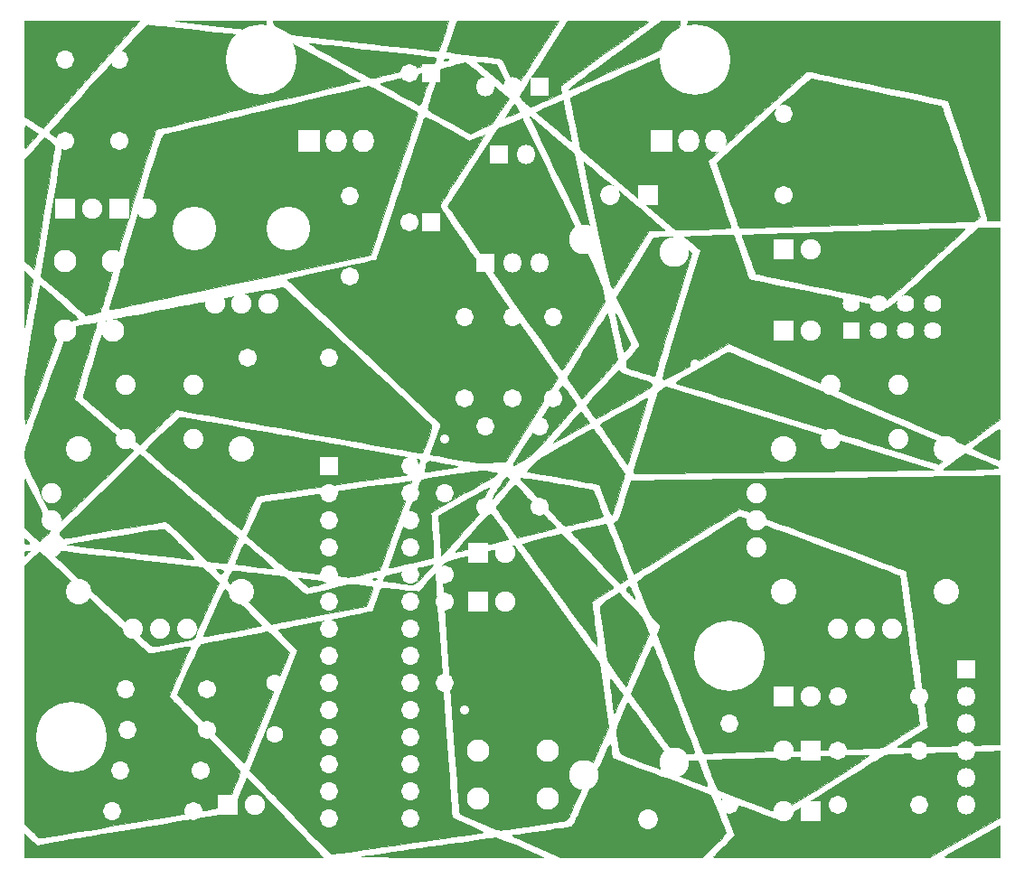
<source format=gbr>
G04 #@! TF.GenerationSoftware,KiCad,Pcbnew,(5.0.2)-1*
G04 #@! TF.CreationDate,2019-02-13T22:37:31-07:00*
G04 #@! TF.ProjectId,Controller,436f6e74-726f-46c6-9c65-722e6b696361,rev?*
G04 #@! TF.SameCoordinates,Original*
G04 #@! TF.FileFunction,Legend,Bot*
G04 #@! TF.FilePolarity,Positive*
%FSLAX46Y46*%
G04 Gerber Fmt 4.6, Leading zero omitted, Abs format (unit mm)*
G04 Created by KiCad (PCBNEW (5.0.2)-1) date 2/13/2019 10:37:31 PM*
%MOMM*%
%LPD*%
G01*
G04 APERTURE LIST*
%ADD10C,0.010000*%
%ADD11C,1.880000*%
%ADD12C,2.388000*%
%ADD13C,1.702000*%
%ADD14O,1.702000X1.702000*%
%ADD15R,1.702000X1.702000*%
%ADD16R,1.902000X1.902000*%
%ADD17C,1.902000*%
%ADD18R,1.802000X1.802000*%
%ADD19O,1.802000X1.802000*%
%ADD20C,2.102000*%
%ADD21O,2.007000X2.102000*%
%ADD22R,2.007000X2.102000*%
%ADD23R,1.852000X1.852000*%
%ADD24C,1.852000*%
%ADD25C,2.802000*%
%ADD26C,4.102000*%
%ADD27C,1.626000*%
%ADD28R,1.626000X1.626000*%
%ADD29C,1.602000*%
%ADD30C,6.602000*%
%ADD31C,0.902000*%
G04 APERTURE END LIST*
D10*
G04 #@! TO.C,G\002A\002A\002A*
G36*
X149604172Y-48777549D02*
X149622262Y-49008939D01*
X149703077Y-49152932D01*
X149886439Y-49277685D01*
X149901115Y-49285796D01*
X150198057Y-49448964D01*
X149878273Y-49441642D01*
X149723831Y-49429713D01*
X149408010Y-49398449D01*
X148950441Y-49350020D01*
X148370752Y-49286595D01*
X147688573Y-49210343D01*
X146923531Y-49123433D01*
X146095257Y-49028035D01*
X145355611Y-48941828D01*
X141152734Y-48449335D01*
X145378453Y-48440902D01*
X149604172Y-48432470D01*
X149604172Y-48777549D01*
X149604172Y-48777549D01*
G37*
X149604172Y-48777549D02*
X149622262Y-49008939D01*
X149703077Y-49152932D01*
X149886439Y-49277685D01*
X149901115Y-49285796D01*
X150198057Y-49448964D01*
X149878273Y-49441642D01*
X149723831Y-49429713D01*
X149408010Y-49398449D01*
X148950441Y-49350020D01*
X148370752Y-49286595D01*
X147688573Y-49210343D01*
X146923531Y-49123433D01*
X146095257Y-49028035D01*
X145355611Y-48941828D01*
X141152734Y-48449335D01*
X145378453Y-48440902D01*
X149604172Y-48432470D01*
X149604172Y-48777549D01*
G36*
X166590803Y-48961636D02*
X166490209Y-49263522D01*
X166359735Y-49657754D01*
X166218757Y-50085690D01*
X166124574Y-50372747D01*
X165835795Y-51254692D01*
X165554696Y-51245567D01*
X165419834Y-51233770D01*
X165118861Y-51202539D01*
X164666737Y-51153558D01*
X164078420Y-51088507D01*
X163368868Y-51009069D01*
X162553040Y-50916926D01*
X161645895Y-50813759D01*
X160662392Y-50701250D01*
X159617489Y-50581082D01*
X158630080Y-50466977D01*
X151986563Y-49697512D01*
X151161272Y-49241380D01*
X150770660Y-49017454D01*
X150518080Y-48850500D01*
X150380736Y-48723055D01*
X150335830Y-48617657D01*
X150335544Y-48608858D01*
X150335108Y-48432470D01*
X166768253Y-48432470D01*
X166590803Y-48961636D01*
X166590803Y-48961636D01*
G37*
X166590803Y-48961636D02*
X166490209Y-49263522D01*
X166359735Y-49657754D01*
X166218757Y-50085690D01*
X166124574Y-50372747D01*
X165835795Y-51254692D01*
X165554696Y-51245567D01*
X165419834Y-51233770D01*
X165118861Y-51202539D01*
X164666737Y-51153558D01*
X164078420Y-51088507D01*
X163368868Y-51009069D01*
X162553040Y-50916926D01*
X161645895Y-50813759D01*
X160662392Y-50701250D01*
X159617489Y-50581082D01*
X158630080Y-50466977D01*
X151986563Y-49697512D01*
X151161272Y-49241380D01*
X150770660Y-49017454D01*
X150518080Y-48850500D01*
X150380736Y-48723055D01*
X150335830Y-48617657D01*
X150335544Y-48608858D01*
X150335108Y-48432470D01*
X166768253Y-48432470D01*
X166590803Y-48961636D01*
G36*
X166569982Y-51987624D02*
X166695852Y-52042869D01*
X166759058Y-52095887D01*
X166720098Y-52115837D01*
X166543251Y-52143595D01*
X166468839Y-52164622D01*
X166346684Y-52157344D01*
X166324316Y-52086227D01*
X166382005Y-51977472D01*
X166438525Y-51961448D01*
X166569982Y-51987624D01*
X166569982Y-51987624D01*
G37*
X166569982Y-51987624D02*
X166695852Y-52042869D01*
X166759058Y-52095887D01*
X166720098Y-52115837D01*
X166543251Y-52143595D01*
X166468839Y-52164622D01*
X166346684Y-52157344D01*
X166324316Y-52086227D01*
X166382005Y-51977472D01*
X166438525Y-51961448D01*
X166569982Y-51987624D01*
G36*
X153833347Y-50572979D02*
X154101096Y-50598661D01*
X154512551Y-50640898D01*
X155049004Y-50697606D01*
X155691741Y-50766701D01*
X156422051Y-50846097D01*
X157221224Y-50933709D01*
X158070548Y-51027454D01*
X158951311Y-51125247D01*
X159844802Y-51225003D01*
X160732310Y-51324636D01*
X161595124Y-51422064D01*
X162414532Y-51515200D01*
X163171822Y-51601960D01*
X163848283Y-51680260D01*
X164425205Y-51748014D01*
X164883875Y-51803139D01*
X165205582Y-51843549D01*
X165258323Y-51850555D01*
X165482370Y-51890854D01*
X165567507Y-51953783D01*
X165556712Y-52077051D01*
X165548801Y-52105427D01*
X165483140Y-52279218D01*
X165427024Y-52367703D01*
X165332367Y-52397146D01*
X165086616Y-52462410D01*
X164714759Y-52557398D01*
X164241784Y-52676008D01*
X163692677Y-52812143D01*
X163092427Y-52959703D01*
X162466021Y-53112588D01*
X161838447Y-53264700D01*
X161234691Y-53409938D01*
X160679742Y-53542205D01*
X160198587Y-53655400D01*
X159816213Y-53743425D01*
X159563165Y-53799024D01*
X159458064Y-53764123D01*
X159217815Y-53652332D01*
X158860018Y-53472822D01*
X158402271Y-53234763D01*
X157862175Y-52947326D01*
X157257327Y-52619682D01*
X156605327Y-52261000D01*
X156509727Y-52207964D01*
X155863275Y-51846505D01*
X155273473Y-51511977D01*
X154756055Y-51213667D01*
X154326755Y-50960863D01*
X154001308Y-50762853D01*
X153795449Y-50628926D01*
X153724912Y-50568368D01*
X153728018Y-50565938D01*
X153833347Y-50572979D01*
X153833347Y-50572979D01*
G37*
X153833347Y-50572979D02*
X154101096Y-50598661D01*
X154512551Y-50640898D01*
X155049004Y-50697606D01*
X155691741Y-50766701D01*
X156422051Y-50846097D01*
X157221224Y-50933709D01*
X158070548Y-51027454D01*
X158951311Y-51125247D01*
X159844802Y-51225003D01*
X160732310Y-51324636D01*
X161595124Y-51422064D01*
X162414532Y-51515200D01*
X163171822Y-51601960D01*
X163848283Y-51680260D01*
X164425205Y-51748014D01*
X164883875Y-51803139D01*
X165205582Y-51843549D01*
X165258323Y-51850555D01*
X165482370Y-51890854D01*
X165567507Y-51953783D01*
X165556712Y-52077051D01*
X165548801Y-52105427D01*
X165483140Y-52279218D01*
X165427024Y-52367703D01*
X165332367Y-52397146D01*
X165086616Y-52462410D01*
X164714759Y-52557398D01*
X164241784Y-52676008D01*
X163692677Y-52812143D01*
X163092427Y-52959703D01*
X162466021Y-53112588D01*
X161838447Y-53264700D01*
X161234691Y-53409938D01*
X160679742Y-53542205D01*
X160198587Y-53655400D01*
X159816213Y-53743425D01*
X159563165Y-53799024D01*
X159458064Y-53764123D01*
X159217815Y-53652332D01*
X158860018Y-53472822D01*
X158402271Y-53234763D01*
X157862175Y-52947326D01*
X157257327Y-52619682D01*
X156605327Y-52261000D01*
X156509727Y-52207964D01*
X155863275Y-51846505D01*
X155273473Y-51511977D01*
X154756055Y-51213667D01*
X154326755Y-50960863D01*
X154001308Y-50762853D01*
X153795449Y-50628926D01*
X153724912Y-50568368D01*
X153728018Y-50565938D01*
X153833347Y-50572979D01*
G36*
X170253802Y-48444890D02*
X171085387Y-48446875D01*
X171980120Y-48449926D01*
X172331773Y-48451363D01*
X177088903Y-48471667D01*
X175126800Y-51489877D01*
X174715851Y-52120968D01*
X174330887Y-52710130D01*
X173981289Y-53243155D01*
X173676438Y-53705830D01*
X173425715Y-54083947D01*
X173238501Y-54363293D01*
X173124178Y-54529659D01*
X173092646Y-54571195D01*
X173037045Y-54522953D01*
X172926419Y-54350491D01*
X172772866Y-54075418D01*
X172588481Y-53719345D01*
X172397490Y-53329322D01*
X172148060Y-52818313D01*
X171950386Y-52440839D01*
X171795850Y-52182449D01*
X171675840Y-52028693D01*
X171584782Y-51966008D01*
X171445666Y-51940566D01*
X171151382Y-51898925D01*
X170728079Y-51844361D01*
X170201906Y-51780154D01*
X169599014Y-51709580D01*
X168996798Y-51641595D01*
X168231727Y-51553501D01*
X167600230Y-51474056D01*
X167113172Y-51404857D01*
X166781418Y-51347502D01*
X166615833Y-51303588D01*
X166598417Y-51288946D01*
X166622446Y-51192156D01*
X166688045Y-50976556D01*
X166785481Y-50671223D01*
X166905023Y-50305234D01*
X167036937Y-49907665D01*
X167171493Y-49507593D01*
X167298956Y-49134095D01*
X167409596Y-48816246D01*
X167493680Y-48583125D01*
X167541476Y-48463806D01*
X167547066Y-48454719D01*
X167641015Y-48450553D01*
X167900610Y-48447382D01*
X168308770Y-48445218D01*
X168848411Y-48444074D01*
X169502449Y-48443960D01*
X170253802Y-48444890D01*
X170253802Y-48444890D01*
G37*
X170253802Y-48444890D02*
X171085387Y-48446875D01*
X171980120Y-48449926D01*
X172331773Y-48451363D01*
X177088903Y-48471667D01*
X175126800Y-51489877D01*
X174715851Y-52120968D01*
X174330887Y-52710130D01*
X173981289Y-53243155D01*
X173676438Y-53705830D01*
X173425715Y-54083947D01*
X173238501Y-54363293D01*
X173124178Y-54529659D01*
X173092646Y-54571195D01*
X173037045Y-54522953D01*
X172926419Y-54350491D01*
X172772866Y-54075418D01*
X172588481Y-53719345D01*
X172397490Y-53329322D01*
X172148060Y-52818313D01*
X171950386Y-52440839D01*
X171795850Y-52182449D01*
X171675840Y-52028693D01*
X171584782Y-51966008D01*
X171445666Y-51940566D01*
X171151382Y-51898925D01*
X170728079Y-51844361D01*
X170201906Y-51780154D01*
X169599014Y-51709580D01*
X168996798Y-51641595D01*
X168231727Y-51553501D01*
X167600230Y-51474056D01*
X167113172Y-51404857D01*
X166781418Y-51347502D01*
X166615833Y-51303588D01*
X166598417Y-51288946D01*
X166622446Y-51192156D01*
X166688045Y-50976556D01*
X166785481Y-50671223D01*
X166905023Y-50305234D01*
X167036937Y-49907665D01*
X167171493Y-49507593D01*
X167298956Y-49134095D01*
X167409596Y-48816246D01*
X167493680Y-48583125D01*
X167541476Y-48463806D01*
X167547066Y-48454719D01*
X167641015Y-48450553D01*
X167900610Y-48447382D01*
X168308770Y-48445218D01*
X168848411Y-48444074D01*
X169502449Y-48443960D01*
X170253802Y-48444890D01*
G36*
X169887626Y-52381523D02*
X170242488Y-52420427D01*
X170638596Y-52463174D01*
X170764119Y-52476557D01*
X171229462Y-52525949D01*
X171623749Y-53360228D01*
X171794991Y-53721939D01*
X171953180Y-54054968D01*
X172078501Y-54317665D01*
X172141827Y-54449290D01*
X172217026Y-54616967D01*
X172242712Y-54701599D01*
X172240407Y-54704074D01*
X172171596Y-54651013D01*
X171993421Y-54502629D01*
X171724962Y-54275124D01*
X171385299Y-53984697D01*
X170993513Y-53647548D01*
X170845836Y-53519978D01*
X169476475Y-52335881D01*
X169887626Y-52381523D01*
X169887626Y-52381523D01*
G37*
X169887626Y-52381523D02*
X170242488Y-52420427D01*
X170638596Y-52463174D01*
X170764119Y-52476557D01*
X171229462Y-52525949D01*
X171623749Y-53360228D01*
X171794991Y-53721939D01*
X171953180Y-54054968D01*
X172078501Y-54317665D01*
X172141827Y-54449290D01*
X172217026Y-54616967D01*
X172242712Y-54701599D01*
X172240407Y-54704074D01*
X172171596Y-54651013D01*
X171993421Y-54502629D01*
X171724962Y-54275124D01*
X171385299Y-53984697D01*
X170993513Y-53647548D01*
X170845836Y-53519978D01*
X169476475Y-52335881D01*
X169887626Y-52381523D01*
G36*
X188361999Y-49392809D02*
X188343071Y-49765604D01*
X188318843Y-50079085D01*
X188292372Y-50301249D01*
X188266718Y-50400090D01*
X188265644Y-50401115D01*
X188175193Y-50445018D01*
X187937298Y-50553296D01*
X187567324Y-50719134D01*
X187080639Y-50935716D01*
X186492609Y-51196224D01*
X185818600Y-51493845D01*
X185073980Y-51821761D01*
X184274114Y-52173157D01*
X183958129Y-52311753D01*
X183109401Y-52684137D01*
X182284183Y-53046740D01*
X181501796Y-53391035D01*
X180781562Y-53708497D01*
X180142802Y-53990599D01*
X179604838Y-54228816D01*
X179186992Y-54414621D01*
X178908585Y-54539488D01*
X178869951Y-54557030D01*
X178519552Y-54709146D01*
X178231627Y-54819927D01*
X178041551Y-54876624D01*
X177984573Y-54876103D01*
X178044396Y-54815757D01*
X178232476Y-54663269D01*
X178537161Y-54427355D01*
X178946800Y-54116728D01*
X179449740Y-53740106D01*
X180034331Y-53306203D01*
X180688919Y-52823736D01*
X181401855Y-52301419D01*
X182161485Y-51747969D01*
X182334232Y-51622520D01*
X186729654Y-48432470D01*
X188399400Y-48432470D01*
X188361999Y-49392809D01*
X188361999Y-49392809D01*
G37*
X188361999Y-49392809D02*
X188343071Y-49765604D01*
X188318843Y-50079085D01*
X188292372Y-50301249D01*
X188266718Y-50400090D01*
X188265644Y-50401115D01*
X188175193Y-50445018D01*
X187937298Y-50553296D01*
X187567324Y-50719134D01*
X187080639Y-50935716D01*
X186492609Y-51196224D01*
X185818600Y-51493845D01*
X185073980Y-51821761D01*
X184274114Y-52173157D01*
X183958129Y-52311753D01*
X183109401Y-52684137D01*
X182284183Y-53046740D01*
X181501796Y-53391035D01*
X180781562Y-53708497D01*
X180142802Y-53990599D01*
X179604838Y-54228816D01*
X179186992Y-54414621D01*
X178908585Y-54539488D01*
X178869951Y-54557030D01*
X178519552Y-54709146D01*
X178231627Y-54819927D01*
X178041551Y-54876624D01*
X177984573Y-54876103D01*
X178044396Y-54815757D01*
X178232476Y-54663269D01*
X178537161Y-54427355D01*
X178946800Y-54116728D01*
X179449740Y-53740106D01*
X180034331Y-53306203D01*
X180688919Y-52823736D01*
X181401855Y-52301419D01*
X182161485Y-51747969D01*
X182334232Y-51622520D01*
X186729654Y-48432470D01*
X188399400Y-48432470D01*
X188361999Y-49392809D01*
G36*
X165112707Y-53260045D02*
X165057666Y-53468182D01*
X164965977Y-53776932D01*
X164845000Y-54161370D01*
X164725638Y-54526027D01*
X164576146Y-54975654D01*
X164438615Y-55389987D01*
X164323257Y-55738212D01*
X164240282Y-55989517D01*
X164205531Y-56095587D01*
X164132965Y-56266899D01*
X164065142Y-56347802D01*
X164058691Y-56348794D01*
X163966890Y-56307602D01*
X163744001Y-56192853D01*
X163412178Y-56016400D01*
X162993577Y-55790094D01*
X162510351Y-55525786D01*
X162190232Y-55349257D01*
X161681517Y-55066072D01*
X161228317Y-54810334D01*
X160851938Y-54594354D01*
X160573688Y-54430439D01*
X160414875Y-54330897D01*
X160385735Y-54306860D01*
X160469360Y-54274375D01*
X160701827Y-54208571D01*
X161055279Y-54116090D01*
X161501858Y-54003570D01*
X162013706Y-53877654D01*
X162562967Y-53744980D01*
X163121783Y-53612191D01*
X163662295Y-53485925D01*
X164156647Y-53372824D01*
X164576981Y-53279528D01*
X164895440Y-53212678D01*
X165084166Y-53178913D01*
X165123743Y-53177451D01*
X165112707Y-53260045D01*
X165112707Y-53260045D01*
G37*
X165112707Y-53260045D02*
X165057666Y-53468182D01*
X164965977Y-53776932D01*
X164845000Y-54161370D01*
X164725638Y-54526027D01*
X164576146Y-54975654D01*
X164438615Y-55389987D01*
X164323257Y-55738212D01*
X164240282Y-55989517D01*
X164205531Y-56095587D01*
X164132965Y-56266899D01*
X164065142Y-56347802D01*
X164058691Y-56348794D01*
X163966890Y-56307602D01*
X163744001Y-56192853D01*
X163412178Y-56016400D01*
X162993577Y-55790094D01*
X162510351Y-55525786D01*
X162190232Y-55349257D01*
X161681517Y-55066072D01*
X161228317Y-54810334D01*
X160851938Y-54594354D01*
X160573688Y-54430439D01*
X160414875Y-54330897D01*
X160385735Y-54306860D01*
X160469360Y-54274375D01*
X160701827Y-54208571D01*
X161055279Y-54116090D01*
X161501858Y-54003570D01*
X162013706Y-53877654D01*
X162562967Y-53744980D01*
X163121783Y-53612191D01*
X163662295Y-53485925D01*
X164156647Y-53372824D01*
X164576981Y-53279528D01*
X164895440Y-53212678D01*
X165084166Y-53178913D01*
X165123743Y-53177451D01*
X165112707Y-53260045D01*
G36*
X182682682Y-48432637D02*
X183447171Y-48433566D01*
X184060039Y-48435899D01*
X184536842Y-48440277D01*
X184893137Y-48447339D01*
X185144479Y-48457728D01*
X185306426Y-48472085D01*
X185394534Y-48491051D01*
X185424359Y-48515266D01*
X185411457Y-48545373D01*
X185371778Y-48581685D01*
X185270075Y-48658889D01*
X185041901Y-48827652D01*
X184700402Y-49078376D01*
X184258725Y-49401465D01*
X183730015Y-49787323D01*
X183127418Y-50226353D01*
X182464081Y-50708957D01*
X181753149Y-51225539D01*
X181217122Y-51614629D01*
X177242662Y-54498356D01*
X177262056Y-54870691D01*
X177281451Y-55243026D01*
X175860890Y-55875093D01*
X175399206Y-56079922D01*
X174997379Y-56257065D01*
X174681928Y-56394923D01*
X174479370Y-56481899D01*
X174415720Y-56507161D01*
X174345953Y-56454573D01*
X174183994Y-56315542D01*
X173962435Y-56118165D01*
X173921023Y-56080681D01*
X173691914Y-55853481D01*
X173524598Y-55650681D01*
X173451774Y-55512489D01*
X173450935Y-55502658D01*
X173494373Y-55406239D01*
X173619034Y-55186831D01*
X173816440Y-54858043D01*
X174078113Y-54433485D01*
X174395572Y-53926766D01*
X174760340Y-53351495D01*
X175163938Y-52721282D01*
X175597888Y-52049737D01*
X175700496Y-51891792D01*
X177950057Y-48432470D01*
X181751016Y-48432470D01*
X182682682Y-48432637D01*
X182682682Y-48432637D01*
G37*
X182682682Y-48432637D02*
X183447171Y-48433566D01*
X184060039Y-48435899D01*
X184536842Y-48440277D01*
X184893137Y-48447339D01*
X185144479Y-48457728D01*
X185306426Y-48472085D01*
X185394534Y-48491051D01*
X185424359Y-48515266D01*
X185411457Y-48545373D01*
X185371778Y-48581685D01*
X185270075Y-48658889D01*
X185041901Y-48827652D01*
X184700402Y-49078376D01*
X184258725Y-49401465D01*
X183730015Y-49787323D01*
X183127418Y-50226353D01*
X182464081Y-50708957D01*
X181753149Y-51225539D01*
X181217122Y-51614629D01*
X177242662Y-54498356D01*
X177262056Y-54870691D01*
X177281451Y-55243026D01*
X175860890Y-55875093D01*
X175399206Y-56079922D01*
X174997379Y-56257065D01*
X174681928Y-56394923D01*
X174479370Y-56481899D01*
X174415720Y-56507161D01*
X174345953Y-56454573D01*
X174183994Y-56315542D01*
X173962435Y-56118165D01*
X173921023Y-56080681D01*
X173691914Y-55853481D01*
X173524598Y-55650681D01*
X173451774Y-55512489D01*
X173450935Y-55502658D01*
X173494373Y-55406239D01*
X173619034Y-55186831D01*
X173816440Y-54858043D01*
X174078113Y-54433485D01*
X174395572Y-53926766D01*
X174760340Y-53351495D01*
X175163938Y-52721282D01*
X175597888Y-52049737D01*
X175700496Y-51891792D01*
X177950057Y-48432470D01*
X181751016Y-48432470D01*
X182682682Y-48432637D01*
G36*
X173003000Y-56296600D02*
X173108436Y-56462437D01*
X173228156Y-56702635D01*
X173360801Y-56975027D01*
X172720616Y-57251648D01*
X172421785Y-57374890D01*
X172197444Y-57456211D01*
X172086116Y-57482006D01*
X172080431Y-57477739D01*
X172122786Y-57382778D01*
X172226903Y-57214848D01*
X172248690Y-57182772D01*
X172393504Y-56969787D01*
X172574928Y-56699582D01*
X172671548Y-56554455D01*
X172813446Y-56350300D01*
X172914300Y-56261785D01*
X173003000Y-56296600D01*
X173003000Y-56296600D01*
G37*
X173003000Y-56296600D02*
X173108436Y-56462437D01*
X173228156Y-56702635D01*
X173360801Y-56975027D01*
X172720616Y-57251648D01*
X172421785Y-57374890D01*
X172197444Y-57456211D01*
X172086116Y-57482006D01*
X172080431Y-57477739D01*
X172122786Y-57382778D01*
X172226903Y-57214848D01*
X172248690Y-57182772D01*
X172393504Y-56969787D01*
X172574928Y-56699582D01*
X172671548Y-56554455D01*
X172813446Y-56350300D01*
X172914300Y-56261785D01*
X173003000Y-56296600D01*
G36*
X133326717Y-53430155D02*
X132629407Y-54207751D01*
X131963892Y-54949529D01*
X131338629Y-55646084D01*
X130762080Y-56288009D01*
X130242701Y-56865896D01*
X129788954Y-57370340D01*
X129409296Y-57791932D01*
X129112186Y-58121268D01*
X128906085Y-58348939D01*
X128799450Y-58465539D01*
X128786473Y-58479032D01*
X128695549Y-58454038D01*
X128492694Y-58347889D01*
X128208296Y-58177774D01*
X127885601Y-57969464D01*
X127044368Y-57408704D01*
X127040457Y-52920587D01*
X127036547Y-48432470D01*
X137807323Y-48432470D01*
X133326717Y-53430155D01*
X133326717Y-53430155D01*
G37*
X133326717Y-53430155D02*
X132629407Y-54207751D01*
X131963892Y-54949529D01*
X131338629Y-55646084D01*
X130762080Y-56288009D01*
X130242701Y-56865896D01*
X129788954Y-57370340D01*
X129409296Y-57791932D01*
X129112186Y-58121268D01*
X128906085Y-58348939D01*
X128799450Y-58465539D01*
X128786473Y-58479032D01*
X128695549Y-58454038D01*
X128492694Y-58347889D01*
X128208296Y-58177774D01*
X127885601Y-57969464D01*
X127044368Y-57408704D01*
X127040457Y-52920587D01*
X127036547Y-48432470D01*
X137807323Y-48432470D01*
X133326717Y-53430155D01*
G36*
X168874963Y-52742414D02*
X169090477Y-52911596D01*
X169407429Y-53170159D01*
X169799038Y-53495770D01*
X170238523Y-53866097D01*
X170699105Y-54258807D01*
X170883388Y-54417279D01*
X172381669Y-55709060D01*
X171596446Y-56911660D01*
X170811222Y-58114260D01*
X169778381Y-58551549D01*
X168745539Y-58988839D01*
X166872518Y-57940379D01*
X166346366Y-57646132D01*
X165866520Y-57378307D01*
X165455652Y-57149515D01*
X165136436Y-56972371D01*
X164931545Y-56859487D01*
X164868108Y-56825365D01*
X164833723Y-56782636D01*
X164826858Y-56690646D01*
X164851757Y-56532674D01*
X164912667Y-56292004D01*
X165013832Y-55951917D01*
X165159497Y-55495696D01*
X165353907Y-54906621D01*
X165359879Y-54888696D01*
X165533841Y-54371412D01*
X165693969Y-53904303D01*
X165832766Y-53508514D01*
X165942737Y-53205191D01*
X166016386Y-53015480D01*
X166043526Y-52960223D01*
X166149987Y-52918164D01*
X166397497Y-52845099D01*
X166750665Y-52750824D01*
X167174102Y-52645133D01*
X167234416Y-52630597D01*
X168364819Y-52359329D01*
X168874963Y-52742414D01*
X168874963Y-52742414D01*
G37*
X168874963Y-52742414D02*
X169090477Y-52911596D01*
X169407429Y-53170159D01*
X169799038Y-53495770D01*
X170238523Y-53866097D01*
X170699105Y-54258807D01*
X170883388Y-54417279D01*
X172381669Y-55709060D01*
X171596446Y-56911660D01*
X170811222Y-58114260D01*
X169778381Y-58551549D01*
X168745539Y-58988839D01*
X166872518Y-57940379D01*
X166346366Y-57646132D01*
X165866520Y-57378307D01*
X165455652Y-57149515D01*
X165136436Y-56972371D01*
X164931545Y-56859487D01*
X164868108Y-56825365D01*
X164833723Y-56782636D01*
X164826858Y-56690646D01*
X164851757Y-56532674D01*
X164912667Y-56292004D01*
X165013832Y-55951917D01*
X165159497Y-55495696D01*
X165353907Y-54906621D01*
X165359879Y-54888696D01*
X165533841Y-54371412D01*
X165693969Y-53904303D01*
X165832766Y-53508514D01*
X165942737Y-53205191D01*
X166016386Y-53015480D01*
X166043526Y-52960223D01*
X166149987Y-52918164D01*
X166397497Y-52845099D01*
X166750665Y-52750824D01*
X167174102Y-52645133D01*
X167234416Y-52630597D01*
X168364819Y-52359329D01*
X168874963Y-52742414D01*
G36*
X177609497Y-56648010D02*
X177687009Y-57017623D01*
X177785869Y-57485416D01*
X177894206Y-57995392D01*
X178000149Y-58491552D01*
X178015895Y-58565031D01*
X178098686Y-58967168D01*
X178162413Y-59308504D01*
X178202633Y-59562452D01*
X178214903Y-59702423D01*
X178209102Y-59721358D01*
X178132082Y-59668192D01*
X177944601Y-59518753D01*
X177664831Y-59288130D01*
X177310944Y-58991413D01*
X176901111Y-58643690D01*
X176572402Y-58362324D01*
X174990431Y-57003289D01*
X175207050Y-56881506D01*
X175371791Y-56799494D01*
X175659667Y-56666518D01*
X176029973Y-56501039D01*
X176437353Y-56323519D01*
X177451036Y-55887315D01*
X177609497Y-56648010D01*
X177609497Y-56648010D01*
G37*
X177609497Y-56648010D02*
X177687009Y-57017623D01*
X177785869Y-57485416D01*
X177894206Y-57995392D01*
X178000149Y-58491552D01*
X178015895Y-58565031D01*
X178098686Y-58967168D01*
X178162413Y-59308504D01*
X178202633Y-59562452D01*
X178214903Y-59702423D01*
X178209102Y-59721358D01*
X178132082Y-59668192D01*
X177944601Y-59518753D01*
X177664831Y-59288130D01*
X177310944Y-58991413D01*
X176901111Y-58643690D01*
X176572402Y-58362324D01*
X174990431Y-57003289D01*
X175207050Y-56881506D01*
X175371791Y-56799494D01*
X175659667Y-56666518D01*
X176029973Y-56501039D01*
X176437353Y-56323519D01*
X177451036Y-55887315D01*
X177609497Y-56648010D01*
G36*
X127276590Y-58354837D02*
X127498921Y-58496515D01*
X127770681Y-58675163D01*
X127783148Y-58683477D01*
X128301331Y-59029257D01*
X127707913Y-59688888D01*
X127461622Y-59958842D01*
X127257538Y-60175373D01*
X127120291Y-60312786D01*
X127075520Y-60348519D01*
X127061303Y-60274876D01*
X127049408Y-60072949D01*
X127040880Y-59771240D01*
X127036766Y-59398251D01*
X127036547Y-59285559D01*
X127040138Y-58845267D01*
X127052292Y-58543425D01*
X127075082Y-58361790D01*
X127110580Y-58282120D01*
X127150755Y-58280147D01*
X127276590Y-58354837D01*
X127276590Y-58354837D01*
G37*
X127276590Y-58354837D02*
X127498921Y-58496515D01*
X127770681Y-58675163D01*
X127783148Y-58683477D01*
X128301331Y-59029257D01*
X127707913Y-59688888D01*
X127461622Y-59958842D01*
X127257538Y-60175373D01*
X127120291Y-60312786D01*
X127075520Y-60348519D01*
X127061303Y-60274876D01*
X127049408Y-60072949D01*
X127040880Y-59771240D01*
X127036766Y-59398251D01*
X127036547Y-59285559D01*
X127040138Y-58845267D01*
X127052292Y-58543425D01*
X127075082Y-58361790D01*
X127110580Y-58282120D01*
X127150755Y-58280147D01*
X127276590Y-58354837D01*
G36*
X200876238Y-53898472D02*
X201149825Y-53955770D01*
X201571044Y-54043564D01*
X202124886Y-54158737D01*
X202796343Y-54298174D01*
X203570406Y-54458758D01*
X204432067Y-54637375D01*
X205366316Y-54830907D01*
X206358145Y-55036238D01*
X206845539Y-55137096D01*
X207858511Y-55347690D01*
X208820019Y-55549539D01*
X209715167Y-55739392D01*
X210529061Y-55913996D01*
X211246805Y-56070099D01*
X211853505Y-56204450D01*
X212334265Y-56313796D01*
X212674190Y-56394885D01*
X212858385Y-56444466D01*
X212887097Y-56456107D01*
X212929559Y-56544855D01*
X213018587Y-56771668D01*
X213149737Y-57124053D01*
X213318567Y-57589518D01*
X213520633Y-58155571D01*
X213751492Y-58809719D01*
X214006700Y-59539470D01*
X214281814Y-60332331D01*
X214572390Y-61175809D01*
X214745011Y-61679649D01*
X216500216Y-66812940D01*
X215982230Y-67209206D01*
X205794820Y-67506495D01*
X204428574Y-67546571D01*
X203101898Y-67585889D01*
X201827604Y-67624047D01*
X200618506Y-67660644D01*
X199487417Y-67695279D01*
X198447151Y-67727551D01*
X197510522Y-67757060D01*
X196690342Y-67783404D01*
X195999425Y-67806183D01*
X195450584Y-67824995D01*
X195056633Y-67839439D01*
X194830385Y-67849115D01*
X194810051Y-67850226D01*
X194409053Y-67868428D01*
X194156688Y-67864770D01*
X194020266Y-67836816D01*
X193969061Y-67787563D01*
X193934433Y-67690344D01*
X193854242Y-67459503D01*
X193734279Y-67111889D01*
X193580338Y-66664348D01*
X193398214Y-66133730D01*
X193193699Y-65536883D01*
X192972586Y-64890654D01*
X192912747Y-64715612D01*
X191900065Y-61752767D01*
X192109133Y-61530701D01*
X192207242Y-61436620D01*
X192420510Y-61239323D01*
X192737800Y-60948911D01*
X193147977Y-60575481D01*
X193639903Y-60129133D01*
X194202443Y-59619968D01*
X194824461Y-59058083D01*
X195494819Y-58453579D01*
X196202382Y-57816555D01*
X196471048Y-57574935D01*
X197419886Y-56724323D01*
X198252859Y-55982776D01*
X198968907Y-55351207D01*
X199566970Y-54830528D01*
X200045991Y-54421653D01*
X200404909Y-54125492D01*
X200642665Y-53942961D01*
X200758201Y-53874970D01*
X200765292Y-53874786D01*
X200876238Y-53898472D01*
X200876238Y-53898472D01*
G37*
X200876238Y-53898472D02*
X201149825Y-53955770D01*
X201571044Y-54043564D01*
X202124886Y-54158737D01*
X202796343Y-54298174D01*
X203570406Y-54458758D01*
X204432067Y-54637375D01*
X205366316Y-54830907D01*
X206358145Y-55036238D01*
X206845539Y-55137096D01*
X207858511Y-55347690D01*
X208820019Y-55549539D01*
X209715167Y-55739392D01*
X210529061Y-55913996D01*
X211246805Y-56070099D01*
X211853505Y-56204450D01*
X212334265Y-56313796D01*
X212674190Y-56394885D01*
X212858385Y-56444466D01*
X212887097Y-56456107D01*
X212929559Y-56544855D01*
X213018587Y-56771668D01*
X213149737Y-57124053D01*
X213318567Y-57589518D01*
X213520633Y-58155571D01*
X213751492Y-58809719D01*
X214006700Y-59539470D01*
X214281814Y-60332331D01*
X214572390Y-61175809D01*
X214745011Y-61679649D01*
X216500216Y-66812940D01*
X215982230Y-67209206D01*
X205794820Y-67506495D01*
X204428574Y-67546571D01*
X203101898Y-67585889D01*
X201827604Y-67624047D01*
X200618506Y-67660644D01*
X199487417Y-67695279D01*
X198447151Y-67727551D01*
X197510522Y-67757060D01*
X196690342Y-67783404D01*
X195999425Y-67806183D01*
X195450584Y-67824995D01*
X195056633Y-67839439D01*
X194830385Y-67849115D01*
X194810051Y-67850226D01*
X194409053Y-67868428D01*
X194156688Y-67864770D01*
X194020266Y-67836816D01*
X193969061Y-67787563D01*
X193934433Y-67690344D01*
X193854242Y-67459503D01*
X193734279Y-67111889D01*
X193580338Y-66664348D01*
X193398214Y-66133730D01*
X193193699Y-65536883D01*
X192972586Y-64890654D01*
X192912747Y-64715612D01*
X191900065Y-61752767D01*
X192109133Y-61530701D01*
X192207242Y-61436620D01*
X192420510Y-61239323D01*
X192737800Y-60948911D01*
X193147977Y-60575481D01*
X193639903Y-60129133D01*
X194202443Y-59619968D01*
X194824461Y-59058083D01*
X195494819Y-58453579D01*
X196202382Y-57816555D01*
X196471048Y-57574935D01*
X197419886Y-56724323D01*
X198252859Y-55982776D01*
X198968907Y-55351207D01*
X199566970Y-54830528D01*
X200045991Y-54421653D01*
X200404909Y-54125492D01*
X200642665Y-53942961D01*
X200758201Y-53874970D01*
X200765292Y-53874786D01*
X200876238Y-53898472D01*
G36*
X218403453Y-67168889D02*
X217752697Y-67168889D01*
X217416147Y-67164113D01*
X217233851Y-67146143D01*
X217177553Y-67109521D01*
X217204414Y-67062947D01*
X217212863Y-67006634D01*
X217192825Y-66877591D01*
X217141782Y-66667885D01*
X217057216Y-66369584D01*
X216936609Y-65974755D01*
X216777443Y-65475465D01*
X216577201Y-64863781D01*
X216333365Y-64131772D01*
X216043415Y-63271503D01*
X215704836Y-62275042D01*
X215419030Y-61438102D01*
X215111963Y-60540955D01*
X214819820Y-59688422D01*
X214546676Y-58892334D01*
X214296607Y-58164523D01*
X214073689Y-57516820D01*
X213881997Y-56961055D01*
X213725607Y-56509061D01*
X213608596Y-56172668D01*
X213535038Y-55963708D01*
X213509131Y-55894019D01*
X213419338Y-55871830D01*
X213169098Y-55816619D01*
X212775274Y-55731895D01*
X212254728Y-55621165D01*
X211624324Y-55487936D01*
X210900925Y-55335715D01*
X210101393Y-55168010D01*
X209242592Y-54988328D01*
X208341384Y-54800177D01*
X207414634Y-54607064D01*
X206479202Y-54412496D01*
X205551953Y-54219980D01*
X204649750Y-54033025D01*
X203789455Y-53855136D01*
X202987931Y-53689823D01*
X202262042Y-53540591D01*
X201628650Y-53410948D01*
X201104619Y-53304402D01*
X200706811Y-53224459D01*
X200452089Y-53174628D01*
X200357317Y-53158416D01*
X200357090Y-53158518D01*
X200293999Y-53216568D01*
X200114686Y-53379204D01*
X199829017Y-53637528D01*
X199446858Y-53982641D01*
X198978074Y-54405642D01*
X198432529Y-54897634D01*
X197820090Y-55449716D01*
X197150621Y-56052990D01*
X196433987Y-56698556D01*
X195705103Y-57354962D01*
X191063339Y-61534553D01*
X192137835Y-64667151D01*
X192366729Y-65338692D01*
X192576694Y-65962883D01*
X192762602Y-66523870D01*
X192919330Y-67005802D01*
X193041750Y-67392828D01*
X193124737Y-67669097D01*
X193163166Y-67818756D01*
X193164158Y-67841083D01*
X193063979Y-67855325D01*
X192810644Y-67873622D01*
X192433630Y-67894788D01*
X191962415Y-67917639D01*
X191426475Y-67940991D01*
X190855286Y-67963659D01*
X190278324Y-67984459D01*
X189725068Y-68002207D01*
X189224992Y-68015717D01*
X188807575Y-68023805D01*
X188572158Y-68025605D01*
X188023957Y-68025306D01*
X183578404Y-64245709D01*
X179132852Y-60466111D01*
X178662852Y-58153457D01*
X178542935Y-57566153D01*
X178431468Y-57025464D01*
X178332718Y-56551672D01*
X178250948Y-56165057D01*
X178190426Y-55885902D01*
X178155415Y-55734487D01*
X178150305Y-55716350D01*
X178176495Y-55675176D01*
X178280039Y-55604112D01*
X178470041Y-55498916D01*
X178755610Y-55355349D01*
X179145851Y-55169171D01*
X179649872Y-54936141D01*
X180276778Y-54652019D01*
X181035677Y-54312564D01*
X181935676Y-53913537D01*
X182985880Y-53450698D01*
X183522692Y-53214857D01*
X184445912Y-52809485D01*
X185320389Y-52425325D01*
X186132675Y-52068297D01*
X186869321Y-51744321D01*
X187516879Y-51459317D01*
X188061900Y-51219206D01*
X188490936Y-51029908D01*
X188790537Y-50897342D01*
X188947257Y-50827430D01*
X188967751Y-50817886D01*
X188983350Y-50736883D01*
X189006193Y-50527129D01*
X189033706Y-50216440D01*
X189063315Y-49832627D01*
X189077229Y-49634811D01*
X189105314Y-49226309D01*
X189129680Y-48877867D01*
X189148351Y-48617280D01*
X189159352Y-48472341D01*
X189161312Y-48452068D01*
X189251598Y-48449897D01*
X189514942Y-48447794D01*
X189941672Y-48445770D01*
X190522111Y-48443841D01*
X191246585Y-48442017D01*
X192105420Y-48440313D01*
X193088941Y-48438741D01*
X194187473Y-48437314D01*
X195391342Y-48436045D01*
X196690873Y-48434948D01*
X198076392Y-48434034D01*
X199538223Y-48433318D01*
X201066692Y-48432811D01*
X202652124Y-48432528D01*
X203784748Y-48432470D01*
X218403453Y-48432470D01*
X218403453Y-67168889D01*
X218403453Y-67168889D01*
G37*
X218403453Y-67168889D02*
X217752697Y-67168889D01*
X217416147Y-67164113D01*
X217233851Y-67146143D01*
X217177553Y-67109521D01*
X217204414Y-67062947D01*
X217212863Y-67006634D01*
X217192825Y-66877591D01*
X217141782Y-66667885D01*
X217057216Y-66369584D01*
X216936609Y-65974755D01*
X216777443Y-65475465D01*
X216577201Y-64863781D01*
X216333365Y-64131772D01*
X216043415Y-63271503D01*
X215704836Y-62275042D01*
X215419030Y-61438102D01*
X215111963Y-60540955D01*
X214819820Y-59688422D01*
X214546676Y-58892334D01*
X214296607Y-58164523D01*
X214073689Y-57516820D01*
X213881997Y-56961055D01*
X213725607Y-56509061D01*
X213608596Y-56172668D01*
X213535038Y-55963708D01*
X213509131Y-55894019D01*
X213419338Y-55871830D01*
X213169098Y-55816619D01*
X212775274Y-55731895D01*
X212254728Y-55621165D01*
X211624324Y-55487936D01*
X210900925Y-55335715D01*
X210101393Y-55168010D01*
X209242592Y-54988328D01*
X208341384Y-54800177D01*
X207414634Y-54607064D01*
X206479202Y-54412496D01*
X205551953Y-54219980D01*
X204649750Y-54033025D01*
X203789455Y-53855136D01*
X202987931Y-53689823D01*
X202262042Y-53540591D01*
X201628650Y-53410948D01*
X201104619Y-53304402D01*
X200706811Y-53224459D01*
X200452089Y-53174628D01*
X200357317Y-53158416D01*
X200357090Y-53158518D01*
X200293999Y-53216568D01*
X200114686Y-53379204D01*
X199829017Y-53637528D01*
X199446858Y-53982641D01*
X198978074Y-54405642D01*
X198432529Y-54897634D01*
X197820090Y-55449716D01*
X197150621Y-56052990D01*
X196433987Y-56698556D01*
X195705103Y-57354962D01*
X191063339Y-61534553D01*
X192137835Y-64667151D01*
X192366729Y-65338692D01*
X192576694Y-65962883D01*
X192762602Y-66523870D01*
X192919330Y-67005802D01*
X193041750Y-67392828D01*
X193124737Y-67669097D01*
X193163166Y-67818756D01*
X193164158Y-67841083D01*
X193063979Y-67855325D01*
X192810644Y-67873622D01*
X192433630Y-67894788D01*
X191962415Y-67917639D01*
X191426475Y-67940991D01*
X190855286Y-67963659D01*
X190278324Y-67984459D01*
X189725068Y-68002207D01*
X189224992Y-68015717D01*
X188807575Y-68023805D01*
X188572158Y-68025605D01*
X188023957Y-68025306D01*
X183578404Y-64245709D01*
X179132852Y-60466111D01*
X178662852Y-58153457D01*
X178542935Y-57566153D01*
X178431468Y-57025464D01*
X178332718Y-56551672D01*
X178250948Y-56165057D01*
X178190426Y-55885902D01*
X178155415Y-55734487D01*
X178150305Y-55716350D01*
X178176495Y-55675176D01*
X178280039Y-55604112D01*
X178470041Y-55498916D01*
X178755610Y-55355349D01*
X179145851Y-55169171D01*
X179649872Y-54936141D01*
X180276778Y-54652019D01*
X181035677Y-54312564D01*
X181935676Y-53913537D01*
X182985880Y-53450698D01*
X183522692Y-53214857D01*
X184445912Y-52809485D01*
X185320389Y-52425325D01*
X186132675Y-52068297D01*
X186869321Y-51744321D01*
X187516879Y-51459317D01*
X188061900Y-51219206D01*
X188490936Y-51029908D01*
X188790537Y-50897342D01*
X188947257Y-50827430D01*
X188967751Y-50817886D01*
X188983350Y-50736883D01*
X189006193Y-50527129D01*
X189033706Y-50216440D01*
X189063315Y-49832627D01*
X189077229Y-49634811D01*
X189105314Y-49226309D01*
X189129680Y-48877867D01*
X189148351Y-48617280D01*
X189159352Y-48472341D01*
X189161312Y-48452068D01*
X189251598Y-48449897D01*
X189514942Y-48447794D01*
X189941672Y-48445770D01*
X190522111Y-48443841D01*
X191246585Y-48442017D01*
X192105420Y-48440313D01*
X193088941Y-48438741D01*
X194187473Y-48437314D01*
X195391342Y-48436045D01*
X196690873Y-48434948D01*
X198076392Y-48434034D01*
X199538223Y-48433318D01*
X201066692Y-48432811D01*
X202652124Y-48432528D01*
X203784748Y-48432470D01*
X218403453Y-48432470D01*
X218403453Y-67168889D01*
G36*
X174431399Y-57455040D02*
X174599310Y-57583659D01*
X174866408Y-57798886D01*
X175217798Y-58088488D01*
X175638585Y-58440232D01*
X176113876Y-58841887D01*
X176422063Y-59104351D01*
X178499280Y-60878394D01*
X179445275Y-65370946D01*
X179616932Y-66188077D01*
X179777850Y-66957849D01*
X179925243Y-67666669D01*
X180056321Y-68300941D01*
X180168294Y-68847072D01*
X180258375Y-69291466D01*
X180323773Y-69620530D01*
X180361700Y-69820669D01*
X180370204Y-69879322D01*
X180333087Y-69810987D01*
X180231596Y-69608101D01*
X180070805Y-69281137D01*
X179855789Y-68840569D01*
X179591624Y-68296872D01*
X179283385Y-67660517D01*
X178936147Y-66941980D01*
X178554984Y-66151733D01*
X178144972Y-65300251D01*
X177711186Y-64398007D01*
X177379712Y-63707677D01*
X176930761Y-62771880D01*
X176501676Y-61876893D01*
X176097578Y-61033434D01*
X175723588Y-60252221D01*
X175384829Y-59543973D01*
X175086423Y-58919407D01*
X174833491Y-58389243D01*
X174631156Y-57964199D01*
X174484540Y-57654993D01*
X174398763Y-57472343D01*
X174377567Y-57425259D01*
X174431399Y-57455040D01*
X174431399Y-57455040D01*
G37*
X174431399Y-57455040D02*
X174599310Y-57583659D01*
X174866408Y-57798886D01*
X175217798Y-58088488D01*
X175638585Y-58440232D01*
X176113876Y-58841887D01*
X176422063Y-59104351D01*
X178499280Y-60878394D01*
X179445275Y-65370946D01*
X179616932Y-66188077D01*
X179777850Y-66957849D01*
X179925243Y-67666669D01*
X180056321Y-68300941D01*
X180168294Y-68847072D01*
X180258375Y-69291466D01*
X180323773Y-69620530D01*
X180361700Y-69820669D01*
X180370204Y-69879322D01*
X180333087Y-69810987D01*
X180231596Y-69608101D01*
X180070805Y-69281137D01*
X179855789Y-68840569D01*
X179591624Y-68296872D01*
X179283385Y-67660517D01*
X178936147Y-66941980D01*
X178554984Y-66151733D01*
X178144972Y-65300251D01*
X177711186Y-64398007D01*
X177379712Y-63707677D01*
X176930761Y-62771880D01*
X176501676Y-61876893D01*
X176097578Y-61033434D01*
X175723588Y-60252221D01*
X175384829Y-59543973D01*
X175086423Y-58919407D01*
X174833491Y-58389243D01*
X174631156Y-57964199D01*
X174484540Y-57654993D01*
X174398763Y-57472343D01*
X174377567Y-57425259D01*
X174431399Y-57455040D01*
G36*
X129372133Y-59739161D02*
X129636392Y-59924362D01*
X129780026Y-60056508D01*
X129832139Y-60172424D01*
X129821952Y-60308336D01*
X129801732Y-60424317D01*
X129758681Y-60682369D01*
X129694955Y-61069245D01*
X129612713Y-61571698D01*
X129514112Y-62176482D01*
X129401309Y-62870351D01*
X129276463Y-63640057D01*
X129141730Y-64472355D01*
X128999269Y-65353997D01*
X128908817Y-65914568D01*
X128762405Y-66819469D01*
X128621801Y-67682744D01*
X128489212Y-68491199D01*
X128366846Y-69231637D01*
X128256910Y-69890863D01*
X128161613Y-70455682D01*
X128083162Y-70912897D01*
X128023765Y-71249314D01*
X127985629Y-71451737D01*
X127973662Y-71504061D01*
X127904532Y-71723492D01*
X127470539Y-71344578D01*
X127036547Y-70965664D01*
X127036547Y-61465757D01*
X127955875Y-60435956D01*
X128875204Y-59406156D01*
X129372133Y-59739161D01*
X129372133Y-59739161D01*
G37*
X129372133Y-59739161D02*
X129636392Y-59924362D01*
X129780026Y-60056508D01*
X129832139Y-60172424D01*
X129821952Y-60308336D01*
X129801732Y-60424317D01*
X129758681Y-60682369D01*
X129694955Y-61069245D01*
X129612713Y-61571698D01*
X129514112Y-62176482D01*
X129401309Y-62870351D01*
X129276463Y-63640057D01*
X129141730Y-64472355D01*
X128999269Y-65353997D01*
X128908817Y-65914568D01*
X128762405Y-66819469D01*
X128621801Y-67682744D01*
X128489212Y-68491199D01*
X128366846Y-69231637D01*
X128256910Y-69890863D01*
X128161613Y-70455682D01*
X128083162Y-70912897D01*
X128023765Y-71249314D01*
X127985629Y-71451737D01*
X127973662Y-71504061D01*
X127904532Y-71723492D01*
X127470539Y-71344578D01*
X127036547Y-70965664D01*
X127036547Y-61465757D01*
X127955875Y-60435956D01*
X128875204Y-59406156D01*
X129372133Y-59739161D01*
G36*
X179513445Y-61738007D02*
X179697631Y-61883770D01*
X179983339Y-62116573D01*
X180356596Y-62424611D01*
X180803430Y-62796079D01*
X181309870Y-63219173D01*
X181861943Y-63682087D01*
X182445678Y-64173017D01*
X183047101Y-64680157D01*
X183652242Y-65191703D01*
X184247129Y-65695851D01*
X184817788Y-66180794D01*
X185350249Y-66634729D01*
X185830539Y-67045850D01*
X186244686Y-67402352D01*
X186578718Y-67692431D01*
X186818664Y-67904282D01*
X186950550Y-68026100D01*
X186972026Y-68050834D01*
X186888564Y-68078406D01*
X186666025Y-68099048D01*
X186348027Y-68109166D01*
X186258330Y-68109630D01*
X185543422Y-68109630D01*
X183872038Y-70814260D01*
X183501380Y-71411553D01*
X183156109Y-71963127D01*
X182845763Y-72454105D01*
X182579883Y-72869605D01*
X182368006Y-73194749D01*
X182219673Y-73414658D01*
X182144422Y-73514451D01*
X182138088Y-73518889D01*
X182075628Y-73451528D01*
X181979957Y-73277691D01*
X181902818Y-73107315D01*
X181864506Y-72979490D01*
X181798265Y-72716847D01*
X181707268Y-72334112D01*
X181594686Y-71846014D01*
X181463689Y-71267282D01*
X181317448Y-70612642D01*
X181159135Y-69896823D01*
X180991921Y-69134553D01*
X180818977Y-68340559D01*
X180643474Y-67529570D01*
X180468583Y-66716314D01*
X180297475Y-65915518D01*
X180133322Y-65141910D01*
X179979295Y-64410219D01*
X179838564Y-63735173D01*
X179714301Y-63131498D01*
X179609677Y-62613924D01*
X179527863Y-62197178D01*
X179472030Y-61895988D01*
X179445349Y-61725082D01*
X179444753Y-61691089D01*
X179513445Y-61738007D01*
X179513445Y-61738007D01*
G37*
X179513445Y-61738007D02*
X179697631Y-61883770D01*
X179983339Y-62116573D01*
X180356596Y-62424611D01*
X180803430Y-62796079D01*
X181309870Y-63219173D01*
X181861943Y-63682087D01*
X182445678Y-64173017D01*
X183047101Y-64680157D01*
X183652242Y-65191703D01*
X184247129Y-65695851D01*
X184817788Y-66180794D01*
X185350249Y-66634729D01*
X185830539Y-67045850D01*
X186244686Y-67402352D01*
X186578718Y-67692431D01*
X186818664Y-67904282D01*
X186950550Y-68026100D01*
X186972026Y-68050834D01*
X186888564Y-68078406D01*
X186666025Y-68099048D01*
X186348027Y-68109166D01*
X186258330Y-68109630D01*
X185543422Y-68109630D01*
X183872038Y-70814260D01*
X183501380Y-71411553D01*
X183156109Y-71963127D01*
X182845763Y-72454105D01*
X182579883Y-72869605D01*
X182368006Y-73194749D01*
X182219673Y-73414658D01*
X182144422Y-73514451D01*
X182138088Y-73518889D01*
X182075628Y-73451528D01*
X181979957Y-73277691D01*
X181902818Y-73107315D01*
X181864506Y-72979490D01*
X181798265Y-72716847D01*
X181707268Y-72334112D01*
X181594686Y-71846014D01*
X181463689Y-71267282D01*
X181317448Y-70612642D01*
X181159135Y-69896823D01*
X180991921Y-69134553D01*
X180818977Y-68340559D01*
X180643474Y-67529570D01*
X180468583Y-66716314D01*
X180297475Y-65915518D01*
X180133322Y-65141910D01*
X179979295Y-64410219D01*
X179838564Y-63735173D01*
X179714301Y-63131498D01*
X179609677Y-62613924D01*
X179527863Y-62197178D01*
X179472030Y-61895988D01*
X179445349Y-61725082D01*
X179444753Y-61691089D01*
X179513445Y-61738007D01*
G36*
X215114217Y-67889147D02*
X215120119Y-67923669D01*
X215051590Y-68019594D01*
X214902346Y-68182906D01*
X214666104Y-68419588D01*
X214336579Y-68735624D01*
X213907488Y-69136995D01*
X213372547Y-69629687D01*
X212725472Y-70219682D01*
X211959979Y-70912963D01*
X211549149Y-71283718D01*
X210873928Y-71891646D01*
X210235546Y-72464758D01*
X209645200Y-72993110D01*
X209114089Y-73466760D01*
X208653410Y-73875764D01*
X208274363Y-74210177D01*
X207988144Y-74460058D01*
X207805952Y-74615462D01*
X207739554Y-74666511D01*
X207640818Y-74650647D01*
X207379251Y-74600647D01*
X206969562Y-74519503D01*
X206426454Y-74410208D01*
X205764635Y-74275758D01*
X204998811Y-74119144D01*
X204143688Y-73943360D01*
X203213971Y-73751400D01*
X202224368Y-73546258D01*
X201683309Y-73433769D01*
X200665685Y-73221428D01*
X199698680Y-73018562D01*
X198797217Y-72828373D01*
X197976217Y-72654059D01*
X197250602Y-72498821D01*
X196635294Y-72365857D01*
X196145214Y-72258368D01*
X195795283Y-72179552D01*
X195600424Y-72132611D01*
X195565484Y-72121935D01*
X195512954Y-72037220D01*
X195418938Y-71828579D01*
X195292764Y-71521424D01*
X195143759Y-71141167D01*
X194981250Y-70713222D01*
X194814565Y-70263001D01*
X194653029Y-69815916D01*
X194505971Y-69397380D01*
X194382717Y-69032805D01*
X194292594Y-68747604D01*
X194244930Y-68567190D01*
X194242163Y-68516413D01*
X194335427Y-68508989D01*
X194597341Y-68496866D01*
X195013920Y-68480466D01*
X195571177Y-68460207D01*
X196255126Y-68436511D01*
X197051781Y-68409797D01*
X197947155Y-68380487D01*
X198927264Y-68349000D01*
X199978120Y-68315757D01*
X201085739Y-68281177D01*
X202236132Y-68245682D01*
X203415316Y-68209692D01*
X204609302Y-68173627D01*
X205804106Y-68137907D01*
X206985742Y-68102953D01*
X208140222Y-68069185D01*
X209253562Y-68037023D01*
X210311775Y-68006887D01*
X211300875Y-67979199D01*
X212206876Y-67954378D01*
X213015791Y-67932844D01*
X213713636Y-67915018D01*
X214286423Y-67901321D01*
X214720166Y-67892172D01*
X215000880Y-67887992D01*
X215114217Y-67889147D01*
X215114217Y-67889147D01*
G37*
X215114217Y-67889147D02*
X215120119Y-67923669D01*
X215051590Y-68019594D01*
X214902346Y-68182906D01*
X214666104Y-68419588D01*
X214336579Y-68735624D01*
X213907488Y-69136995D01*
X213372547Y-69629687D01*
X212725472Y-70219682D01*
X211959979Y-70912963D01*
X211549149Y-71283718D01*
X210873928Y-71891646D01*
X210235546Y-72464758D01*
X209645200Y-72993110D01*
X209114089Y-73466760D01*
X208653410Y-73875764D01*
X208274363Y-74210177D01*
X207988144Y-74460058D01*
X207805952Y-74615462D01*
X207739554Y-74666511D01*
X207640818Y-74650647D01*
X207379251Y-74600647D01*
X206969562Y-74519503D01*
X206426454Y-74410208D01*
X205764635Y-74275758D01*
X204998811Y-74119144D01*
X204143688Y-73943360D01*
X203213971Y-73751400D01*
X202224368Y-73546258D01*
X201683309Y-73433769D01*
X200665685Y-73221428D01*
X199698680Y-73018562D01*
X198797217Y-72828373D01*
X197976217Y-72654059D01*
X197250602Y-72498821D01*
X196635294Y-72365857D01*
X196145214Y-72258368D01*
X195795283Y-72179552D01*
X195600424Y-72132611D01*
X195565484Y-72121935D01*
X195512954Y-72037220D01*
X195418938Y-71828579D01*
X195292764Y-71521424D01*
X195143759Y-71141167D01*
X194981250Y-70713222D01*
X194814565Y-70263001D01*
X194653029Y-69815916D01*
X194505971Y-69397380D01*
X194382717Y-69032805D01*
X194292594Y-68747604D01*
X194244930Y-68567190D01*
X194242163Y-68516413D01*
X194335427Y-68508989D01*
X194597341Y-68496866D01*
X195013920Y-68480466D01*
X195571177Y-68460207D01*
X196255126Y-68436511D01*
X197051781Y-68409797D01*
X197947155Y-68380487D01*
X198927264Y-68349000D01*
X199978120Y-68315757D01*
X201085739Y-68281177D01*
X202236132Y-68245682D01*
X203415316Y-68209692D01*
X204609302Y-68173627D01*
X205804106Y-68137907D01*
X206985742Y-68102953D01*
X208140222Y-68069185D01*
X209253562Y-68037023D01*
X210311775Y-68006887D01*
X211300875Y-67979199D01*
X212206876Y-67954378D01*
X213015791Y-67932844D01*
X213713636Y-67915018D01*
X214286423Y-67901321D01*
X214720166Y-67892172D01*
X215000880Y-67887992D01*
X215114217Y-67889147D01*
G36*
X159397029Y-54588372D02*
X159632045Y-54704507D01*
X159979552Y-54884992D01*
X160419301Y-55119135D01*
X160931042Y-55396239D01*
X161494526Y-55705611D01*
X161632567Y-55782007D01*
X162277217Y-56140219D01*
X162783700Y-56424744D01*
X163168004Y-56646085D01*
X163446114Y-56814747D01*
X163634017Y-56941235D01*
X163747701Y-57036053D01*
X163803151Y-57109707D01*
X163816354Y-57172700D01*
X163809903Y-57212716D01*
X163777462Y-57316288D01*
X163698125Y-57559174D01*
X163575671Y-57930047D01*
X163413878Y-58417580D01*
X163216522Y-59010446D01*
X162987383Y-59697317D01*
X162730237Y-60466868D01*
X162448862Y-61307770D01*
X162147036Y-62208697D01*
X161828538Y-63158321D01*
X161587810Y-63875389D01*
X159416013Y-70342074D01*
X150695525Y-72200461D01*
X148728881Y-72619495D01*
X146931988Y-73002183D01*
X145297288Y-73350087D01*
X143817218Y-73664771D01*
X142484220Y-73947797D01*
X141290732Y-74200729D01*
X140229195Y-74425129D01*
X139292048Y-74622561D01*
X138471731Y-74794587D01*
X137760684Y-74942771D01*
X137151346Y-75068675D01*
X136636156Y-75173862D01*
X136207556Y-75259895D01*
X135857984Y-75328337D01*
X135579880Y-75380752D01*
X135365684Y-75418702D01*
X135207836Y-75443749D01*
X135098775Y-75457458D01*
X135030941Y-75461390D01*
X134996774Y-75457110D01*
X134988558Y-75447601D01*
X135011441Y-75361496D01*
X135077255Y-75133596D01*
X135183018Y-74773869D01*
X135325749Y-74292282D01*
X135502467Y-73698800D01*
X135710192Y-73003391D01*
X135945943Y-72216022D01*
X136206738Y-71346659D01*
X136489597Y-70405270D01*
X136791539Y-69401820D01*
X137109583Y-68346276D01*
X137439952Y-67251243D01*
X137828499Y-65964658D01*
X138174203Y-64821395D01*
X138479843Y-63812951D01*
X138748201Y-62930820D01*
X138982058Y-62166501D01*
X139184195Y-61511491D01*
X139357393Y-60957286D01*
X139504431Y-60495382D01*
X139628092Y-60117277D01*
X139731156Y-59814467D01*
X139816404Y-59578449D01*
X139886617Y-59400720D01*
X139944575Y-59272777D01*
X139993060Y-59186116D01*
X140034853Y-59132235D01*
X140072733Y-59102629D01*
X140109344Y-59088829D01*
X140225847Y-59061111D01*
X140506679Y-58994267D01*
X140940093Y-58891093D01*
X141514339Y-58754387D01*
X142217666Y-58586945D01*
X143038325Y-58391566D01*
X143964567Y-58171046D01*
X144984642Y-57928184D01*
X146086800Y-57665775D01*
X147259292Y-57386619D01*
X148490369Y-57093511D01*
X149757502Y-56791815D01*
X151032294Y-56488535D01*
X152258359Y-56197316D01*
X153424132Y-55920879D01*
X154518047Y-55661947D01*
X155528540Y-55423242D01*
X156444043Y-55207485D01*
X157252991Y-55017398D01*
X157943820Y-54855703D01*
X158504962Y-54725123D01*
X158924853Y-54628379D01*
X159191927Y-54568192D01*
X159294618Y-54547286D01*
X159294753Y-54547284D01*
X159397029Y-54588372D01*
X159397029Y-54588372D01*
G37*
X159397029Y-54588372D02*
X159632045Y-54704507D01*
X159979552Y-54884992D01*
X160419301Y-55119135D01*
X160931042Y-55396239D01*
X161494526Y-55705611D01*
X161632567Y-55782007D01*
X162277217Y-56140219D01*
X162783700Y-56424744D01*
X163168004Y-56646085D01*
X163446114Y-56814747D01*
X163634017Y-56941235D01*
X163747701Y-57036053D01*
X163803151Y-57109707D01*
X163816354Y-57172700D01*
X163809903Y-57212716D01*
X163777462Y-57316288D01*
X163698125Y-57559174D01*
X163575671Y-57930047D01*
X163413878Y-58417580D01*
X163216522Y-59010446D01*
X162987383Y-59697317D01*
X162730237Y-60466868D01*
X162448862Y-61307770D01*
X162147036Y-62208697D01*
X161828538Y-63158321D01*
X161587810Y-63875389D01*
X159416013Y-70342074D01*
X150695525Y-72200461D01*
X148728881Y-72619495D01*
X146931988Y-73002183D01*
X145297288Y-73350087D01*
X143817218Y-73664771D01*
X142484220Y-73947797D01*
X141290732Y-74200729D01*
X140229195Y-74425129D01*
X139292048Y-74622561D01*
X138471731Y-74794587D01*
X137760684Y-74942771D01*
X137151346Y-75068675D01*
X136636156Y-75173862D01*
X136207556Y-75259895D01*
X135857984Y-75328337D01*
X135579880Y-75380752D01*
X135365684Y-75418702D01*
X135207836Y-75443749D01*
X135098775Y-75457458D01*
X135030941Y-75461390D01*
X134996774Y-75457110D01*
X134988558Y-75447601D01*
X135011441Y-75361496D01*
X135077255Y-75133596D01*
X135183018Y-74773869D01*
X135325749Y-74292282D01*
X135502467Y-73698800D01*
X135710192Y-73003391D01*
X135945943Y-72216022D01*
X136206738Y-71346659D01*
X136489597Y-70405270D01*
X136791539Y-69401820D01*
X137109583Y-68346276D01*
X137439952Y-67251243D01*
X137828499Y-65964658D01*
X138174203Y-64821395D01*
X138479843Y-63812951D01*
X138748201Y-62930820D01*
X138982058Y-62166501D01*
X139184195Y-61511491D01*
X139357393Y-60957286D01*
X139504431Y-60495382D01*
X139628092Y-60117277D01*
X139731156Y-59814467D01*
X139816404Y-59578449D01*
X139886617Y-59400720D01*
X139944575Y-59272777D01*
X139993060Y-59186116D01*
X140034853Y-59132235D01*
X140072733Y-59102629D01*
X140109344Y-59088829D01*
X140225847Y-59061111D01*
X140506679Y-58994267D01*
X140940093Y-58891093D01*
X141514339Y-58754387D01*
X142217666Y-58586945D01*
X143038325Y-58391566D01*
X143964567Y-58171046D01*
X144984642Y-57928184D01*
X146086800Y-57665775D01*
X147259292Y-57386619D01*
X148490369Y-57093511D01*
X149757502Y-56791815D01*
X151032294Y-56488535D01*
X152258359Y-56197316D01*
X153424132Y-55920879D01*
X154518047Y-55661947D01*
X155528540Y-55423242D01*
X156444043Y-55207485D01*
X157252991Y-55017398D01*
X157943820Y-54855703D01*
X158504962Y-54725123D01*
X158924853Y-54628379D01*
X159191927Y-54568192D01*
X159294618Y-54547286D01*
X159294753Y-54547284D01*
X159397029Y-54588372D01*
G36*
X138742463Y-48834681D02*
X139041252Y-48864010D01*
X139484718Y-48910361D01*
X140054665Y-48971663D01*
X140732901Y-49045845D01*
X141501233Y-49130837D01*
X142341468Y-49224568D01*
X143235413Y-49324968D01*
X144164874Y-49429965D01*
X145111659Y-49537489D01*
X146057574Y-49645470D01*
X146984426Y-49751837D01*
X147874023Y-49854519D01*
X148708170Y-49951445D01*
X149468675Y-50040545D01*
X150137345Y-50119747D01*
X150695987Y-50186983D01*
X151126406Y-50240180D01*
X151410412Y-50277268D01*
X151522877Y-50294532D01*
X151648075Y-50345377D01*
X151901591Y-50468391D01*
X152264687Y-50653370D01*
X152718624Y-50890108D01*
X153244661Y-51168401D01*
X153824062Y-51478043D01*
X154438085Y-51808830D01*
X155067993Y-52150557D01*
X155695046Y-52493018D01*
X156300505Y-52826010D01*
X156865632Y-53139326D01*
X157371686Y-53422761D01*
X157799930Y-53666112D01*
X158131624Y-53859172D01*
X158348028Y-53991738D01*
X158430404Y-54053603D01*
X158430115Y-54056095D01*
X158339657Y-54080237D01*
X158084471Y-54143465D01*
X157675942Y-54243048D01*
X157125458Y-54376253D01*
X156444404Y-54540348D01*
X155644166Y-54732601D01*
X154736131Y-54950279D01*
X153731684Y-55190652D01*
X152642212Y-55450986D01*
X151479101Y-55728550D01*
X150253737Y-56020611D01*
X148977507Y-56324438D01*
X148875051Y-56348814D01*
X147595066Y-56653555D01*
X146364914Y-56946871D01*
X145195995Y-57226020D01*
X144099710Y-57488261D01*
X143087460Y-57730851D01*
X142170644Y-57951048D01*
X141360664Y-58146111D01*
X140668920Y-58313298D01*
X140106813Y-58449866D01*
X139685742Y-58553075D01*
X139417110Y-58620181D01*
X139312314Y-58648444D01*
X139311364Y-58648933D01*
X139283639Y-58727851D01*
X139213196Y-58948926D01*
X139102982Y-59302502D01*
X138955942Y-59778918D01*
X138775023Y-60368518D01*
X138563171Y-61061644D01*
X138323332Y-61848637D01*
X138058453Y-62719839D01*
X137771479Y-63665592D01*
X137465356Y-64676238D01*
X137143032Y-65742120D01*
X136807451Y-66853578D01*
X136709281Y-67179043D01*
X136370583Y-68301551D01*
X136044471Y-69381115D01*
X135733878Y-70408090D01*
X135441736Y-71372832D01*
X135170978Y-72265698D01*
X134924538Y-73077042D01*
X134705348Y-73797222D01*
X134516341Y-74416592D01*
X134360451Y-74925508D01*
X134240610Y-75314327D01*
X134159751Y-75573405D01*
X134120807Y-75693096D01*
X134117780Y-75700352D01*
X134028326Y-75726690D01*
X133814840Y-75780321D01*
X133530063Y-75848821D01*
X133226736Y-75919768D01*
X132957601Y-75980737D01*
X132775398Y-76019304D01*
X132734527Y-76026188D01*
X132670445Y-75972348D01*
X132494421Y-75818981D01*
X132221481Y-75579323D01*
X131866649Y-75266606D01*
X131444951Y-74894067D01*
X130971413Y-74474939D01*
X130657896Y-74197062D01*
X128593716Y-72366593D01*
X129596153Y-66220365D01*
X129753455Y-65253993D01*
X129903192Y-64330400D01*
X130043440Y-63461670D01*
X130172276Y-62659886D01*
X130287778Y-61937129D01*
X130388024Y-61305485D01*
X130471090Y-60777035D01*
X130535054Y-60363863D01*
X130577993Y-60078052D01*
X130597985Y-59931684D01*
X130599222Y-59916540D01*
X130518897Y-59773328D01*
X130280529Y-59564398D01*
X129956738Y-59338115D01*
X129650531Y-59132728D01*
X129471609Y-58994685D01*
X129398068Y-58900793D01*
X129408004Y-58827859D01*
X129439244Y-58790156D01*
X129513568Y-58709246D01*
X129690515Y-58513680D01*
X129961390Y-58213139D01*
X130317497Y-57817306D01*
X130750140Y-57335863D01*
X131250624Y-56778491D01*
X131810251Y-56154872D01*
X132420327Y-55474689D01*
X133072156Y-54747622D01*
X133757041Y-53983356D01*
X133971714Y-53743735D01*
X134791033Y-52829899D01*
X135506954Y-52033261D01*
X136126660Y-51346195D01*
X136657336Y-50761079D01*
X137106164Y-50270286D01*
X137480328Y-49866193D01*
X137787012Y-49541176D01*
X138033400Y-49287608D01*
X138226675Y-49097867D01*
X138374021Y-48964327D01*
X138482622Y-48879365D01*
X138559660Y-48835354D01*
X138606541Y-48824445D01*
X138742463Y-48834681D01*
X138742463Y-48834681D01*
G37*
X138742463Y-48834681D02*
X139041252Y-48864010D01*
X139484718Y-48910361D01*
X140054665Y-48971663D01*
X140732901Y-49045845D01*
X141501233Y-49130837D01*
X142341468Y-49224568D01*
X143235413Y-49324968D01*
X144164874Y-49429965D01*
X145111659Y-49537489D01*
X146057574Y-49645470D01*
X146984426Y-49751837D01*
X147874023Y-49854519D01*
X148708170Y-49951445D01*
X149468675Y-50040545D01*
X150137345Y-50119747D01*
X150695987Y-50186983D01*
X151126406Y-50240180D01*
X151410412Y-50277268D01*
X151522877Y-50294532D01*
X151648075Y-50345377D01*
X151901591Y-50468391D01*
X152264687Y-50653370D01*
X152718624Y-50890108D01*
X153244661Y-51168401D01*
X153824062Y-51478043D01*
X154438085Y-51808830D01*
X155067993Y-52150557D01*
X155695046Y-52493018D01*
X156300505Y-52826010D01*
X156865632Y-53139326D01*
X157371686Y-53422761D01*
X157799930Y-53666112D01*
X158131624Y-53859172D01*
X158348028Y-53991738D01*
X158430404Y-54053603D01*
X158430115Y-54056095D01*
X158339657Y-54080237D01*
X158084471Y-54143465D01*
X157675942Y-54243048D01*
X157125458Y-54376253D01*
X156444404Y-54540348D01*
X155644166Y-54732601D01*
X154736131Y-54950279D01*
X153731684Y-55190652D01*
X152642212Y-55450986D01*
X151479101Y-55728550D01*
X150253737Y-56020611D01*
X148977507Y-56324438D01*
X148875051Y-56348814D01*
X147595066Y-56653555D01*
X146364914Y-56946871D01*
X145195995Y-57226020D01*
X144099710Y-57488261D01*
X143087460Y-57730851D01*
X142170644Y-57951048D01*
X141360664Y-58146111D01*
X140668920Y-58313298D01*
X140106813Y-58449866D01*
X139685742Y-58553075D01*
X139417110Y-58620181D01*
X139312314Y-58648444D01*
X139311364Y-58648933D01*
X139283639Y-58727851D01*
X139213196Y-58948926D01*
X139102982Y-59302502D01*
X138955942Y-59778918D01*
X138775023Y-60368518D01*
X138563171Y-61061644D01*
X138323332Y-61848637D01*
X138058453Y-62719839D01*
X137771479Y-63665592D01*
X137465356Y-64676238D01*
X137143032Y-65742120D01*
X136807451Y-66853578D01*
X136709281Y-67179043D01*
X136370583Y-68301551D01*
X136044471Y-69381115D01*
X135733878Y-70408090D01*
X135441736Y-71372832D01*
X135170978Y-72265698D01*
X134924538Y-73077042D01*
X134705348Y-73797222D01*
X134516341Y-74416592D01*
X134360451Y-74925508D01*
X134240610Y-75314327D01*
X134159751Y-75573405D01*
X134120807Y-75693096D01*
X134117780Y-75700352D01*
X134028326Y-75726690D01*
X133814840Y-75780321D01*
X133530063Y-75848821D01*
X133226736Y-75919768D01*
X132957601Y-75980737D01*
X132775398Y-76019304D01*
X132734527Y-76026188D01*
X132670445Y-75972348D01*
X132494421Y-75818981D01*
X132221481Y-75579323D01*
X131866649Y-75266606D01*
X131444951Y-74894067D01*
X130971413Y-74474939D01*
X130657896Y-74197062D01*
X128593716Y-72366593D01*
X129596153Y-66220365D01*
X129753455Y-65253993D01*
X129903192Y-64330400D01*
X130043440Y-63461670D01*
X130172276Y-62659886D01*
X130287778Y-61937129D01*
X130388024Y-61305485D01*
X130471090Y-60777035D01*
X130535054Y-60363863D01*
X130577993Y-60078052D01*
X130597985Y-59931684D01*
X130599222Y-59916540D01*
X130518897Y-59773328D01*
X130280529Y-59564398D01*
X129956738Y-59338115D01*
X129650531Y-59132728D01*
X129471609Y-58994685D01*
X129398068Y-58900793D01*
X129408004Y-58827859D01*
X129439244Y-58790156D01*
X129513568Y-58709246D01*
X129690515Y-58513680D01*
X129961390Y-58213139D01*
X130317497Y-57817306D01*
X130750140Y-57335863D01*
X131250624Y-56778491D01*
X131810251Y-56154872D01*
X132420327Y-55474689D01*
X133072156Y-54747622D01*
X133757041Y-53983356D01*
X133971714Y-53743735D01*
X134791033Y-52829899D01*
X135506954Y-52033261D01*
X136126660Y-51346195D01*
X136657336Y-50761079D01*
X137106164Y-50270286D01*
X137480328Y-49866193D01*
X137787012Y-49541176D01*
X138033400Y-49287608D01*
X138226675Y-49097867D01*
X138374021Y-48964327D01*
X138482622Y-48879365D01*
X138559660Y-48835354D01*
X138606541Y-48824445D01*
X138742463Y-48834681D01*
G36*
X127402014Y-72225371D02*
X127640211Y-72455260D01*
X127748709Y-72649894D01*
X127763401Y-72770448D01*
X127749406Y-72910503D01*
X127712073Y-73182391D01*
X127654979Y-73562866D01*
X127581699Y-74028678D01*
X127495809Y-74556583D01*
X127407087Y-75086790D01*
X127054853Y-77164260D01*
X127036547Y-71919168D01*
X127402014Y-72225371D01*
X127402014Y-72225371D01*
G37*
X127402014Y-72225371D02*
X127640211Y-72455260D01*
X127748709Y-72649894D01*
X127763401Y-72770448D01*
X127749406Y-72910503D01*
X127712073Y-73182391D01*
X127654979Y-73562866D01*
X127581699Y-74028678D01*
X127495809Y-74556583D01*
X127407087Y-75086790D01*
X127054853Y-77164260D01*
X127036547Y-71919168D01*
X127402014Y-72225371D01*
G36*
X182441198Y-75915369D02*
X182528667Y-76078352D01*
X182658407Y-76336434D01*
X182818382Y-76664120D01*
X182996559Y-77035911D01*
X183180903Y-77426312D01*
X183359381Y-77809826D01*
X183519957Y-78160956D01*
X183650598Y-78454205D01*
X183739269Y-78664077D01*
X183773936Y-78765074D01*
X183774036Y-78767117D01*
X183727425Y-78871654D01*
X183611779Y-79026862D01*
X183461128Y-79196912D01*
X183309500Y-79345975D01*
X183190927Y-79438219D01*
X183139436Y-79437817D01*
X183139258Y-79435474D01*
X183122495Y-79337874D01*
X183077456Y-79109308D01*
X183008901Y-78773017D01*
X182921590Y-78352244D01*
X182820285Y-77870227D01*
X182770359Y-77634630D01*
X182664759Y-77135169D01*
X182571402Y-76688989D01*
X182494929Y-76318654D01*
X182439981Y-76046726D01*
X182411199Y-75895768D01*
X182408033Y-75872983D01*
X182441198Y-75915369D01*
X182441198Y-75915369D01*
G37*
X182441198Y-75915369D02*
X182528667Y-76078352D01*
X182658407Y-76336434D01*
X182818382Y-76664120D01*
X182996559Y-77035911D01*
X183180903Y-77426312D01*
X183359381Y-77809826D01*
X183519957Y-78160956D01*
X183650598Y-78454205D01*
X183739269Y-78664077D01*
X183773936Y-78765074D01*
X183774036Y-78767117D01*
X183727425Y-78871654D01*
X183611779Y-79026862D01*
X183461128Y-79196912D01*
X183309500Y-79345975D01*
X183190927Y-79438219D01*
X183139436Y-79437817D01*
X183139258Y-79435474D01*
X183122495Y-79337874D01*
X183077456Y-79109308D01*
X183008901Y-78773017D01*
X182921590Y-78352244D01*
X182820285Y-77870227D01*
X182770359Y-77634630D01*
X182664759Y-77135169D01*
X182571402Y-76688989D01*
X182494929Y-76318654D01*
X182439981Y-76046726D01*
X182411199Y-75895768D01*
X182408033Y-75872983D01*
X182441198Y-75915369D01*
G36*
X173655376Y-57605075D02*
X173694337Y-57681361D01*
X173798202Y-57893153D01*
X173962391Y-58230946D01*
X174182322Y-58685232D01*
X174453413Y-59246506D01*
X174771084Y-59905263D01*
X175130752Y-60651995D01*
X175527837Y-61477197D01*
X175957758Y-62371362D01*
X176415932Y-63324986D01*
X176897778Y-64328561D01*
X177367355Y-65307203D01*
X177955685Y-66534105D01*
X178478336Y-67625242D01*
X178939434Y-68589748D01*
X179343101Y-69436760D01*
X179693462Y-70175413D01*
X179994641Y-70814841D01*
X180250761Y-71364181D01*
X180465947Y-71832567D01*
X180644321Y-72229134D01*
X180790009Y-72563019D01*
X180907134Y-72843355D01*
X180999819Y-73079279D01*
X181072188Y-73279926D01*
X181128366Y-73454431D01*
X181172477Y-73611928D01*
X181208643Y-73761555D01*
X181231650Y-73867494D01*
X181420007Y-74764471D01*
X179565159Y-77767452D01*
X179082323Y-78549247D01*
X178677958Y-79203512D01*
X178344717Y-79741140D01*
X178075256Y-80173027D01*
X177862228Y-80510067D01*
X177698289Y-80763153D01*
X177576092Y-80943182D01*
X177488292Y-81061046D01*
X177427545Y-81127640D01*
X177386503Y-81153860D01*
X177357822Y-81150598D01*
X177334157Y-81128751D01*
X177314355Y-81105707D01*
X177251359Y-81021005D01*
X177103204Y-80813104D01*
X176877078Y-80492363D01*
X176580169Y-80069141D01*
X176219667Y-79553795D01*
X175802761Y-78956686D01*
X175336639Y-78288171D01*
X174828489Y-77558609D01*
X174285502Y-76778359D01*
X173714865Y-75957779D01*
X173123767Y-75107229D01*
X172519398Y-74237067D01*
X171908945Y-73357651D01*
X171299598Y-72479341D01*
X170698546Y-71612494D01*
X170112977Y-70767471D01*
X169550080Y-69954628D01*
X169017043Y-69184325D01*
X168521056Y-68466921D01*
X168069308Y-67812775D01*
X167668987Y-67232244D01*
X167327281Y-66735688D01*
X167051380Y-66333466D01*
X166848473Y-66035935D01*
X166725748Y-65853455D01*
X166689784Y-65796228D01*
X166733006Y-65719904D01*
X166857168Y-65519622D01*
X167054018Y-65208266D01*
X167315300Y-64798722D01*
X167632760Y-64303874D01*
X167998145Y-63736607D01*
X168403199Y-63109807D01*
X168839669Y-62436357D01*
X169023362Y-62153482D01*
X171356940Y-58561927D01*
X172488137Y-58064094D01*
X172898667Y-57887123D01*
X173247988Y-57743550D01*
X173505906Y-57645248D01*
X173642224Y-57604093D01*
X173655376Y-57605075D01*
X173655376Y-57605075D01*
G37*
X173655376Y-57605075D02*
X173694337Y-57681361D01*
X173798202Y-57893153D01*
X173962391Y-58230946D01*
X174182322Y-58685232D01*
X174453413Y-59246506D01*
X174771084Y-59905263D01*
X175130752Y-60651995D01*
X175527837Y-61477197D01*
X175957758Y-62371362D01*
X176415932Y-63324986D01*
X176897778Y-64328561D01*
X177367355Y-65307203D01*
X177955685Y-66534105D01*
X178478336Y-67625242D01*
X178939434Y-68589748D01*
X179343101Y-69436760D01*
X179693462Y-70175413D01*
X179994641Y-70814841D01*
X180250761Y-71364181D01*
X180465947Y-71832567D01*
X180644321Y-72229134D01*
X180790009Y-72563019D01*
X180907134Y-72843355D01*
X180999819Y-73079279D01*
X181072188Y-73279926D01*
X181128366Y-73454431D01*
X181172477Y-73611928D01*
X181208643Y-73761555D01*
X181231650Y-73867494D01*
X181420007Y-74764471D01*
X179565159Y-77767452D01*
X179082323Y-78549247D01*
X178677958Y-79203512D01*
X178344717Y-79741140D01*
X178075256Y-80173027D01*
X177862228Y-80510067D01*
X177698289Y-80763153D01*
X177576092Y-80943182D01*
X177488292Y-81061046D01*
X177427545Y-81127640D01*
X177386503Y-81153860D01*
X177357822Y-81150598D01*
X177334157Y-81128751D01*
X177314355Y-81105707D01*
X177251359Y-81021005D01*
X177103204Y-80813104D01*
X176877078Y-80492363D01*
X176580169Y-80069141D01*
X176219667Y-79553795D01*
X175802761Y-78956686D01*
X175336639Y-78288171D01*
X174828489Y-77558609D01*
X174285502Y-76778359D01*
X173714865Y-75957779D01*
X173123767Y-75107229D01*
X172519398Y-74237067D01*
X171908945Y-73357651D01*
X171299598Y-72479341D01*
X170698546Y-71612494D01*
X170112977Y-70767471D01*
X169550080Y-69954628D01*
X169017043Y-69184325D01*
X168521056Y-68466921D01*
X168069308Y-67812775D01*
X167668987Y-67232244D01*
X167327281Y-66735688D01*
X167051380Y-66333466D01*
X166848473Y-66035935D01*
X166725748Y-65853455D01*
X166689784Y-65796228D01*
X166733006Y-65719904D01*
X166857168Y-65519622D01*
X167054018Y-65208266D01*
X167315300Y-64798722D01*
X167632760Y-64303874D01*
X167998145Y-63736607D01*
X168403199Y-63109807D01*
X168839669Y-62436357D01*
X169023362Y-62153482D01*
X171356940Y-58561927D01*
X172488137Y-58064094D01*
X172898667Y-57887123D01*
X173247988Y-57743550D01*
X173505906Y-57645248D01*
X173642224Y-57604093D01*
X173655376Y-57605075D01*
G36*
X189519695Y-70187099D02*
X187790545Y-75909939D01*
X187513161Y-76828696D01*
X187249514Y-77703359D01*
X187003152Y-78522070D01*
X186777622Y-79272970D01*
X186576474Y-79944203D01*
X186403255Y-80523911D01*
X186261513Y-81000236D01*
X186154798Y-81361321D01*
X186086656Y-81595307D01*
X186060636Y-81690338D01*
X186060481Y-81691574D01*
X186051683Y-81725121D01*
X186009544Y-81737467D01*
X185908490Y-81722481D01*
X185722945Y-81674031D01*
X185427332Y-81585986D01*
X184996077Y-81452215D01*
X184780431Y-81384707D01*
X184348038Y-81246380D01*
X183974249Y-81121501D01*
X183694666Y-81022345D01*
X183544889Y-80961191D01*
X183534075Y-80954902D01*
X183448487Y-80831690D01*
X183387371Y-80634852D01*
X183386739Y-80631211D01*
X183381763Y-80505355D01*
X183423424Y-80371356D01*
X183529253Y-80200795D01*
X183716781Y-79965256D01*
X183993527Y-79647590D01*
X184246954Y-79351403D01*
X184449659Y-79093801D01*
X184580304Y-78903366D01*
X184618269Y-78810834D01*
X184578167Y-78714228D01*
X184476862Y-78491669D01*
X184323217Y-78162013D01*
X184126096Y-77744114D01*
X183894361Y-77256827D01*
X183636878Y-76719004D01*
X183547782Y-76533677D01*
X182502408Y-74361427D01*
X184231066Y-71568708D01*
X185959723Y-68775988D01*
X186852801Y-68715964D01*
X187745879Y-68655939D01*
X189519695Y-70187099D01*
X189519695Y-70187099D01*
G37*
X189519695Y-70187099D02*
X187790545Y-75909939D01*
X187513161Y-76828696D01*
X187249514Y-77703359D01*
X187003152Y-78522070D01*
X186777622Y-79272970D01*
X186576474Y-79944203D01*
X186403255Y-80523911D01*
X186261513Y-81000236D01*
X186154798Y-81361321D01*
X186086656Y-81595307D01*
X186060636Y-81690338D01*
X186060481Y-81691574D01*
X186051683Y-81725121D01*
X186009544Y-81737467D01*
X185908490Y-81722481D01*
X185722945Y-81674031D01*
X185427332Y-81585986D01*
X184996077Y-81452215D01*
X184780431Y-81384707D01*
X184348038Y-81246380D01*
X183974249Y-81121501D01*
X183694666Y-81022345D01*
X183544889Y-80961191D01*
X183534075Y-80954902D01*
X183448487Y-80831690D01*
X183387371Y-80634852D01*
X183386739Y-80631211D01*
X183381763Y-80505355D01*
X183423424Y-80371356D01*
X183529253Y-80200795D01*
X183716781Y-79965256D01*
X183993527Y-79647590D01*
X184246954Y-79351403D01*
X184449659Y-79093801D01*
X184580304Y-78903366D01*
X184618269Y-78810834D01*
X184578167Y-78714228D01*
X184476862Y-78491669D01*
X184323217Y-78162013D01*
X184126096Y-77744114D01*
X183894361Y-77256827D01*
X183636878Y-76719004D01*
X183547782Y-76533677D01*
X182502408Y-74361427D01*
X184231066Y-71568708D01*
X185959723Y-68775988D01*
X186852801Y-68715964D01*
X187745879Y-68655939D01*
X189519695Y-70187099D01*
G36*
X181654452Y-75882468D02*
X181677082Y-75987561D01*
X181727657Y-76225716D01*
X181801691Y-76575694D01*
X181894696Y-77016255D01*
X182002184Y-77526162D01*
X182119668Y-78084174D01*
X182123634Y-78103026D01*
X182566637Y-80208477D01*
X180925581Y-82037757D01*
X180509291Y-82500512D01*
X180129500Y-82920240D01*
X179800288Y-83281573D01*
X179535738Y-83569144D01*
X179349934Y-83767585D01*
X179256957Y-83861529D01*
X179249276Y-83867037D01*
X179192876Y-83803321D01*
X179061941Y-83628251D01*
X178873931Y-83365941D01*
X178646308Y-83040507D01*
X178555743Y-82909216D01*
X178319083Y-82559389D01*
X178120238Y-82255010D01*
X177976044Y-82022663D01*
X177903335Y-81888932D01*
X177897890Y-81870482D01*
X177939016Y-81777963D01*
X178055069Y-81569564D01*
X178235521Y-81262063D01*
X178469846Y-80872240D01*
X178747517Y-80416874D01*
X179058008Y-79912744D01*
X179390793Y-79376631D01*
X179735345Y-78825312D01*
X180081138Y-78275568D01*
X180417644Y-77744178D01*
X180734339Y-77247921D01*
X181020694Y-76803576D01*
X181266185Y-76427923D01*
X181460284Y-76137741D01*
X181592464Y-75949810D01*
X181652200Y-75880909D01*
X181654452Y-75882468D01*
X181654452Y-75882468D01*
G37*
X181654452Y-75882468D02*
X181677082Y-75987561D01*
X181727657Y-76225716D01*
X181801691Y-76575694D01*
X181894696Y-77016255D01*
X182002184Y-77526162D01*
X182119668Y-78084174D01*
X182123634Y-78103026D01*
X182566637Y-80208477D01*
X180925581Y-82037757D01*
X180509291Y-82500512D01*
X180129500Y-82920240D01*
X179800288Y-83281573D01*
X179535738Y-83569144D01*
X179349934Y-83767585D01*
X179256957Y-83861529D01*
X179249276Y-83867037D01*
X179192876Y-83803321D01*
X179061941Y-83628251D01*
X178873931Y-83365941D01*
X178646308Y-83040507D01*
X178555743Y-82909216D01*
X178319083Y-82559389D01*
X178120238Y-82255010D01*
X177976044Y-82022663D01*
X177903335Y-81888932D01*
X177897890Y-81870482D01*
X177939016Y-81777963D01*
X178055069Y-81569564D01*
X178235521Y-81262063D01*
X178469846Y-80872240D01*
X178747517Y-80416874D01*
X179058008Y-79912744D01*
X179390793Y-79376631D01*
X179735345Y-78825312D01*
X180081138Y-78275568D01*
X180417644Y-77744178D01*
X180734339Y-77247921D01*
X181020694Y-76803576D01*
X181266185Y-76427923D01*
X181460284Y-76137741D01*
X181592464Y-75949810D01*
X181652200Y-75880909D01*
X181654452Y-75882468D01*
G36*
X182746549Y-81183141D02*
X182753003Y-81202326D01*
X182782270Y-81293945D01*
X182846668Y-81373616D01*
X182970553Y-81452253D01*
X183178280Y-81540770D01*
X183494206Y-81650084D01*
X183942687Y-81791108D01*
X184329200Y-81908693D01*
X184792443Y-82051521D01*
X185195343Y-82180964D01*
X185505848Y-82286318D01*
X185691906Y-82356880D01*
X185728526Y-82376000D01*
X185769642Y-82496862D01*
X185752312Y-82636995D01*
X185728332Y-82684582D01*
X185674809Y-82743915D01*
X185580862Y-82821478D01*
X185435613Y-82923752D01*
X185228183Y-83057220D01*
X184947693Y-83228364D01*
X184583265Y-83443667D01*
X184124019Y-83709611D01*
X183559076Y-84032680D01*
X182877558Y-84419354D01*
X182068586Y-84876117D01*
X181121281Y-85409451D01*
X180735434Y-85626425D01*
X180633950Y-85675402D01*
X180548830Y-85675459D01*
X180453899Y-85605957D01*
X180322982Y-85446260D01*
X180129904Y-85175731D01*
X180088307Y-85116221D01*
X179649976Y-84488633D01*
X180227973Y-83841947D01*
X180821200Y-83178766D01*
X181313214Y-82630378D01*
X181713522Y-82186844D01*
X182031632Y-81838224D01*
X182277051Y-81574581D01*
X182459287Y-81385975D01*
X182587848Y-81262466D01*
X182672240Y-81194117D01*
X182721971Y-81170989D01*
X182746549Y-81183141D01*
X182746549Y-81183141D01*
G37*
X182746549Y-81183141D02*
X182753003Y-81202326D01*
X182782270Y-81293945D01*
X182846668Y-81373616D01*
X182970553Y-81452253D01*
X183178280Y-81540770D01*
X183494206Y-81650084D01*
X183942687Y-81791108D01*
X184329200Y-81908693D01*
X184792443Y-82051521D01*
X185195343Y-82180964D01*
X185505848Y-82286318D01*
X185691906Y-82356880D01*
X185728526Y-82376000D01*
X185769642Y-82496862D01*
X185752312Y-82636995D01*
X185728332Y-82684582D01*
X185674809Y-82743915D01*
X185580862Y-82821478D01*
X185435613Y-82923752D01*
X185228183Y-83057220D01*
X184947693Y-83228364D01*
X184583265Y-83443667D01*
X184124019Y-83709611D01*
X183559076Y-84032680D01*
X182877558Y-84419354D01*
X182068586Y-84876117D01*
X181121281Y-85409451D01*
X180735434Y-85626425D01*
X180633950Y-85675402D01*
X180548830Y-85675459D01*
X180453899Y-85605957D01*
X180322982Y-85446260D01*
X180129904Y-85175731D01*
X180088307Y-85116221D01*
X179649976Y-84488633D01*
X180227973Y-83841947D01*
X180821200Y-83178766D01*
X181313214Y-82630378D01*
X181713522Y-82186844D01*
X182031632Y-81838224D01*
X182277051Y-81574581D01*
X182459287Y-81385975D01*
X182587848Y-81262466D01*
X182672240Y-81194117D01*
X182721971Y-81170989D01*
X182746549Y-81183141D01*
G36*
X128536496Y-73257374D02*
X128709941Y-73398496D01*
X128969593Y-73617882D01*
X129295464Y-73897964D01*
X129667565Y-74221170D01*
X130065906Y-74569932D01*
X130470499Y-74926679D01*
X130861354Y-75273841D01*
X131218482Y-75593849D01*
X131521893Y-75869132D01*
X131751600Y-76082122D01*
X131887612Y-76215247D01*
X131895233Y-76223428D01*
X132062761Y-76406168D01*
X131344269Y-76539367D01*
X130625776Y-76672567D01*
X128910264Y-81347734D01*
X128606759Y-82174184D01*
X128318079Y-82958962D01*
X128049125Y-83688830D01*
X127804799Y-84350552D01*
X127589999Y-84930890D01*
X127409627Y-85416608D01*
X127268583Y-85794469D01*
X127171768Y-86051236D01*
X127124081Y-86173672D01*
X127121441Y-86179692D01*
X127102339Y-86146043D01*
X127084552Y-85973593D01*
X127068794Y-85680330D01*
X127055782Y-85284241D01*
X127046231Y-84803314D01*
X127040857Y-84255538D01*
X127040353Y-84141420D01*
X127032578Y-81946358D01*
X127736615Y-77595432D01*
X127867623Y-76788308D01*
X127991715Y-76028627D01*
X128106545Y-75330418D01*
X128209769Y-74707711D01*
X128299041Y-74174536D01*
X128372017Y-73744921D01*
X128426353Y-73432896D01*
X128459702Y-73252490D01*
X128469248Y-73212087D01*
X128536496Y-73257374D01*
X128536496Y-73257374D01*
G37*
X128536496Y-73257374D02*
X128709941Y-73398496D01*
X128969593Y-73617882D01*
X129295464Y-73897964D01*
X129667565Y-74221170D01*
X130065906Y-74569932D01*
X130470499Y-74926679D01*
X130861354Y-75273841D01*
X131218482Y-75593849D01*
X131521893Y-75869132D01*
X131751600Y-76082122D01*
X131887612Y-76215247D01*
X131895233Y-76223428D01*
X132062761Y-76406168D01*
X131344269Y-76539367D01*
X130625776Y-76672567D01*
X128910264Y-81347734D01*
X128606759Y-82174184D01*
X128318079Y-82958962D01*
X128049125Y-83688830D01*
X127804799Y-84350552D01*
X127589999Y-84930890D01*
X127409627Y-85416608D01*
X127268583Y-85794469D01*
X127171768Y-86051236D01*
X127124081Y-86173672D01*
X127121441Y-86179692D01*
X127102339Y-86146043D01*
X127084552Y-85973593D01*
X127068794Y-85680330D01*
X127055782Y-85284241D01*
X127046231Y-84803314D01*
X127040857Y-84255538D01*
X127040353Y-84141420D01*
X127032578Y-81946358D01*
X127736615Y-77595432D01*
X127867623Y-76788308D01*
X127991715Y-76028627D01*
X128106545Y-75330418D01*
X128209769Y-74707711D01*
X128299041Y-74174536D01*
X128372017Y-73744921D01*
X128426353Y-73432896D01*
X128459702Y-73252490D01*
X128469248Y-73212087D01*
X128536496Y-73257374D01*
G36*
X179253864Y-85160448D02*
X179386486Y-85340291D01*
X179557948Y-85580787D01*
X179578129Y-85609524D01*
X179922957Y-86101297D01*
X178280915Y-87022439D01*
X177795374Y-87293687D01*
X177362595Y-87533313D01*
X177005426Y-87728842D01*
X176746715Y-87867799D01*
X176609309Y-87937711D01*
X176593754Y-87943581D01*
X176629973Y-87885464D01*
X176760162Y-87725701D01*
X176965755Y-87486176D01*
X177228182Y-87188771D01*
X177342090Y-87061636D01*
X177684893Y-86679727D01*
X178040498Y-86282077D01*
X178368099Y-85914404D01*
X178626887Y-85622423D01*
X178638469Y-85609292D01*
X178862999Y-85363909D01*
X179046574Y-85180563D01*
X179162630Y-85084951D01*
X179187348Y-85078322D01*
X179253864Y-85160448D01*
X179253864Y-85160448D01*
G37*
X179253864Y-85160448D02*
X179386486Y-85340291D01*
X179557948Y-85580787D01*
X179578129Y-85609524D01*
X179922957Y-86101297D01*
X178280915Y-87022439D01*
X177795374Y-87293687D01*
X177362595Y-87533313D01*
X177005426Y-87728842D01*
X176746715Y-87867799D01*
X176609309Y-87937711D01*
X176593754Y-87943581D01*
X176629973Y-87885464D01*
X176760162Y-87725701D01*
X176965755Y-87486176D01*
X177228182Y-87188771D01*
X177342090Y-87061636D01*
X177684893Y-86679727D01*
X178040498Y-86282077D01*
X178368099Y-85914404D01*
X178626887Y-85622423D01*
X178638469Y-85609292D01*
X178862999Y-85363909D01*
X179046574Y-85180563D01*
X179162630Y-85084951D01*
X179187348Y-85078322D01*
X179253864Y-85160448D01*
G36*
X218403453Y-85809302D02*
X216796342Y-86974435D01*
X216332918Y-87307878D01*
X215912586Y-87605509D01*
X215556409Y-87852804D01*
X215285454Y-88035234D01*
X215120786Y-88138273D01*
X215083213Y-88155832D01*
X214990175Y-88123316D01*
X214743368Y-88024484D01*
X214352324Y-87863376D01*
X213826575Y-87644036D01*
X213175654Y-87370505D01*
X212409092Y-87046825D01*
X211536423Y-86677040D01*
X210567177Y-86265189D01*
X209510889Y-85815317D01*
X208377089Y-85331465D01*
X207175311Y-84817675D01*
X205915086Y-84277989D01*
X204605946Y-83716450D01*
X203960943Y-83439459D01*
X192944691Y-78706823D01*
X190758425Y-79956159D01*
X189897925Y-80447209D01*
X189176206Y-80857207D01*
X188580587Y-81192820D01*
X188098389Y-81460711D01*
X187716932Y-81667548D01*
X187423535Y-81819997D01*
X187205520Y-81924722D01*
X187050206Y-81988391D01*
X186944914Y-82017668D01*
X186876963Y-82019219D01*
X186850597Y-82010514D01*
X186833443Y-81975378D01*
X186835121Y-81889660D01*
X186858117Y-81744413D01*
X186904920Y-81530688D01*
X186978017Y-81239536D01*
X187079894Y-80862011D01*
X187213040Y-80389163D01*
X187379940Y-79812044D01*
X187583083Y-79121707D01*
X187824956Y-78309203D01*
X188108045Y-77365584D01*
X188434839Y-76281902D01*
X188535424Y-75949136D01*
X190348987Y-69951914D01*
X189587480Y-69312420D01*
X188825974Y-68672926D01*
X189932519Y-68627887D01*
X190494360Y-68605163D01*
X191147477Y-68578967D01*
X191800602Y-68552952D01*
X192240033Y-68535579D01*
X193441002Y-68488309D01*
X193537433Y-68749741D01*
X193589914Y-68898022D01*
X193684803Y-69172115D01*
X193813610Y-69547248D01*
X193967842Y-69998646D01*
X194139007Y-70501539D01*
X194245139Y-70814260D01*
X194416603Y-71318724D01*
X194570967Y-71770388D01*
X194701017Y-72148348D01*
X194799540Y-72431702D01*
X194859324Y-72599548D01*
X194874162Y-72637033D01*
X194963606Y-72658210D01*
X195216667Y-72713205D01*
X195619322Y-72799074D01*
X196157545Y-72912872D01*
X196817315Y-73051655D01*
X197584609Y-73212476D01*
X198445402Y-73392393D01*
X199385671Y-73588460D01*
X200391394Y-73797732D01*
X201325559Y-73991747D01*
X202380543Y-74210807D01*
X203384765Y-74419606D01*
X204323920Y-74615153D01*
X205183704Y-74794455D01*
X205949813Y-74954521D01*
X206607943Y-75092360D01*
X207143791Y-75204980D01*
X207543052Y-75289390D01*
X207791422Y-75342599D01*
X207873619Y-75361178D01*
X207954488Y-75311723D01*
X208150265Y-75157555D01*
X208450330Y-74907901D01*
X208844060Y-74571988D01*
X209320835Y-74159042D01*
X209870033Y-73678291D01*
X210481031Y-73138961D01*
X211143210Y-72550278D01*
X211845946Y-71921469D01*
X212208188Y-71595816D01*
X216428348Y-67796050D01*
X218403453Y-67796050D01*
X218403453Y-85809302D01*
X218403453Y-85809302D01*
G37*
X218403453Y-85809302D02*
X216796342Y-86974435D01*
X216332918Y-87307878D01*
X215912586Y-87605509D01*
X215556409Y-87852804D01*
X215285454Y-88035234D01*
X215120786Y-88138273D01*
X215083213Y-88155832D01*
X214990175Y-88123316D01*
X214743368Y-88024484D01*
X214352324Y-87863376D01*
X213826575Y-87644036D01*
X213175654Y-87370505D01*
X212409092Y-87046825D01*
X211536423Y-86677040D01*
X210567177Y-86265189D01*
X209510889Y-85815317D01*
X208377089Y-85331465D01*
X207175311Y-84817675D01*
X205915086Y-84277989D01*
X204605946Y-83716450D01*
X203960943Y-83439459D01*
X192944691Y-78706823D01*
X190758425Y-79956159D01*
X189897925Y-80447209D01*
X189176206Y-80857207D01*
X188580587Y-81192820D01*
X188098389Y-81460711D01*
X187716932Y-81667548D01*
X187423535Y-81819997D01*
X187205520Y-81924722D01*
X187050206Y-81988391D01*
X186944914Y-82017668D01*
X186876963Y-82019219D01*
X186850597Y-82010514D01*
X186833443Y-81975378D01*
X186835121Y-81889660D01*
X186858117Y-81744413D01*
X186904920Y-81530688D01*
X186978017Y-81239536D01*
X187079894Y-80862011D01*
X187213040Y-80389163D01*
X187379940Y-79812044D01*
X187583083Y-79121707D01*
X187824956Y-78309203D01*
X188108045Y-77365584D01*
X188434839Y-76281902D01*
X188535424Y-75949136D01*
X190348987Y-69951914D01*
X189587480Y-69312420D01*
X188825974Y-68672926D01*
X189932519Y-68627887D01*
X190494360Y-68605163D01*
X191147477Y-68578967D01*
X191800602Y-68552952D01*
X192240033Y-68535579D01*
X193441002Y-68488309D01*
X193537433Y-68749741D01*
X193589914Y-68898022D01*
X193684803Y-69172115D01*
X193813610Y-69547248D01*
X193967842Y-69998646D01*
X194139007Y-70501539D01*
X194245139Y-70814260D01*
X194416603Y-71318724D01*
X194570967Y-71770388D01*
X194701017Y-72148348D01*
X194799540Y-72431702D01*
X194859324Y-72599548D01*
X194874162Y-72637033D01*
X194963606Y-72658210D01*
X195216667Y-72713205D01*
X195619322Y-72799074D01*
X196157545Y-72912872D01*
X196817315Y-73051655D01*
X197584609Y-73212476D01*
X198445402Y-73392393D01*
X199385671Y-73588460D01*
X200391394Y-73797732D01*
X201325559Y-73991747D01*
X202380543Y-74210807D01*
X203384765Y-74419606D01*
X204323920Y-74615153D01*
X205183704Y-74794455D01*
X205949813Y-74954521D01*
X206607943Y-75092360D01*
X207143791Y-75204980D01*
X207543052Y-75289390D01*
X207791422Y-75342599D01*
X207873619Y-75361178D01*
X207954488Y-75311723D01*
X208150265Y-75157555D01*
X208450330Y-74907901D01*
X208844060Y-74571988D01*
X209320835Y-74159042D01*
X209870033Y-73678291D01*
X210481031Y-73138961D01*
X211143210Y-72550278D01*
X211845946Y-71921469D01*
X212208188Y-71595816D01*
X216428348Y-67796050D01*
X218403453Y-67796050D01*
X218403453Y-85809302D01*
G36*
X151277690Y-73440635D02*
X151461049Y-73600726D01*
X151748700Y-73858628D01*
X152131068Y-74205444D01*
X152598576Y-74632277D01*
X153141650Y-75130230D01*
X153750713Y-75690406D01*
X154416189Y-76303909D01*
X155128502Y-76961840D01*
X155878076Y-77655304D01*
X156655336Y-78375403D01*
X157450705Y-79113240D01*
X158254609Y-79859919D01*
X159057469Y-80606542D01*
X159849712Y-81344213D01*
X160621761Y-82064034D01*
X161364040Y-82757109D01*
X162066973Y-83414541D01*
X162720985Y-84027433D01*
X163316499Y-84586887D01*
X163843939Y-85084008D01*
X164293730Y-85509897D01*
X164656296Y-85855658D01*
X164922061Y-86112395D01*
X165081449Y-86271209D01*
X165118021Y-86310832D01*
X165155281Y-86383047D01*
X165160785Y-86492657D01*
X165128925Y-86662254D01*
X165054096Y-86914426D01*
X164930693Y-87271763D01*
X164771471Y-87707336D01*
X164616958Y-88121198D01*
X164481897Y-88476855D01*
X164375695Y-88750029D01*
X164307756Y-88916445D01*
X164287479Y-88956579D01*
X164197331Y-88940234D01*
X163939904Y-88894276D01*
X163526882Y-88820780D01*
X162969950Y-88721817D01*
X162280793Y-88599461D01*
X161471096Y-88455785D01*
X160552542Y-88292861D01*
X159536817Y-88112763D01*
X158435606Y-87917563D01*
X157260592Y-87709334D01*
X156023460Y-87490150D01*
X154812086Y-87275577D01*
X153476095Y-87038927D01*
X152156342Y-86805098D01*
X150868103Y-86576800D01*
X149626654Y-86356743D01*
X148447271Y-86147635D01*
X147345227Y-85952186D01*
X146335800Y-85773105D01*
X145434265Y-85613102D01*
X144655897Y-85474887D01*
X144015971Y-85361167D01*
X143529764Y-85274654D01*
X143302611Y-85234153D01*
X141249612Y-84867594D01*
X140881388Y-85228434D01*
X140098641Y-85993715D01*
X139432800Y-86640859D01*
X138882447Y-87171211D01*
X138446167Y-87586117D01*
X138122541Y-87886920D01*
X137910152Y-88074967D01*
X137807583Y-88151603D01*
X137799179Y-88153573D01*
X137710698Y-88094761D01*
X137511347Y-87939804D01*
X137218037Y-87703024D01*
X136847680Y-87398743D01*
X136417188Y-87041283D01*
X135943472Y-86644966D01*
X135443444Y-86224114D01*
X134934014Y-85793050D01*
X134432094Y-85366095D01*
X133954596Y-84957571D01*
X133518431Y-84581801D01*
X133140511Y-84253106D01*
X132837747Y-83985808D01*
X132627051Y-83794230D01*
X132525333Y-83692693D01*
X132518561Y-83681499D01*
X132540979Y-83577346D01*
X132604505Y-83342429D01*
X132703543Y-82995085D01*
X132832500Y-82553651D01*
X132985783Y-82036462D01*
X133157795Y-81461855D01*
X133342945Y-80848168D01*
X133535637Y-80213736D01*
X133730278Y-79576895D01*
X133921273Y-78955983D01*
X134103029Y-78369335D01*
X134269951Y-77835289D01*
X134416445Y-77372180D01*
X134536917Y-76998346D01*
X134625773Y-76732122D01*
X134677419Y-76591846D01*
X134686632Y-76574924D01*
X134784215Y-76550811D01*
X135047637Y-76495450D01*
X135464276Y-76411295D01*
X136021508Y-76300804D01*
X136706710Y-76166431D01*
X137507260Y-76010633D01*
X138410535Y-75835865D01*
X139403911Y-75644583D01*
X140474767Y-75439242D01*
X141610479Y-75222298D01*
X142798424Y-74996207D01*
X142934388Y-74970383D01*
X144127996Y-74743588D01*
X145271286Y-74526106D01*
X146351586Y-74320362D01*
X147356222Y-74128780D01*
X148272521Y-73953785D01*
X149087812Y-73797803D01*
X149789420Y-73663257D01*
X150364673Y-73552574D01*
X150800898Y-73468177D01*
X151085423Y-73412492D01*
X151205574Y-73387943D01*
X151208200Y-73387251D01*
X151277690Y-73440635D01*
X151277690Y-73440635D01*
G37*
X151277690Y-73440635D02*
X151461049Y-73600726D01*
X151748700Y-73858628D01*
X152131068Y-74205444D01*
X152598576Y-74632277D01*
X153141650Y-75130230D01*
X153750713Y-75690406D01*
X154416189Y-76303909D01*
X155128502Y-76961840D01*
X155878076Y-77655304D01*
X156655336Y-78375403D01*
X157450705Y-79113240D01*
X158254609Y-79859919D01*
X159057469Y-80606542D01*
X159849712Y-81344213D01*
X160621761Y-82064034D01*
X161364040Y-82757109D01*
X162066973Y-83414541D01*
X162720985Y-84027433D01*
X163316499Y-84586887D01*
X163843939Y-85084008D01*
X164293730Y-85509897D01*
X164656296Y-85855658D01*
X164922061Y-86112395D01*
X165081449Y-86271209D01*
X165118021Y-86310832D01*
X165155281Y-86383047D01*
X165160785Y-86492657D01*
X165128925Y-86662254D01*
X165054096Y-86914426D01*
X164930693Y-87271763D01*
X164771471Y-87707336D01*
X164616958Y-88121198D01*
X164481897Y-88476855D01*
X164375695Y-88750029D01*
X164307756Y-88916445D01*
X164287479Y-88956579D01*
X164197331Y-88940234D01*
X163939904Y-88894276D01*
X163526882Y-88820780D01*
X162969950Y-88721817D01*
X162280793Y-88599461D01*
X161471096Y-88455785D01*
X160552542Y-88292861D01*
X159536817Y-88112763D01*
X158435606Y-87917563D01*
X157260592Y-87709334D01*
X156023460Y-87490150D01*
X154812086Y-87275577D01*
X153476095Y-87038927D01*
X152156342Y-86805098D01*
X150868103Y-86576800D01*
X149626654Y-86356743D01*
X148447271Y-86147635D01*
X147345227Y-85952186D01*
X146335800Y-85773105D01*
X145434265Y-85613102D01*
X144655897Y-85474887D01*
X144015971Y-85361167D01*
X143529764Y-85274654D01*
X143302611Y-85234153D01*
X141249612Y-84867594D01*
X140881388Y-85228434D01*
X140098641Y-85993715D01*
X139432800Y-86640859D01*
X138882447Y-87171211D01*
X138446167Y-87586117D01*
X138122541Y-87886920D01*
X137910152Y-88074967D01*
X137807583Y-88151603D01*
X137799179Y-88153573D01*
X137710698Y-88094761D01*
X137511347Y-87939804D01*
X137218037Y-87703024D01*
X136847680Y-87398743D01*
X136417188Y-87041283D01*
X135943472Y-86644966D01*
X135443444Y-86224114D01*
X134934014Y-85793050D01*
X134432094Y-85366095D01*
X133954596Y-84957571D01*
X133518431Y-84581801D01*
X133140511Y-84253106D01*
X132837747Y-83985808D01*
X132627051Y-83794230D01*
X132525333Y-83692693D01*
X132518561Y-83681499D01*
X132540979Y-83577346D01*
X132604505Y-83342429D01*
X132703543Y-82995085D01*
X132832500Y-82553651D01*
X132985783Y-82036462D01*
X133157795Y-81461855D01*
X133342945Y-80848168D01*
X133535637Y-80213736D01*
X133730278Y-79576895D01*
X133921273Y-78955983D01*
X134103029Y-78369335D01*
X134269951Y-77835289D01*
X134416445Y-77372180D01*
X134536917Y-76998346D01*
X134625773Y-76732122D01*
X134677419Y-76591846D01*
X134686632Y-76574924D01*
X134784215Y-76550811D01*
X135047637Y-76495450D01*
X135464276Y-76411295D01*
X136021508Y-76300804D01*
X136706710Y-76166431D01*
X137507260Y-76010633D01*
X138410535Y-75835865D01*
X139403911Y-75644583D01*
X140474767Y-75439242D01*
X141610479Y-75222298D01*
X142798424Y-74996207D01*
X142934388Y-74970383D01*
X144127996Y-74743588D01*
X145271286Y-74526106D01*
X146351586Y-74320362D01*
X147356222Y-74128780D01*
X148272521Y-73953785D01*
X149087812Y-73797803D01*
X149789420Y-73663257D01*
X150364673Y-73552574D01*
X150800898Y-73468177D01*
X151085423Y-73412492D01*
X151205574Y-73387943D01*
X151208200Y-73387251D01*
X151277690Y-73440635D01*
G36*
X218355646Y-86807391D02*
X218378673Y-86952120D01*
X218393213Y-87196537D01*
X218400914Y-87558850D01*
X218403422Y-88057270D01*
X218403453Y-88135673D01*
X218399952Y-88593321D01*
X218390216Y-88991433D01*
X218375390Y-89305732D01*
X218356623Y-89511942D01*
X218335060Y-89585788D01*
X218334928Y-89585783D01*
X218233386Y-89550662D01*
X217999342Y-89456652D01*
X217662987Y-89316262D01*
X217254507Y-89141998D01*
X217040951Y-89049674D01*
X215815500Y-88517661D01*
X216983563Y-87662256D01*
X217379979Y-87373645D01*
X217734211Y-87118920D01*
X218020317Y-86916490D01*
X218212354Y-86784761D01*
X218277539Y-86744160D01*
X218322484Y-86744141D01*
X218355646Y-86807391D01*
X218355646Y-86807391D01*
G37*
X218355646Y-86807391D02*
X218378673Y-86952120D01*
X218393213Y-87196537D01*
X218400914Y-87558850D01*
X218403422Y-88057270D01*
X218403453Y-88135673D01*
X218399952Y-88593321D01*
X218390216Y-88991433D01*
X218375390Y-89305732D01*
X218356623Y-89511942D01*
X218335060Y-89585788D01*
X218334928Y-89585783D01*
X218233386Y-89550662D01*
X217999342Y-89456652D01*
X217662987Y-89316262D01*
X217254507Y-89141998D01*
X217040951Y-89049674D01*
X215815500Y-88517661D01*
X216983563Y-87662256D01*
X217379979Y-87373645D01*
X217734211Y-87118920D01*
X218020317Y-86916490D01*
X218212354Y-86784761D01*
X218277539Y-86744160D01*
X218322484Y-86744141D01*
X218355646Y-86807391D01*
G36*
X164663988Y-57521468D02*
X164826599Y-57586339D01*
X165067943Y-57703096D01*
X165405267Y-57879689D01*
X165855821Y-58124069D01*
X166436853Y-58444186D01*
X166634275Y-58553459D01*
X168725889Y-59711878D01*
X169452545Y-59398393D01*
X169767119Y-59267318D01*
X170003350Y-59177827D01*
X170127692Y-59142166D01*
X170137421Y-59148350D01*
X169813876Y-59641181D01*
X169453876Y-60192218D01*
X169067441Y-60785896D01*
X168664590Y-61406648D01*
X168255342Y-62038910D01*
X167849715Y-62667116D01*
X167457727Y-63275701D01*
X167089398Y-63849099D01*
X166754747Y-64371746D01*
X166463791Y-64828075D01*
X166226550Y-65202522D01*
X166053042Y-65479520D01*
X165953286Y-65643506D01*
X165933698Y-65679383D01*
X165928669Y-65720190D01*
X165943539Y-65784541D01*
X165983062Y-65879542D01*
X166051990Y-66012298D01*
X166155080Y-66189915D01*
X166297084Y-66419497D01*
X166482757Y-66708149D01*
X166716853Y-67062977D01*
X167004126Y-67491086D01*
X167349330Y-67999580D01*
X167757220Y-68595566D01*
X168232549Y-69286148D01*
X168780072Y-70078431D01*
X169404543Y-70979520D01*
X170110716Y-71996521D01*
X170903344Y-73136539D01*
X171425885Y-73887565D01*
X177001659Y-81899758D01*
X174523707Y-85900295D01*
X173996307Y-86750768D01*
X173547170Y-87472339D01*
X173169617Y-88074924D01*
X172856968Y-88568444D01*
X172602546Y-88962816D01*
X172399671Y-89267958D01*
X172241665Y-89493790D01*
X172121849Y-89650229D01*
X172033544Y-89747194D01*
X171970070Y-89794603D01*
X171924751Y-89802375D01*
X171903201Y-89791915D01*
X171802483Y-89739120D01*
X171655383Y-89722019D01*
X171416901Y-89740460D01*
X171075395Y-89789104D01*
X170740875Y-89837017D01*
X170439179Y-89867680D01*
X170142174Y-89878851D01*
X169821730Y-89868290D01*
X169449712Y-89833754D01*
X168997988Y-89773004D01*
X168438427Y-89683796D01*
X167742894Y-89563891D01*
X167329352Y-89490660D01*
X166715971Y-89381125D01*
X166164765Y-89281963D01*
X165700045Y-89197609D01*
X165346122Y-89132494D01*
X165127307Y-89091052D01*
X165065840Y-89077905D01*
X165084067Y-89002407D01*
X165149839Y-88801122D01*
X165255001Y-88497591D01*
X165391396Y-88115355D01*
X165550288Y-87679532D01*
X165708519Y-87236883D01*
X165840149Y-86843675D01*
X165937518Y-86524943D01*
X165992967Y-86305724D01*
X165999359Y-86211707D01*
X165930907Y-86144095D01*
X165746673Y-85968257D01*
X165454420Y-85691489D01*
X165061916Y-85321090D01*
X164576924Y-84864355D01*
X164007210Y-84328581D01*
X163360541Y-83721066D01*
X162644680Y-83049107D01*
X161867394Y-82319999D01*
X161036447Y-81541041D01*
X160159605Y-80719528D01*
X159244634Y-79862759D01*
X158773065Y-79421363D01*
X157843806Y-78551018D01*
X156950368Y-77712933D01*
X156100380Y-76914332D01*
X155301469Y-76162434D01*
X154561260Y-75464463D01*
X153887382Y-74827640D01*
X153287461Y-74259188D01*
X152769125Y-73766327D01*
X152340000Y-73356280D01*
X152007713Y-73036269D01*
X151779893Y-72813516D01*
X151664165Y-72695242D01*
X151650798Y-72677443D01*
X151745623Y-72651389D01*
X152000136Y-72591443D01*
X152396678Y-72501515D01*
X152917593Y-72385514D01*
X153545225Y-72247349D01*
X154261917Y-72090929D01*
X155050011Y-71920164D01*
X155817122Y-71755000D01*
X156654872Y-71574614D01*
X157437250Y-71405090D01*
X158146614Y-71250329D01*
X158765324Y-71114228D01*
X159275739Y-71000686D01*
X159660218Y-70913601D01*
X159901122Y-70856871D01*
X159980733Y-70834886D01*
X160011564Y-70755996D01*
X160089102Y-70537310D01*
X160209639Y-70189734D01*
X160369469Y-69724175D01*
X160564881Y-69151540D01*
X160792170Y-68482738D01*
X161047626Y-67728675D01*
X161327541Y-66900259D01*
X161628208Y-66008397D01*
X161945918Y-65063997D01*
X162215552Y-64261033D01*
X162545410Y-63278312D01*
X162861740Y-62336664D01*
X163160765Y-61447280D01*
X163438713Y-60621352D01*
X163691807Y-59870071D01*
X163916273Y-59204630D01*
X164108338Y-58636220D01*
X164264225Y-58176033D01*
X164380161Y-57835260D01*
X164452371Y-57625093D01*
X164476060Y-57558662D01*
X164505967Y-57515580D01*
X164562860Y-57500531D01*
X164663988Y-57521468D01*
X164663988Y-57521468D01*
G37*
X164663988Y-57521468D02*
X164826599Y-57586339D01*
X165067943Y-57703096D01*
X165405267Y-57879689D01*
X165855821Y-58124069D01*
X166436853Y-58444186D01*
X166634275Y-58553459D01*
X168725889Y-59711878D01*
X169452545Y-59398393D01*
X169767119Y-59267318D01*
X170003350Y-59177827D01*
X170127692Y-59142166D01*
X170137421Y-59148350D01*
X169813876Y-59641181D01*
X169453876Y-60192218D01*
X169067441Y-60785896D01*
X168664590Y-61406648D01*
X168255342Y-62038910D01*
X167849715Y-62667116D01*
X167457727Y-63275701D01*
X167089398Y-63849099D01*
X166754747Y-64371746D01*
X166463791Y-64828075D01*
X166226550Y-65202522D01*
X166053042Y-65479520D01*
X165953286Y-65643506D01*
X165933698Y-65679383D01*
X165928669Y-65720190D01*
X165943539Y-65784541D01*
X165983062Y-65879542D01*
X166051990Y-66012298D01*
X166155080Y-66189915D01*
X166297084Y-66419497D01*
X166482757Y-66708149D01*
X166716853Y-67062977D01*
X167004126Y-67491086D01*
X167349330Y-67999580D01*
X167757220Y-68595566D01*
X168232549Y-69286148D01*
X168780072Y-70078431D01*
X169404543Y-70979520D01*
X170110716Y-71996521D01*
X170903344Y-73136539D01*
X171425885Y-73887565D01*
X177001659Y-81899758D01*
X174523707Y-85900295D01*
X173996307Y-86750768D01*
X173547170Y-87472339D01*
X173169617Y-88074924D01*
X172856968Y-88568444D01*
X172602546Y-88962816D01*
X172399671Y-89267958D01*
X172241665Y-89493790D01*
X172121849Y-89650229D01*
X172033544Y-89747194D01*
X171970070Y-89794603D01*
X171924751Y-89802375D01*
X171903201Y-89791915D01*
X171802483Y-89739120D01*
X171655383Y-89722019D01*
X171416901Y-89740460D01*
X171075395Y-89789104D01*
X170740875Y-89837017D01*
X170439179Y-89867680D01*
X170142174Y-89878851D01*
X169821730Y-89868290D01*
X169449712Y-89833754D01*
X168997988Y-89773004D01*
X168438427Y-89683796D01*
X167742894Y-89563891D01*
X167329352Y-89490660D01*
X166715971Y-89381125D01*
X166164765Y-89281963D01*
X165700045Y-89197609D01*
X165346122Y-89132494D01*
X165127307Y-89091052D01*
X165065840Y-89077905D01*
X165084067Y-89002407D01*
X165149839Y-88801122D01*
X165255001Y-88497591D01*
X165391396Y-88115355D01*
X165550288Y-87679532D01*
X165708519Y-87236883D01*
X165840149Y-86843675D01*
X165937518Y-86524943D01*
X165992967Y-86305724D01*
X165999359Y-86211707D01*
X165930907Y-86144095D01*
X165746673Y-85968257D01*
X165454420Y-85691489D01*
X165061916Y-85321090D01*
X164576924Y-84864355D01*
X164007210Y-84328581D01*
X163360541Y-83721066D01*
X162644680Y-83049107D01*
X161867394Y-82319999D01*
X161036447Y-81541041D01*
X160159605Y-80719528D01*
X159244634Y-79862759D01*
X158773065Y-79421363D01*
X157843806Y-78551018D01*
X156950368Y-77712933D01*
X156100380Y-76914332D01*
X155301469Y-76162434D01*
X154561260Y-75464463D01*
X153887382Y-74827640D01*
X153287461Y-74259188D01*
X152769125Y-73766327D01*
X152340000Y-73356280D01*
X152007713Y-73036269D01*
X151779893Y-72813516D01*
X151664165Y-72695242D01*
X151650798Y-72677443D01*
X151745623Y-72651389D01*
X152000136Y-72591443D01*
X152396678Y-72501515D01*
X152917593Y-72385514D01*
X153545225Y-72247349D01*
X154261917Y-72090929D01*
X155050011Y-71920164D01*
X155817122Y-71755000D01*
X156654872Y-71574614D01*
X157437250Y-71405090D01*
X158146614Y-71250329D01*
X158765324Y-71114228D01*
X159275739Y-71000686D01*
X159660218Y-70913601D01*
X159901122Y-70856871D01*
X159980733Y-70834886D01*
X160011564Y-70755996D01*
X160089102Y-70537310D01*
X160209639Y-70189734D01*
X160369469Y-69724175D01*
X160564881Y-69151540D01*
X160792170Y-68482738D01*
X161047626Y-67728675D01*
X161327541Y-66900259D01*
X161628208Y-66008397D01*
X161945918Y-65063997D01*
X162215552Y-64261033D01*
X162545410Y-63278312D01*
X162861740Y-62336664D01*
X163160765Y-61447280D01*
X163438713Y-60621352D01*
X163691807Y-59870071D01*
X163916273Y-59204630D01*
X164108338Y-58636220D01*
X164264225Y-58176033D01*
X164380161Y-57835260D01*
X164452371Y-57625093D01*
X164476060Y-57558662D01*
X164505967Y-57515580D01*
X164562860Y-57500531D01*
X164663988Y-57521468D01*
G36*
X193057477Y-79523869D02*
X193305104Y-79621618D01*
X193696689Y-79781503D01*
X194222548Y-79999431D01*
X194872995Y-80271313D01*
X195638347Y-80593059D01*
X196508917Y-80960576D01*
X197475023Y-81369776D01*
X198526980Y-81816568D01*
X199655102Y-82296860D01*
X200849705Y-82806563D01*
X202101104Y-83341586D01*
X203399616Y-83897839D01*
X203777533Y-84059930D01*
X214479368Y-88651282D01*
X213569989Y-89316567D01*
X213230004Y-89563326D01*
X212943207Y-89767759D01*
X212736302Y-89911104D01*
X212635996Y-89974602D01*
X212631132Y-89976082D01*
X212542311Y-89949168D01*
X212296446Y-89873579D01*
X211908361Y-89753897D01*
X211392881Y-89594704D01*
X210764830Y-89400582D01*
X210039034Y-89176114D01*
X209230316Y-88925881D01*
X208353502Y-88654467D01*
X207423417Y-88366452D01*
X207348057Y-88343112D01*
X206356702Y-88036210D01*
X205223017Y-87685510D01*
X203976665Y-87300174D01*
X202647311Y-86889364D01*
X201264618Y-86462243D01*
X199858249Y-86027973D01*
X198457868Y-85595716D01*
X197093139Y-85174635D01*
X195793726Y-84773892D01*
X195150575Y-84575625D01*
X194069832Y-84242500D01*
X193036720Y-83924034D01*
X192064448Y-83624301D01*
X191166223Y-83347372D01*
X190355253Y-83097321D01*
X189644747Y-82878221D01*
X189047912Y-82694144D01*
X188577957Y-82549164D01*
X188248089Y-82447352D01*
X188071517Y-82392783D01*
X188046387Y-82384975D01*
X188043433Y-82345245D01*
X188143827Y-82254820D01*
X188356419Y-82108140D01*
X188690054Y-81899644D01*
X189153579Y-81623773D01*
X189755842Y-81274965D01*
X190368685Y-80925362D01*
X190972116Y-80584010D01*
X191529437Y-80271014D01*
X192021737Y-79996816D01*
X192430104Y-79771860D01*
X192735628Y-79606591D01*
X192919397Y-79511452D01*
X192963492Y-79492344D01*
X193057477Y-79523869D01*
X193057477Y-79523869D01*
G37*
X193057477Y-79523869D02*
X193305104Y-79621618D01*
X193696689Y-79781503D01*
X194222548Y-79999431D01*
X194872995Y-80271313D01*
X195638347Y-80593059D01*
X196508917Y-80960576D01*
X197475023Y-81369776D01*
X198526980Y-81816568D01*
X199655102Y-82296860D01*
X200849705Y-82806563D01*
X202101104Y-83341586D01*
X203399616Y-83897839D01*
X203777533Y-84059930D01*
X214479368Y-88651282D01*
X213569989Y-89316567D01*
X213230004Y-89563326D01*
X212943207Y-89767759D01*
X212736302Y-89911104D01*
X212635996Y-89974602D01*
X212631132Y-89976082D01*
X212542311Y-89949168D01*
X212296446Y-89873579D01*
X211908361Y-89753897D01*
X211392881Y-89594704D01*
X210764830Y-89400582D01*
X210039034Y-89176114D01*
X209230316Y-88925881D01*
X208353502Y-88654467D01*
X207423417Y-88366452D01*
X207348057Y-88343112D01*
X206356702Y-88036210D01*
X205223017Y-87685510D01*
X203976665Y-87300174D01*
X202647311Y-86889364D01*
X201264618Y-86462243D01*
X199858249Y-86027973D01*
X198457868Y-85595716D01*
X197093139Y-85174635D01*
X195793726Y-84773892D01*
X195150575Y-84575625D01*
X194069832Y-84242500D01*
X193036720Y-83924034D01*
X192064448Y-83624301D01*
X191166223Y-83347372D01*
X190355253Y-83097321D01*
X189644747Y-82878221D01*
X189047912Y-82694144D01*
X188577957Y-82549164D01*
X188248089Y-82447352D01*
X188071517Y-82392783D01*
X188046387Y-82384975D01*
X188043433Y-82345245D01*
X188143827Y-82254820D01*
X188356419Y-82108140D01*
X188690054Y-81899644D01*
X189153579Y-81623773D01*
X189755842Y-81274965D01*
X190368685Y-80925362D01*
X190972116Y-80584010D01*
X191529437Y-80271014D01*
X192021737Y-79996816D01*
X192430104Y-79771860D01*
X192735628Y-79606591D01*
X192919397Y-79511452D01*
X192963492Y-79492344D01*
X193057477Y-79523869D01*
G36*
X185359587Y-83881160D02*
X185304149Y-84092330D01*
X185213368Y-84415629D01*
X185093144Y-84831593D01*
X184949374Y-85320757D01*
X184787957Y-85863657D01*
X184614793Y-86440828D01*
X184435780Y-87032807D01*
X184256817Y-87620127D01*
X184083802Y-88183326D01*
X183922635Y-88702939D01*
X183779214Y-89159501D01*
X183659438Y-89533548D01*
X183569206Y-89805616D01*
X183514417Y-89956239D01*
X183501295Y-89980294D01*
X183444744Y-89915268D01*
X183308196Y-89732318D01*
X183104019Y-89448803D01*
X182844585Y-89082084D01*
X182542265Y-88649521D01*
X182209428Y-88168473D01*
X182186952Y-88135823D01*
X181855588Y-87651536D01*
X181559059Y-87212780D01*
X181308955Y-86837143D01*
X181116861Y-86542209D01*
X180994367Y-86345564D01*
X180953060Y-86264795D01*
X180953498Y-86263943D01*
X181055507Y-86199816D01*
X181282749Y-86067153D01*
X181611890Y-85878953D01*
X182019591Y-85648217D01*
X182482517Y-85387944D01*
X182977330Y-85111134D01*
X183480696Y-84830788D01*
X183969276Y-84559904D01*
X184419735Y-84311483D01*
X184808736Y-84098524D01*
X185112943Y-83934027D01*
X185309019Y-83830993D01*
X185373783Y-83801583D01*
X185359587Y-83881160D01*
X185359587Y-83881160D01*
G37*
X185359587Y-83881160D02*
X185304149Y-84092330D01*
X185213368Y-84415629D01*
X185093144Y-84831593D01*
X184949374Y-85320757D01*
X184787957Y-85863657D01*
X184614793Y-86440828D01*
X184435780Y-87032807D01*
X184256817Y-87620127D01*
X184083802Y-88183326D01*
X183922635Y-88702939D01*
X183779214Y-89159501D01*
X183659438Y-89533548D01*
X183569206Y-89805616D01*
X183514417Y-89956239D01*
X183501295Y-89980294D01*
X183444744Y-89915268D01*
X183308196Y-89732318D01*
X183104019Y-89448803D01*
X182844585Y-89082084D01*
X182542265Y-88649521D01*
X182209428Y-88168473D01*
X182186952Y-88135823D01*
X181855588Y-87651536D01*
X181559059Y-87212780D01*
X181308955Y-86837143D01*
X181116861Y-86542209D01*
X180994367Y-86345564D01*
X180953060Y-86264795D01*
X180953498Y-86263943D01*
X181055507Y-86199816D01*
X181282749Y-86067153D01*
X181611890Y-85878953D01*
X182019591Y-85648217D01*
X182482517Y-85387944D01*
X182977330Y-85111134D01*
X183480696Y-84830788D01*
X183969276Y-84559904D01*
X184419735Y-84311483D01*
X184808736Y-84098524D01*
X185112943Y-83934027D01*
X185309019Y-83830993D01*
X185373783Y-83801583D01*
X185359587Y-83881160D01*
G36*
X177447417Y-82645705D02*
X177596195Y-82797930D01*
X177816999Y-83077082D01*
X178099862Y-83470330D01*
X178366464Y-83866736D01*
X178560171Y-84184101D01*
X178671398Y-84405462D01*
X178690557Y-84513859D01*
X178690059Y-84514589D01*
X178619893Y-84597125D01*
X178450945Y-84789212D01*
X178196154Y-85076330D01*
X177868463Y-85443961D01*
X177480814Y-85877585D01*
X177046149Y-86362683D01*
X176578744Y-86883250D01*
X176041836Y-87480678D01*
X175599337Y-87970043D01*
X175233142Y-88366822D01*
X174925143Y-88686497D01*
X174657235Y-88944546D01*
X174411312Y-89156448D01*
X174169266Y-89337683D01*
X173912992Y-89503730D01*
X173624383Y-89670069D01*
X173285333Y-89852179D01*
X172877736Y-90065539D01*
X172822767Y-90094286D01*
X172801883Y-90064999D01*
X172860340Y-89927933D01*
X172985652Y-89710867D01*
X173018236Y-89659367D01*
X173110522Y-89513034D01*
X173278156Y-89244702D01*
X173510895Y-88870899D01*
X173798497Y-88408154D01*
X174130720Y-87872995D01*
X174497322Y-87281952D01*
X174888059Y-86651552D01*
X175292691Y-85998323D01*
X175700974Y-85338796D01*
X176102666Y-84689498D01*
X176487525Y-84066957D01*
X176845309Y-83487703D01*
X177165774Y-82968264D01*
X177376143Y-82626791D01*
X177447417Y-82645705D01*
X177447417Y-82645705D01*
G37*
X177447417Y-82645705D02*
X177596195Y-82797930D01*
X177816999Y-83077082D01*
X178099862Y-83470330D01*
X178366464Y-83866736D01*
X178560171Y-84184101D01*
X178671398Y-84405462D01*
X178690557Y-84513859D01*
X178690059Y-84514589D01*
X178619893Y-84597125D01*
X178450945Y-84789212D01*
X178196154Y-85076330D01*
X177868463Y-85443961D01*
X177480814Y-85877585D01*
X177046149Y-86362683D01*
X176578744Y-86883250D01*
X176041836Y-87480678D01*
X175599337Y-87970043D01*
X175233142Y-88366822D01*
X174925143Y-88686497D01*
X174657235Y-88944546D01*
X174411312Y-89156448D01*
X174169266Y-89337683D01*
X173912992Y-89503730D01*
X173624383Y-89670069D01*
X173285333Y-89852179D01*
X172877736Y-90065539D01*
X172822767Y-90094286D01*
X172801883Y-90064999D01*
X172860340Y-89927933D01*
X172985652Y-89710867D01*
X173018236Y-89659367D01*
X173110522Y-89513034D01*
X173278156Y-89244702D01*
X173510895Y-88870899D01*
X173798497Y-88408154D01*
X174130720Y-87872995D01*
X174497322Y-87281952D01*
X174888059Y-86651552D01*
X175292691Y-85998323D01*
X175700974Y-85338796D01*
X176102666Y-84689498D01*
X176487525Y-84066957D01*
X176845309Y-83487703D01*
X177165774Y-82968264D01*
X177376143Y-82626791D01*
X177447417Y-82645705D01*
G36*
X216687063Y-89596850D02*
X217163495Y-89801855D01*
X217581122Y-89983022D01*
X217913339Y-90128690D01*
X218133542Y-90227197D01*
X218214628Y-90266377D01*
X218233587Y-90313899D01*
X218152647Y-90354096D01*
X217958476Y-90388101D01*
X217637740Y-90417048D01*
X217177108Y-90442069D01*
X216563246Y-90464299D01*
X215782821Y-90484870D01*
X215593921Y-90489143D01*
X214940950Y-90502399D01*
X214351988Y-90512109D01*
X213850452Y-90518070D01*
X213459759Y-90520077D01*
X213203328Y-90517926D01*
X213104576Y-90511414D01*
X213104172Y-90510820D01*
X213170207Y-90451337D01*
X213352132Y-90309614D01*
X213625679Y-90104013D01*
X213966581Y-89852899D01*
X214151632Y-89718241D01*
X215199091Y-88958992D01*
X216687063Y-89596850D01*
X216687063Y-89596850D01*
G37*
X216687063Y-89596850D02*
X217163495Y-89801855D01*
X217581122Y-89983022D01*
X217913339Y-90128690D01*
X218133542Y-90227197D01*
X218214628Y-90266377D01*
X218233587Y-90313899D01*
X218152647Y-90354096D01*
X217958476Y-90388101D01*
X217637740Y-90417048D01*
X217177108Y-90442069D01*
X216563246Y-90464299D01*
X215782821Y-90484870D01*
X215593921Y-90489143D01*
X214940950Y-90502399D01*
X214351988Y-90512109D01*
X213850452Y-90518070D01*
X213459759Y-90520077D01*
X213203328Y-90517926D01*
X213104576Y-90511414D01*
X213104172Y-90510820D01*
X213170207Y-90451337D01*
X213352132Y-90309614D01*
X213625679Y-90104013D01*
X213966581Y-89852899D01*
X214151632Y-89718241D01*
X215199091Y-88958992D01*
X216687063Y-89596850D01*
G36*
X164943613Y-89700608D02*
X165089675Y-89729588D01*
X165371964Y-89780361D01*
X165747223Y-89845288D01*
X166095899Y-89904055D01*
X166728521Y-90009677D01*
X167185551Y-90090752D01*
X167470412Y-90154205D01*
X167586525Y-90206965D01*
X167537313Y-90255959D01*
X167326199Y-90308113D01*
X166956603Y-90370357D01*
X166431949Y-90449616D01*
X166370000Y-90458908D01*
X165729193Y-90553518D01*
X165247342Y-90620299D01*
X164903986Y-90661163D01*
X164678663Y-90678019D01*
X164550912Y-90672777D01*
X164500272Y-90647347D01*
X164496978Y-90633755D01*
X164519951Y-90535029D01*
X164579591Y-90333196D01*
X164646670Y-90122346D01*
X164745654Y-89859088D01*
X164834158Y-89725875D01*
X164929709Y-89697817D01*
X164943613Y-89700608D01*
X164943613Y-89700608D01*
G37*
X164943613Y-89700608D02*
X165089675Y-89729588D01*
X165371964Y-89780361D01*
X165747223Y-89845288D01*
X166095899Y-89904055D01*
X166728521Y-90009677D01*
X167185551Y-90090752D01*
X167470412Y-90154205D01*
X167586525Y-90206965D01*
X167537313Y-90255959D01*
X167326199Y-90308113D01*
X166956603Y-90370357D01*
X166431949Y-90449616D01*
X166370000Y-90458908D01*
X165729193Y-90553518D01*
X165247342Y-90620299D01*
X164903986Y-90661163D01*
X164678663Y-90678019D01*
X164550912Y-90672777D01*
X164500272Y-90647347D01*
X164496978Y-90633755D01*
X164519951Y-90535029D01*
X164579591Y-90333196D01*
X164646670Y-90122346D01*
X164745654Y-89859088D01*
X164834158Y-89725875D01*
X164929709Y-89697817D01*
X164943613Y-89700608D01*
G36*
X199649685Y-86631406D02*
X212171067Y-90491420D01*
X209553987Y-90547220D01*
X209096071Y-90556089D01*
X208480667Y-90566616D01*
X207722698Y-90578617D01*
X206837084Y-90591908D01*
X205838747Y-90606306D01*
X204742608Y-90621626D01*
X203563589Y-90637684D01*
X202316611Y-90654297D01*
X201016596Y-90671281D01*
X199678465Y-90688452D01*
X198317140Y-90705625D01*
X196947542Y-90722618D01*
X195584593Y-90739245D01*
X194243214Y-90755324D01*
X192938326Y-90770671D01*
X191684851Y-90785100D01*
X190497711Y-90798430D01*
X189391826Y-90810475D01*
X188382119Y-90821051D01*
X187483511Y-90829976D01*
X186710923Y-90837064D01*
X186079277Y-90842133D01*
X185603494Y-90844997D01*
X185345318Y-90845579D01*
X184832198Y-90843637D01*
X184475407Y-90837144D01*
X184248553Y-90823201D01*
X184125240Y-90798909D01*
X184079075Y-90761369D01*
X184083665Y-90707679D01*
X184083893Y-90707007D01*
X184115498Y-90605564D01*
X184188103Y-90367622D01*
X184297073Y-90008502D01*
X184437778Y-89543528D01*
X184605585Y-88988024D01*
X184795862Y-88357311D01*
X185003977Y-87666712D01*
X185225296Y-86931552D01*
X185238919Y-86886277D01*
X185461717Y-86151727D01*
X185673913Y-85463478D01*
X185870660Y-84836468D01*
X186047107Y-84285634D01*
X186198404Y-83825916D01*
X186319702Y-83472252D01*
X186406151Y-83239579D01*
X186452901Y-83142836D01*
X186454661Y-83141483D01*
X186600948Y-83059902D01*
X186816666Y-82941383D01*
X186845194Y-82925809D01*
X187128303Y-82771391D01*
X199649685Y-86631406D01*
X199649685Y-86631406D01*
G37*
X199649685Y-86631406D02*
X212171067Y-90491420D01*
X209553987Y-90547220D01*
X209096071Y-90556089D01*
X208480667Y-90566616D01*
X207722698Y-90578617D01*
X206837084Y-90591908D01*
X205838747Y-90606306D01*
X204742608Y-90621626D01*
X203563589Y-90637684D01*
X202316611Y-90654297D01*
X201016596Y-90671281D01*
X199678465Y-90688452D01*
X198317140Y-90705625D01*
X196947542Y-90722618D01*
X195584593Y-90739245D01*
X194243214Y-90755324D01*
X192938326Y-90770671D01*
X191684851Y-90785100D01*
X190497711Y-90798430D01*
X189391826Y-90810475D01*
X188382119Y-90821051D01*
X187483511Y-90829976D01*
X186710923Y-90837064D01*
X186079277Y-90842133D01*
X185603494Y-90844997D01*
X185345318Y-90845579D01*
X184832198Y-90843637D01*
X184475407Y-90837144D01*
X184248553Y-90823201D01*
X184125240Y-90798909D01*
X184079075Y-90761369D01*
X184083665Y-90707679D01*
X184083893Y-90707007D01*
X184115498Y-90605564D01*
X184188103Y-90367622D01*
X184297073Y-90008502D01*
X184437778Y-89543528D01*
X184605585Y-88988024D01*
X184795862Y-88357311D01*
X185003977Y-87666712D01*
X185225296Y-86931552D01*
X185238919Y-86886277D01*
X185461717Y-86151727D01*
X185673913Y-85463478D01*
X185870660Y-84836468D01*
X186047107Y-84285634D01*
X186198404Y-83825916D01*
X186319702Y-83472252D01*
X186406151Y-83239579D01*
X186452901Y-83142836D01*
X186454661Y-83141483D01*
X186600948Y-83059902D01*
X186816666Y-82941383D01*
X186845194Y-82925809D01*
X187128303Y-82771391D01*
X199649685Y-86631406D01*
G36*
X172366958Y-91267293D02*
X172398547Y-91367623D01*
X172321243Y-91547616D01*
X172129980Y-91817726D01*
X171819698Y-92188405D01*
X171710468Y-92312014D01*
X171426320Y-92629026D01*
X171177005Y-92903927D01*
X170985962Y-93111106D01*
X170876634Y-93224951D01*
X170865504Y-93235247D01*
X170871315Y-93199706D01*
X170950495Y-93048185D01*
X171090508Y-92803088D01*
X171278817Y-92486820D01*
X171348047Y-92372902D01*
X171607200Y-91950682D01*
X171798209Y-91648107D01*
X171936463Y-91445376D01*
X172037355Y-91322686D01*
X172116274Y-91260235D01*
X172188612Y-91238220D01*
X172231537Y-91236173D01*
X172366958Y-91267293D01*
X172366958Y-91267293D01*
G37*
X172366958Y-91267293D02*
X172398547Y-91367623D01*
X172321243Y-91547616D01*
X172129980Y-91817726D01*
X171819698Y-92188405D01*
X171710468Y-92312014D01*
X171426320Y-92629026D01*
X171177005Y-92903927D01*
X170985962Y-93111106D01*
X170876634Y-93224951D01*
X170865504Y-93235247D01*
X170871315Y-93199706D01*
X170950495Y-93048185D01*
X171090508Y-92803088D01*
X171278817Y-92486820D01*
X171348047Y-92372902D01*
X171607200Y-91950682D01*
X171798209Y-91648107D01*
X171936463Y-91445376D01*
X172037355Y-91322686D01*
X172116274Y-91260235D01*
X172188612Y-91238220D01*
X172231537Y-91236173D01*
X172366958Y-91267293D01*
G36*
X180333093Y-86755290D02*
X180472874Y-86935537D01*
X180677007Y-87211484D01*
X180931598Y-87563281D01*
X181222752Y-87971080D01*
X181536575Y-88415031D01*
X181859174Y-88875284D01*
X182176654Y-89331990D01*
X182475121Y-89765299D01*
X182740681Y-90155361D01*
X182959441Y-90482329D01*
X183117505Y-90726351D01*
X183200980Y-90867578D01*
X183209787Y-90888231D01*
X183197121Y-90993396D01*
X183144033Y-91220375D01*
X183058009Y-91544501D01*
X182946533Y-91941105D01*
X182817089Y-92385519D01*
X182677162Y-92853073D01*
X182534237Y-93319099D01*
X182395799Y-93758929D01*
X182269332Y-94147893D01*
X182162321Y-94461324D01*
X182082251Y-94674553D01*
X182036606Y-94762910D01*
X182033856Y-94763951D01*
X181984566Y-94693153D01*
X181888875Y-94495883D01*
X181756704Y-94194825D01*
X181597974Y-93812665D01*
X181422606Y-93372086D01*
X181401989Y-93319134D01*
X180840736Y-91874317D01*
X180366519Y-91786192D01*
X180118560Y-91740962D01*
X179741082Y-91673200D01*
X179258914Y-91587275D01*
X178696885Y-91487554D01*
X178079827Y-91378408D01*
X177432568Y-91264206D01*
X176779938Y-91149315D01*
X176146768Y-91038106D01*
X175557886Y-90934948D01*
X175038123Y-90844208D01*
X174612309Y-90770258D01*
X174305273Y-90717464D01*
X174141844Y-90690197D01*
X174121967Y-90687408D01*
X174155103Y-90630484D01*
X174278291Y-90478321D01*
X174468483Y-90258827D01*
X174565557Y-90150218D01*
X174708656Y-89997182D01*
X174856632Y-89855704D01*
X175027884Y-89713749D01*
X175240813Y-89559281D01*
X175513821Y-89380265D01*
X175865308Y-89164665D01*
X176313674Y-88900447D01*
X176877321Y-88575575D01*
X177574649Y-88178013D01*
X177621917Y-88151144D01*
X178234202Y-87804438D01*
X178798890Y-87487177D01*
X179297776Y-87209394D01*
X179712656Y-86981124D01*
X180025327Y-86812402D01*
X180217584Y-86713262D01*
X180271557Y-86690593D01*
X180333093Y-86755290D01*
X180333093Y-86755290D01*
G37*
X180333093Y-86755290D02*
X180472874Y-86935537D01*
X180677007Y-87211484D01*
X180931598Y-87563281D01*
X181222752Y-87971080D01*
X181536575Y-88415031D01*
X181859174Y-88875284D01*
X182176654Y-89331990D01*
X182475121Y-89765299D01*
X182740681Y-90155361D01*
X182959441Y-90482329D01*
X183117505Y-90726351D01*
X183200980Y-90867578D01*
X183209787Y-90888231D01*
X183197121Y-90993396D01*
X183144033Y-91220375D01*
X183058009Y-91544501D01*
X182946533Y-91941105D01*
X182817089Y-92385519D01*
X182677162Y-92853073D01*
X182534237Y-93319099D01*
X182395799Y-93758929D01*
X182269332Y-94147893D01*
X182162321Y-94461324D01*
X182082251Y-94674553D01*
X182036606Y-94762910D01*
X182033856Y-94763951D01*
X181984566Y-94693153D01*
X181888875Y-94495883D01*
X181756704Y-94194825D01*
X181597974Y-93812665D01*
X181422606Y-93372086D01*
X181401989Y-93319134D01*
X180840736Y-91874317D01*
X180366519Y-91786192D01*
X180118560Y-91740962D01*
X179741082Y-91673200D01*
X179258914Y-91587275D01*
X178696885Y-91487554D01*
X178079827Y-91378408D01*
X177432568Y-91264206D01*
X176779938Y-91149315D01*
X176146768Y-91038106D01*
X175557886Y-90934948D01*
X175038123Y-90844208D01*
X174612309Y-90770258D01*
X174305273Y-90717464D01*
X174141844Y-90690197D01*
X174121967Y-90687408D01*
X174155103Y-90630484D01*
X174278291Y-90478321D01*
X174468483Y-90258827D01*
X174565557Y-90150218D01*
X174708656Y-89997182D01*
X174856632Y-89855704D01*
X175027884Y-89713749D01*
X175240813Y-89559281D01*
X175513821Y-89380265D01*
X175865308Y-89164665D01*
X176313674Y-88900447D01*
X176877321Y-88575575D01*
X177574649Y-88178013D01*
X177621917Y-88151144D01*
X178234202Y-87804438D01*
X178798890Y-87487177D01*
X179297776Y-87209394D01*
X179712656Y-86981124D01*
X180025327Y-86812402D01*
X180217584Y-86713262D01*
X180271557Y-86690593D01*
X180333093Y-86755290D01*
G36*
X133768621Y-76760401D02*
X133754844Y-76841133D01*
X133699158Y-77058512D01*
X133605879Y-77397497D01*
X133479323Y-77843043D01*
X133323804Y-78380110D01*
X133143639Y-78993652D01*
X132943145Y-79668629D01*
X132740141Y-80345208D01*
X131670200Y-83894440D01*
X134469875Y-86279337D01*
X135155548Y-86866740D01*
X135755669Y-87387621D01*
X136262609Y-87835075D01*
X136668737Y-88202198D01*
X136966424Y-88482085D01*
X137148039Y-88667829D01*
X137205953Y-88752526D01*
X137205050Y-88754679D01*
X137133390Y-88829397D01*
X136953496Y-89008223D01*
X136678728Y-89278226D01*
X136322446Y-89626475D01*
X135898013Y-90040040D01*
X135418788Y-90505989D01*
X134898133Y-91011392D01*
X134349408Y-91543319D01*
X133785974Y-92088838D01*
X133221192Y-92635020D01*
X132668423Y-93168932D01*
X132141027Y-93677645D01*
X131652367Y-94148227D01*
X131215801Y-94567749D01*
X130844692Y-94923278D01*
X130552399Y-95201886D01*
X130352285Y-95390640D01*
X130274557Y-95462067D01*
X129974582Y-95729011D01*
X129825009Y-95422870D01*
X129756765Y-95281921D01*
X129627716Y-95014168D01*
X129446605Y-94637797D01*
X129222174Y-94170994D01*
X128963167Y-93631944D01*
X128678327Y-93038833D01*
X128376398Y-92409847D01*
X128355991Y-92367324D01*
X128016986Y-91659781D01*
X127741544Y-91080605D01*
X127523082Y-90613384D01*
X127355022Y-90241705D01*
X127230782Y-89949156D01*
X127143783Y-89719324D01*
X127087444Y-89535798D01*
X127055185Y-89382165D01*
X127040427Y-89242012D01*
X127036587Y-89098927D01*
X127036547Y-89076379D01*
X127040588Y-88963248D01*
X127055128Y-88835036D01*
X127083792Y-88680911D01*
X127130203Y-88490040D01*
X127197987Y-88251589D01*
X127290769Y-87954726D01*
X127412171Y-87588616D01*
X127565820Y-87142427D01*
X127755339Y-86605326D01*
X127984353Y-85966478D01*
X128256487Y-85215051D01*
X128575365Y-84340212D01*
X128944612Y-83331127D01*
X129106760Y-82888747D01*
X129438585Y-81983992D01*
X129754294Y-81123622D01*
X130049633Y-80319207D01*
X130320346Y-79582316D01*
X130562178Y-78924517D01*
X130770875Y-78357379D01*
X130942180Y-77892472D01*
X131071839Y-77541363D01*
X131155596Y-77315622D01*
X131189197Y-77226818D01*
X131189620Y-77225931D01*
X131283141Y-77198034D01*
X131515990Y-77147698D01*
X131849103Y-77081974D01*
X132243414Y-77007914D01*
X132659860Y-76932571D01*
X133059374Y-76862994D01*
X133402892Y-76806236D01*
X133651349Y-76769348D01*
X133765680Y-76759381D01*
X133768621Y-76760401D01*
X133768621Y-76760401D01*
G37*
X133768621Y-76760401D02*
X133754844Y-76841133D01*
X133699158Y-77058512D01*
X133605879Y-77397497D01*
X133479323Y-77843043D01*
X133323804Y-78380110D01*
X133143639Y-78993652D01*
X132943145Y-79668629D01*
X132740141Y-80345208D01*
X131670200Y-83894440D01*
X134469875Y-86279337D01*
X135155548Y-86866740D01*
X135755669Y-87387621D01*
X136262609Y-87835075D01*
X136668737Y-88202198D01*
X136966424Y-88482085D01*
X137148039Y-88667829D01*
X137205953Y-88752526D01*
X137205050Y-88754679D01*
X137133390Y-88829397D01*
X136953496Y-89008223D01*
X136678728Y-89278226D01*
X136322446Y-89626475D01*
X135898013Y-90040040D01*
X135418788Y-90505989D01*
X134898133Y-91011392D01*
X134349408Y-91543319D01*
X133785974Y-92088838D01*
X133221192Y-92635020D01*
X132668423Y-93168932D01*
X132141027Y-93677645D01*
X131652367Y-94148227D01*
X131215801Y-94567749D01*
X130844692Y-94923278D01*
X130552399Y-95201886D01*
X130352285Y-95390640D01*
X130274557Y-95462067D01*
X129974582Y-95729011D01*
X129825009Y-95422870D01*
X129756765Y-95281921D01*
X129627716Y-95014168D01*
X129446605Y-94637797D01*
X129222174Y-94170994D01*
X128963167Y-93631944D01*
X128678327Y-93038833D01*
X128376398Y-92409847D01*
X128355991Y-92367324D01*
X128016986Y-91659781D01*
X127741544Y-91080605D01*
X127523082Y-90613384D01*
X127355022Y-90241705D01*
X127230782Y-89949156D01*
X127143783Y-89719324D01*
X127087444Y-89535798D01*
X127055185Y-89382165D01*
X127040427Y-89242012D01*
X127036587Y-89098927D01*
X127036547Y-89076379D01*
X127040588Y-88963248D01*
X127055128Y-88835036D01*
X127083792Y-88680911D01*
X127130203Y-88490040D01*
X127197987Y-88251589D01*
X127290769Y-87954726D01*
X127412171Y-87588616D01*
X127565820Y-87142427D01*
X127755339Y-86605326D01*
X127984353Y-85966478D01*
X128256487Y-85215051D01*
X128575365Y-84340212D01*
X128944612Y-83331127D01*
X129106760Y-82888747D01*
X129438585Y-81983992D01*
X129754294Y-81123622D01*
X130049633Y-80319207D01*
X130320346Y-79582316D01*
X130562178Y-78924517D01*
X130770875Y-78357379D01*
X130942180Y-77892472D01*
X131071839Y-77541363D01*
X131155596Y-77315622D01*
X131189197Y-77226818D01*
X131189620Y-77225931D01*
X131283141Y-77198034D01*
X131515990Y-77147698D01*
X131849103Y-77081974D01*
X132243414Y-77007914D01*
X132659860Y-76932571D01*
X133059374Y-76862994D01*
X133402892Y-76806236D01*
X133651349Y-76769348D01*
X133765680Y-76759381D01*
X133768621Y-76760401D01*
G36*
X173614998Y-91309391D02*
X173871340Y-91338784D01*
X174258686Y-91392069D01*
X174753060Y-91465330D01*
X175330488Y-91554650D01*
X175966996Y-91656112D01*
X176638607Y-91765798D01*
X177321346Y-91879793D01*
X177991240Y-91994178D01*
X178624313Y-92105037D01*
X179196590Y-92208453D01*
X179684096Y-92300509D01*
X180062856Y-92377289D01*
X180072913Y-92379450D01*
X180163480Y-92413989D01*
X180248089Y-92490195D01*
X180338852Y-92629992D01*
X180447882Y-92855305D01*
X180587292Y-93188057D01*
X180755615Y-93615193D01*
X180912531Y-94023857D01*
X181046564Y-94381889D01*
X181147842Y-94662195D01*
X181206494Y-94837683D01*
X181217122Y-94881776D01*
X181134285Y-94918630D01*
X180907110Y-94988534D01*
X180567600Y-95083433D01*
X180147759Y-95195271D01*
X179679592Y-95315994D01*
X179195101Y-95437545D01*
X178726291Y-95551870D01*
X178305166Y-95650913D01*
X177963728Y-95726619D01*
X177733983Y-95770932D01*
X177653813Y-95778664D01*
X177578565Y-95718804D01*
X177422530Y-95566917D01*
X177217725Y-95354326D01*
X177192011Y-95326886D01*
X177024072Y-95148653D01*
X176759724Y-94869970D01*
X176418632Y-94511483D01*
X176020462Y-94093838D01*
X175584879Y-93637678D01*
X175131550Y-93163650D01*
X175101260Y-93132003D01*
X174582245Y-92584117D01*
X174159142Y-92125493D01*
X173837301Y-91762282D01*
X173622075Y-91500631D01*
X173518817Y-91346692D01*
X173513634Y-91307808D01*
X173614998Y-91309391D01*
X173614998Y-91309391D01*
G37*
X173614998Y-91309391D02*
X173871340Y-91338784D01*
X174258686Y-91392069D01*
X174753060Y-91465330D01*
X175330488Y-91554650D01*
X175966996Y-91656112D01*
X176638607Y-91765798D01*
X177321346Y-91879793D01*
X177991240Y-91994178D01*
X178624313Y-92105037D01*
X179196590Y-92208453D01*
X179684096Y-92300509D01*
X180062856Y-92377289D01*
X180072913Y-92379450D01*
X180163480Y-92413989D01*
X180248089Y-92490195D01*
X180338852Y-92629992D01*
X180447882Y-92855305D01*
X180587292Y-93188057D01*
X180755615Y-93615193D01*
X180912531Y-94023857D01*
X181046564Y-94381889D01*
X181147842Y-94662195D01*
X181206494Y-94837683D01*
X181217122Y-94881776D01*
X181134285Y-94918630D01*
X180907110Y-94988534D01*
X180567600Y-95083433D01*
X180147759Y-95195271D01*
X179679592Y-95315994D01*
X179195101Y-95437545D01*
X178726291Y-95551870D01*
X178305166Y-95650913D01*
X177963728Y-95726619D01*
X177733983Y-95770932D01*
X177653813Y-95778664D01*
X177578565Y-95718804D01*
X177422530Y-95566917D01*
X177217725Y-95354326D01*
X177192011Y-95326886D01*
X177024072Y-95148653D01*
X176759724Y-94869970D01*
X176418632Y-94511483D01*
X176020462Y-94093838D01*
X175584879Y-93637678D01*
X175131550Y-93163650D01*
X175101260Y-93132003D01*
X174582245Y-92584117D01*
X174159142Y-92125493D01*
X173837301Y-91762282D01*
X173622075Y-91500631D01*
X173518817Y-91346692D01*
X173513634Y-91307808D01*
X173614998Y-91309391D01*
G36*
X141686004Y-85607189D02*
X141953751Y-85652026D01*
X142373529Y-85723929D01*
X142932248Y-85820583D01*
X143616817Y-85939676D01*
X144414145Y-86078895D01*
X145311140Y-86235926D01*
X146294712Y-86408458D01*
X147351769Y-86594176D01*
X148469220Y-86790769D01*
X149633973Y-86995922D01*
X150832939Y-87207323D01*
X152053025Y-87422659D01*
X153281140Y-87639617D01*
X154504194Y-87855884D01*
X155709095Y-88069146D01*
X156882752Y-88277092D01*
X158012073Y-88477408D01*
X159083968Y-88667781D01*
X160085346Y-88845898D01*
X161003115Y-89009445D01*
X161824184Y-89156111D01*
X162535463Y-89283582D01*
X163123859Y-89389545D01*
X163576282Y-89471687D01*
X163879640Y-89527696D01*
X164020843Y-89555257D01*
X164029585Y-89557594D01*
X164022123Y-89639943D01*
X163971643Y-89835552D01*
X163888047Y-90107611D01*
X163853738Y-90211289D01*
X163741564Y-90525251D01*
X163650046Y-90718606D01*
X163557795Y-90823333D01*
X163443427Y-90871409D01*
X163407461Y-90878569D01*
X163282160Y-90897486D01*
X162990646Y-90939889D01*
X162547006Y-91003768D01*
X161965330Y-91087113D01*
X161259705Y-91187915D01*
X160444220Y-91304165D01*
X159532964Y-91433852D01*
X158540023Y-91574968D01*
X157479488Y-91725502D01*
X156365446Y-91883445D01*
X155961082Y-91940729D01*
X154837840Y-92100022D01*
X153767794Y-92252163D01*
X152764484Y-92395203D01*
X151841449Y-92527195D01*
X151012227Y-92646189D01*
X150290360Y-92750237D01*
X149689385Y-92837390D01*
X149222843Y-92905700D01*
X148904273Y-92953217D01*
X148747214Y-92977994D01*
X148732666Y-92981068D01*
X148697075Y-93056831D01*
X148607547Y-93257653D01*
X148473727Y-93561599D01*
X148305262Y-93946735D01*
X148111798Y-94391128D01*
X148052042Y-94528766D01*
X147850138Y-94989963D01*
X147666598Y-95401409D01*
X147511876Y-95740300D01*
X147396424Y-95983827D01*
X147330695Y-96109186D01*
X147322794Y-96119848D01*
X147248247Y-96076933D01*
X147054450Y-95932566D01*
X146752133Y-95695500D01*
X146352025Y-95374489D01*
X145864855Y-94978287D01*
X145301353Y-94515645D01*
X144672248Y-93995318D01*
X143988271Y-93426059D01*
X143260150Y-92816621D01*
X142811436Y-92439426D01*
X142062566Y-91808229D01*
X141353316Y-91209098D01*
X140694286Y-90651069D01*
X140096071Y-90143178D01*
X139569269Y-89694462D01*
X139124477Y-89313958D01*
X138772292Y-89010702D01*
X138523311Y-88793729D01*
X138388131Y-88672078D01*
X138366043Y-88648703D01*
X138424827Y-88571947D01*
X138587899Y-88399808D01*
X138835340Y-88151213D01*
X139147231Y-87845088D01*
X139503654Y-87500359D01*
X139884688Y-87135952D01*
X140270417Y-86770793D01*
X140640920Y-86423809D01*
X140976278Y-86113925D01*
X141256572Y-85860067D01*
X141461885Y-85681163D01*
X141572296Y-85596137D01*
X141583381Y-85591729D01*
X141686004Y-85607189D01*
X141686004Y-85607189D01*
G37*
X141686004Y-85607189D02*
X141953751Y-85652026D01*
X142373529Y-85723929D01*
X142932248Y-85820583D01*
X143616817Y-85939676D01*
X144414145Y-86078895D01*
X145311140Y-86235926D01*
X146294712Y-86408458D01*
X147351769Y-86594176D01*
X148469220Y-86790769D01*
X149633973Y-86995922D01*
X150832939Y-87207323D01*
X152053025Y-87422659D01*
X153281140Y-87639617D01*
X154504194Y-87855884D01*
X155709095Y-88069146D01*
X156882752Y-88277092D01*
X158012073Y-88477408D01*
X159083968Y-88667781D01*
X160085346Y-88845898D01*
X161003115Y-89009445D01*
X161824184Y-89156111D01*
X162535463Y-89283582D01*
X163123859Y-89389545D01*
X163576282Y-89471687D01*
X163879640Y-89527696D01*
X164020843Y-89555257D01*
X164029585Y-89557594D01*
X164022123Y-89639943D01*
X163971643Y-89835552D01*
X163888047Y-90107611D01*
X163853738Y-90211289D01*
X163741564Y-90525251D01*
X163650046Y-90718606D01*
X163557795Y-90823333D01*
X163443427Y-90871409D01*
X163407461Y-90878569D01*
X163282160Y-90897486D01*
X162990646Y-90939889D01*
X162547006Y-91003768D01*
X161965330Y-91087113D01*
X161259705Y-91187915D01*
X160444220Y-91304165D01*
X159532964Y-91433852D01*
X158540023Y-91574968D01*
X157479488Y-91725502D01*
X156365446Y-91883445D01*
X155961082Y-91940729D01*
X154837840Y-92100022D01*
X153767794Y-92252163D01*
X152764484Y-92395203D01*
X151841449Y-92527195D01*
X151012227Y-92646189D01*
X150290360Y-92750237D01*
X149689385Y-92837390D01*
X149222843Y-92905700D01*
X148904273Y-92953217D01*
X148747214Y-92977994D01*
X148732666Y-92981068D01*
X148697075Y-93056831D01*
X148607547Y-93257653D01*
X148473727Y-93561599D01*
X148305262Y-93946735D01*
X148111798Y-94391128D01*
X148052042Y-94528766D01*
X147850138Y-94989963D01*
X147666598Y-95401409D01*
X147511876Y-95740300D01*
X147396424Y-95983827D01*
X147330695Y-96109186D01*
X147322794Y-96119848D01*
X147248247Y-96076933D01*
X147054450Y-95932566D01*
X146752133Y-95695500D01*
X146352025Y-95374489D01*
X145864855Y-94978287D01*
X145301353Y-94515645D01*
X144672248Y-93995318D01*
X143988271Y-93426059D01*
X143260150Y-92816621D01*
X142811436Y-92439426D01*
X142062566Y-91808229D01*
X141353316Y-91209098D01*
X140694286Y-90651069D01*
X140096071Y-90143178D01*
X139569269Y-89694462D01*
X139124477Y-89313958D01*
X138772292Y-89010702D01*
X138523311Y-88793729D01*
X138388131Y-88672078D01*
X138366043Y-88648703D01*
X138424827Y-88571947D01*
X138587899Y-88399808D01*
X138835340Y-88151213D01*
X139147231Y-87845088D01*
X139503654Y-87500359D01*
X139884688Y-87135952D01*
X140270417Y-86770793D01*
X140640920Y-86423809D01*
X140976278Y-86113925D01*
X141256572Y-85860067D01*
X141461885Y-85681163D01*
X141572296Y-85596137D01*
X141583381Y-85591729D01*
X141686004Y-85607189D01*
G36*
X173060228Y-92004788D02*
X173224751Y-92168214D01*
X173471013Y-92418648D01*
X173782362Y-92738682D01*
X174142146Y-93110914D01*
X174533711Y-93517936D01*
X174940406Y-93942345D01*
X175345576Y-94366736D01*
X175732571Y-94773703D01*
X176084738Y-95145842D01*
X176385423Y-95465747D01*
X176617974Y-95716013D01*
X176765740Y-95879236D01*
X176812164Y-95936359D01*
X176739900Y-95979096D01*
X176523617Y-96051458D01*
X176196134Y-96143572D01*
X175790272Y-96245565D01*
X175761444Y-96252424D01*
X175248230Y-96374127D01*
X174709465Y-96501934D01*
X174218904Y-96618345D01*
X173932073Y-96686441D01*
X173179758Y-96865100D01*
X172222805Y-95555188D01*
X171924192Y-95143871D01*
X171657399Y-94771532D01*
X171438463Y-94460944D01*
X171283420Y-94234880D01*
X171208305Y-94116115D01*
X171205669Y-94110709D01*
X171222186Y-94007436D01*
X171334401Y-93820293D01*
X171549566Y-93539347D01*
X171874936Y-93154667D01*
X172046948Y-92958935D01*
X172351839Y-92618130D01*
X172618319Y-92326377D01*
X172827015Y-92104398D01*
X172958558Y-91972914D01*
X172994096Y-91945773D01*
X173060228Y-92004788D01*
X173060228Y-92004788D01*
G37*
X173060228Y-92004788D02*
X173224751Y-92168214D01*
X173471013Y-92418648D01*
X173782362Y-92738682D01*
X174142146Y-93110914D01*
X174533711Y-93517936D01*
X174940406Y-93942345D01*
X175345576Y-94366736D01*
X175732571Y-94773703D01*
X176084738Y-95145842D01*
X176385423Y-95465747D01*
X176617974Y-95716013D01*
X176765740Y-95879236D01*
X176812164Y-95936359D01*
X176739900Y-95979096D01*
X176523617Y-96051458D01*
X176196134Y-96143572D01*
X175790272Y-96245565D01*
X175761444Y-96252424D01*
X175248230Y-96374127D01*
X174709465Y-96501934D01*
X174218904Y-96618345D01*
X173932073Y-96686441D01*
X173179758Y-96865100D01*
X172222805Y-95555188D01*
X171924192Y-95143871D01*
X171657399Y-94771532D01*
X171438463Y-94460944D01*
X171283420Y-94234880D01*
X171208305Y-94116115D01*
X171205669Y-94110709D01*
X171222186Y-94007436D01*
X171334401Y-93820293D01*
X171549566Y-93539347D01*
X171874936Y-93154667D01*
X172046948Y-92958935D01*
X172351839Y-92618130D01*
X172618319Y-92326377D01*
X172827015Y-92104398D01*
X172958558Y-91972914D01*
X172994096Y-91945773D01*
X173060228Y-92004788D01*
G36*
X129776506Y-97019666D02*
X129777554Y-97037408D01*
X129707315Y-97112790D01*
X129680795Y-97115803D01*
X129626227Y-97067775D01*
X129640503Y-97037408D01*
X129722606Y-96962620D01*
X129737262Y-96959013D01*
X129776506Y-97019666D01*
X129776506Y-97019666D01*
G37*
X129776506Y-97019666D02*
X129777554Y-97037408D01*
X129707315Y-97112790D01*
X129680795Y-97115803D01*
X129626227Y-97067775D01*
X129640503Y-97037408D01*
X129722606Y-96962620D01*
X129737262Y-96959013D01*
X129776506Y-97019666D01*
G36*
X127122276Y-91481403D02*
X127225027Y-91684464D01*
X127376678Y-91991150D01*
X127567227Y-92380664D01*
X127786673Y-92832210D01*
X128025016Y-93324991D01*
X128272254Y-93838212D01*
X128518388Y-94351075D01*
X128753417Y-94842784D01*
X128967339Y-95292543D01*
X129150154Y-95679555D01*
X129291861Y-95983024D01*
X129382460Y-96182153D01*
X129412086Y-96255586D01*
X129354037Y-96339152D01*
X129204868Y-96497367D01*
X129002046Y-96695204D01*
X128783042Y-96897636D01*
X128585321Y-97069637D01*
X128446353Y-97176180D01*
X128408043Y-97194198D01*
X128318776Y-97139648D01*
X128137100Y-96992248D01*
X127891963Y-96776369D01*
X127686482Y-96586636D01*
X127040678Y-95979074D01*
X127038612Y-93672953D01*
X127039451Y-93091922D01*
X127042826Y-92566998D01*
X127048405Y-92117133D01*
X127055855Y-91761276D01*
X127064844Y-91518381D01*
X127075040Y-91407396D01*
X127078424Y-91402763D01*
X127122276Y-91481403D01*
X127122276Y-91481403D01*
G37*
X127122276Y-91481403D02*
X127225027Y-91684464D01*
X127376678Y-91991150D01*
X127567227Y-92380664D01*
X127786673Y-92832210D01*
X128025016Y-93324991D01*
X128272254Y-93838212D01*
X128518388Y-94351075D01*
X128753417Y-94842784D01*
X128967339Y-95292543D01*
X129150154Y-95679555D01*
X129291861Y-95983024D01*
X129382460Y-96182153D01*
X129412086Y-96255586D01*
X129354037Y-96339152D01*
X129204868Y-96497367D01*
X129002046Y-96695204D01*
X128783042Y-96897636D01*
X128585321Y-97069637D01*
X128446353Y-97176180D01*
X128408043Y-97194198D01*
X128318776Y-97139648D01*
X128137100Y-96992248D01*
X127891963Y-96776369D01*
X127686482Y-96586636D01*
X127040678Y-95979074D01*
X127038612Y-93672953D01*
X127039451Y-93091922D01*
X127042826Y-92566998D01*
X127048405Y-92117133D01*
X127055855Y-91761276D01*
X127064844Y-91518381D01*
X127075040Y-91407396D01*
X127078424Y-91402763D01*
X127122276Y-91481403D01*
G36*
X127310873Y-97155186D02*
X127477015Y-97330947D01*
X127474500Y-97446398D01*
X127303343Y-97501493D01*
X127196439Y-97506578D01*
X127086269Y-97469493D01*
X127041052Y-97331994D01*
X127036547Y-97218728D01*
X127036547Y-96929679D01*
X127310873Y-97155186D01*
X127310873Y-97155186D01*
G37*
X127310873Y-97155186D02*
X127477015Y-97330947D01*
X127474500Y-97446398D01*
X127303343Y-97501493D01*
X127196439Y-97506578D01*
X127086269Y-97469493D01*
X127041052Y-97331994D01*
X127036547Y-97218728D01*
X127036547Y-96929679D01*
X127310873Y-97155186D01*
G36*
X170704446Y-94708987D02*
X170856032Y-94879677D01*
X171057257Y-95132640D01*
X171289891Y-95442084D01*
X171535702Y-95782219D01*
X171776456Y-96127254D01*
X171993923Y-96451399D01*
X172169870Y-96728863D01*
X172286064Y-96933855D01*
X172324275Y-97040586D01*
X172319248Y-97049027D01*
X172206848Y-97082742D01*
X171946616Y-97150395D01*
X171566907Y-97245241D01*
X171096078Y-97360537D01*
X170562482Y-97489538D01*
X169994475Y-97625500D01*
X169420411Y-97761679D01*
X168868647Y-97891331D01*
X168367537Y-98007712D01*
X167945436Y-98104077D01*
X167630699Y-98173682D01*
X167451682Y-98209783D01*
X167424075Y-98213334D01*
X167454209Y-98154086D01*
X167583674Y-97986613D01*
X167799419Y-97726324D01*
X168088392Y-97388626D01*
X168437539Y-96988926D01*
X168833811Y-96542632D01*
X168934885Y-96429846D01*
X169348176Y-95972650D01*
X169727740Y-95558796D01*
X170058813Y-95203902D01*
X170326634Y-94923585D01*
X170516439Y-94733464D01*
X170613464Y-94649158D01*
X170620734Y-94646358D01*
X170704446Y-94708987D01*
X170704446Y-94708987D01*
G37*
X170704446Y-94708987D02*
X170856032Y-94879677D01*
X171057257Y-95132640D01*
X171289891Y-95442084D01*
X171535702Y-95782219D01*
X171776456Y-96127254D01*
X171993923Y-96451399D01*
X172169870Y-96728863D01*
X172286064Y-96933855D01*
X172324275Y-97040586D01*
X172319248Y-97049027D01*
X172206848Y-97082742D01*
X171946616Y-97150395D01*
X171566907Y-97245241D01*
X171096078Y-97360537D01*
X170562482Y-97489538D01*
X169994475Y-97625500D01*
X169420411Y-97761679D01*
X168868647Y-97891331D01*
X168367537Y-98007712D01*
X167945436Y-98104077D01*
X167630699Y-98173682D01*
X167451682Y-98209783D01*
X167424075Y-98213334D01*
X167454209Y-98154086D01*
X167583674Y-97986613D01*
X167799419Y-97726324D01*
X168088392Y-97388626D01*
X168437539Y-96988926D01*
X168833811Y-96542632D01*
X168934885Y-96429846D01*
X169348176Y-95972650D01*
X169727740Y-95558796D01*
X170058813Y-95203902D01*
X170326634Y-94923585D01*
X170516439Y-94733464D01*
X170613464Y-94649158D01*
X170620734Y-94646358D01*
X170704446Y-94708987D01*
G36*
X170553918Y-92240852D02*
X170471063Y-92412371D01*
X170332470Y-92661031D01*
X170242331Y-92812661D01*
X169856850Y-93448408D01*
X170019487Y-93707531D01*
X170114814Y-93917746D01*
X170112331Y-94065486D01*
X170108619Y-94071321D01*
X170028387Y-94168658D01*
X169855182Y-94367788D01*
X169604313Y-94651742D01*
X169291090Y-95003549D01*
X168930824Y-95406239D01*
X168538823Y-95842843D01*
X168130400Y-96296390D01*
X167720862Y-96749911D01*
X167325521Y-97186434D01*
X166959687Y-97588991D01*
X166638669Y-97940611D01*
X166377778Y-98224324D01*
X166192324Y-98423161D01*
X166097616Y-98520150D01*
X166088868Y-98526914D01*
X166057923Y-98460651D01*
X166050216Y-98362315D01*
X166044749Y-98221570D01*
X166029786Y-97955943D01*
X166007482Y-97597020D01*
X165979989Y-97176392D01*
X165949464Y-96725645D01*
X165918060Y-96276368D01*
X165887933Y-95860149D01*
X165861236Y-95508576D01*
X165840123Y-95253238D01*
X165833075Y-95178694D01*
X165799394Y-94848684D01*
X168151348Y-93512799D01*
X168735578Y-93182066D01*
X169270898Y-92881137D01*
X169738349Y-92620501D01*
X170118971Y-92410650D01*
X170393803Y-92262076D01*
X170543886Y-92185270D01*
X170565557Y-92176914D01*
X170553918Y-92240852D01*
X170553918Y-92240852D01*
G37*
X170553918Y-92240852D02*
X170471063Y-92412371D01*
X170332470Y-92661031D01*
X170242331Y-92812661D01*
X169856850Y-93448408D01*
X170019487Y-93707531D01*
X170114814Y-93917746D01*
X170112331Y-94065486D01*
X170108619Y-94071321D01*
X170028387Y-94168658D01*
X169855182Y-94367788D01*
X169604313Y-94651742D01*
X169291090Y-95003549D01*
X168930824Y-95406239D01*
X168538823Y-95842843D01*
X168130400Y-96296390D01*
X167720862Y-96749911D01*
X167325521Y-97186434D01*
X166959687Y-97588991D01*
X166638669Y-97940611D01*
X166377778Y-98224324D01*
X166192324Y-98423161D01*
X166097616Y-98520150D01*
X166088868Y-98526914D01*
X166057923Y-98460651D01*
X166050216Y-98362315D01*
X166044749Y-98221570D01*
X166029786Y-97955943D01*
X166007482Y-97597020D01*
X165979989Y-97176392D01*
X165949464Y-96725645D01*
X165918060Y-96276368D01*
X165887933Y-95860149D01*
X165861236Y-95508576D01*
X165840123Y-95253238D01*
X165833075Y-95178694D01*
X165799394Y-94848684D01*
X168151348Y-93512799D01*
X168735578Y-93182066D01*
X169270898Y-92881137D01*
X169738349Y-92620501D01*
X170118971Y-92410650D01*
X170393803Y-92262076D01*
X170543886Y-92185270D01*
X170565557Y-92176914D01*
X170553918Y-92240852D01*
G36*
X127310647Y-98330926D02*
X127158992Y-98462374D01*
X127070562Y-98525853D01*
X127066303Y-98526914D01*
X127043906Y-98459608D01*
X127036547Y-98330926D01*
X127071053Y-98185103D01*
X127211062Y-98136918D01*
X127280890Y-98134939D01*
X127525234Y-98134939D01*
X127310647Y-98330926D01*
X127310647Y-98330926D01*
G37*
X127310647Y-98330926D02*
X127158992Y-98462374D01*
X127070562Y-98525853D01*
X127066303Y-98526914D01*
X127043906Y-98459608D01*
X127036547Y-98330926D01*
X127071053Y-98185103D01*
X127211062Y-98136918D01*
X127280890Y-98134939D01*
X127525234Y-98134939D01*
X127310647Y-98330926D01*
G36*
X140158009Y-96104010D02*
X140252170Y-96187217D01*
X140446860Y-96371138D01*
X140723369Y-96637675D01*
X141062987Y-96968733D01*
X141447004Y-97346215D01*
X141659536Y-97556339D01*
X142105849Y-98001384D01*
X142439892Y-98342230D01*
X142672036Y-98590912D01*
X142812646Y-98759467D01*
X142872092Y-98859931D01*
X142860742Y-98904341D01*
X142824796Y-98909114D01*
X142699520Y-98897179D01*
X142409009Y-98866043D01*
X141969114Y-98817498D01*
X141395690Y-98753335D01*
X140704590Y-98675343D01*
X139911666Y-98585314D01*
X139032772Y-98485039D01*
X138083760Y-98376308D01*
X137080484Y-98260912D01*
X136792300Y-98227685D01*
X135784738Y-98111016D01*
X134833329Y-97999997D01*
X133953092Y-97896437D01*
X133159048Y-97802143D01*
X132466215Y-97718924D01*
X131889614Y-97648588D01*
X131444263Y-97592941D01*
X131145183Y-97553794D01*
X131007393Y-97532952D01*
X130999825Y-97530439D01*
X131092689Y-97511022D01*
X131347905Y-97464985D01*
X131748359Y-97395237D01*
X132276940Y-97304692D01*
X132916536Y-97196260D01*
X133650034Y-97072853D01*
X134460323Y-96937382D01*
X135330289Y-96792759D01*
X135530793Y-96759538D01*
X136603779Y-96582885D01*
X137509574Y-96436132D01*
X138259979Y-96317607D01*
X138866795Y-96225638D01*
X139341822Y-96158554D01*
X139696861Y-96114682D01*
X139943712Y-96092351D01*
X140094176Y-96089890D01*
X140158009Y-96104010D01*
X140158009Y-96104010D01*
G37*
X140158009Y-96104010D02*
X140252170Y-96187217D01*
X140446860Y-96371138D01*
X140723369Y-96637675D01*
X141062987Y-96968733D01*
X141447004Y-97346215D01*
X141659536Y-97556339D01*
X142105849Y-98001384D01*
X142439892Y-98342230D01*
X142672036Y-98590912D01*
X142812646Y-98759467D01*
X142872092Y-98859931D01*
X142860742Y-98904341D01*
X142824796Y-98909114D01*
X142699520Y-98897179D01*
X142409009Y-98866043D01*
X141969114Y-98817498D01*
X141395690Y-98753335D01*
X140704590Y-98675343D01*
X139911666Y-98585314D01*
X139032772Y-98485039D01*
X138083760Y-98376308D01*
X137080484Y-98260912D01*
X136792300Y-98227685D01*
X135784738Y-98111016D01*
X134833329Y-97999997D01*
X133953092Y-97896437D01*
X133159048Y-97802143D01*
X132466215Y-97718924D01*
X131889614Y-97648588D01*
X131444263Y-97592941D01*
X131145183Y-97553794D01*
X131007393Y-97532952D01*
X130999825Y-97530439D01*
X131092689Y-97511022D01*
X131347905Y-97464985D01*
X131748359Y-97395237D01*
X132276940Y-97304692D01*
X132916536Y-97196260D01*
X133650034Y-97072853D01*
X134460323Y-96937382D01*
X135330289Y-96792759D01*
X135530793Y-96759538D01*
X136603779Y-96582885D01*
X137509574Y-96436132D01*
X138259979Y-96317607D01*
X138866795Y-96225638D01*
X139341822Y-96158554D01*
X139696861Y-96114682D01*
X139943712Y-96092351D01*
X140094176Y-96089890D01*
X140158009Y-96104010D01*
G36*
X140001528Y-90934934D02*
X140618745Y-91458808D01*
X141328515Y-92061386D01*
X142093578Y-92711025D01*
X142876672Y-93376083D01*
X143640536Y-94024914D01*
X144347908Y-94625877D01*
X144587891Y-94829793D01*
X147018012Y-96894811D01*
X146507381Y-98063640D01*
X145996751Y-99232470D01*
X145676181Y-99221825D01*
X145413275Y-99204567D01*
X145055918Y-99170559D01*
X144749794Y-99135432D01*
X144143978Y-99059683D01*
X142252551Y-97186320D01*
X141712492Y-96653494D01*
X141277294Y-96229622D01*
X140934302Y-95903590D01*
X140670860Y-95664287D01*
X140474314Y-95500598D01*
X140332009Y-95401410D01*
X140231290Y-95355609D01*
X140163044Y-95351340D01*
X140036649Y-95373215D01*
X139748585Y-95421524D01*
X139316681Y-95493321D01*
X138758767Y-95585660D01*
X138092670Y-95695597D01*
X137336221Y-95820186D01*
X136507246Y-95956482D01*
X135623577Y-96101539D01*
X135396618Y-96138759D01*
X134505338Y-96285178D01*
X133666991Y-96423450D01*
X132898998Y-96550662D01*
X132218783Y-96663901D01*
X131643765Y-96760258D01*
X131191368Y-96836819D01*
X130879013Y-96890674D01*
X130724123Y-96918911D01*
X130711659Y-96921735D01*
X130600652Y-96880255D01*
X130472762Y-96732004D01*
X130444431Y-96684676D01*
X130353303Y-96496797D01*
X130351166Y-96380458D01*
X130432535Y-96274771D01*
X130516914Y-96192345D01*
X130711595Y-96003356D01*
X131005550Y-95718478D01*
X131387748Y-95348386D01*
X131847159Y-94903755D01*
X132372754Y-94395261D01*
X132953502Y-93833578D01*
X133578375Y-93229381D01*
X134208270Y-92620479D01*
X137845287Y-89105093D01*
X140001528Y-90934934D01*
X140001528Y-90934934D01*
G37*
X140001528Y-90934934D02*
X140618745Y-91458808D01*
X141328515Y-92061386D01*
X142093578Y-92711025D01*
X142876672Y-93376083D01*
X143640536Y-94024914D01*
X144347908Y-94625877D01*
X144587891Y-94829793D01*
X147018012Y-96894811D01*
X146507381Y-98063640D01*
X145996751Y-99232470D01*
X145676181Y-99221825D01*
X145413275Y-99204567D01*
X145055918Y-99170559D01*
X144749794Y-99135432D01*
X144143978Y-99059683D01*
X142252551Y-97186320D01*
X141712492Y-96653494D01*
X141277294Y-96229622D01*
X140934302Y-95903590D01*
X140670860Y-95664287D01*
X140474314Y-95500598D01*
X140332009Y-95401410D01*
X140231290Y-95355609D01*
X140163044Y-95351340D01*
X140036649Y-95373215D01*
X139748585Y-95421524D01*
X139316681Y-95493321D01*
X138758767Y-95585660D01*
X138092670Y-95695597D01*
X137336221Y-95820186D01*
X136507246Y-95956482D01*
X135623577Y-96101539D01*
X135396618Y-96138759D01*
X134505338Y-96285178D01*
X133666991Y-96423450D01*
X132898998Y-96550662D01*
X132218783Y-96663901D01*
X131643765Y-96760258D01*
X131191368Y-96836819D01*
X130879013Y-96890674D01*
X130724123Y-96918911D01*
X130711659Y-96921735D01*
X130600652Y-96880255D01*
X130472762Y-96732004D01*
X130444431Y-96684676D01*
X130353303Y-96496797D01*
X130351166Y-96380458D01*
X130432535Y-96274771D01*
X130516914Y-96192345D01*
X130711595Y-96003356D01*
X131005550Y-95718478D01*
X131387748Y-95348386D01*
X131847159Y-94903755D01*
X132372754Y-94395261D01*
X132953502Y-93833578D01*
X133578375Y-93229381D01*
X134208270Y-92620479D01*
X137845287Y-89105093D01*
X140001528Y-90934934D01*
G36*
X170113829Y-90635565D02*
X170283495Y-90650790D01*
X170456503Y-90676231D01*
X170509515Y-90685055D01*
X170847425Y-90745380D01*
X171130941Y-90802005D01*
X171289804Y-90840282D01*
X171296481Y-90874691D01*
X171215092Y-90952331D01*
X171036255Y-91078970D01*
X170750590Y-91260374D01*
X170348714Y-91502310D01*
X169821245Y-91810546D01*
X169158803Y-92190849D01*
X168352006Y-92648986D01*
X168296459Y-92680401D01*
X167616177Y-93065865D01*
X166984086Y-93425586D01*
X166416365Y-93750239D01*
X165929195Y-94030502D01*
X165538754Y-94257049D01*
X165261223Y-94420559D01*
X165112782Y-94511707D01*
X165092261Y-94526825D01*
X165085769Y-94618777D01*
X165090873Y-94844044D01*
X165106421Y-95179534D01*
X165131260Y-95602154D01*
X165164238Y-96088812D01*
X165182783Y-96340526D01*
X165221800Y-96869853D01*
X165256455Y-97364901D01*
X165284943Y-97797852D01*
X165305460Y-98140888D01*
X165316204Y-98366188D01*
X165317356Y-98416253D01*
X165319280Y-98736764D01*
X163286367Y-99219962D01*
X162704824Y-99357558D01*
X162182713Y-99479894D01*
X161745573Y-99581083D01*
X161418941Y-99655239D01*
X161228354Y-99696478D01*
X161190474Y-99703000D01*
X161178285Y-99636990D01*
X161219789Y-99470089D01*
X161255399Y-99369661D01*
X161307695Y-99230146D01*
X161408973Y-98956889D01*
X161553405Y-98565721D01*
X161735163Y-98072471D01*
X161948418Y-97492968D01*
X162187342Y-96843042D01*
X162446108Y-96138523D01*
X162718886Y-95395241D01*
X162763536Y-95273519D01*
X163034863Y-94536371D01*
X163291340Y-93844530D01*
X163527484Y-93212441D01*
X163737811Y-92654551D01*
X163916838Y-92185306D01*
X164059082Y-91819154D01*
X164159058Y-91570539D01*
X164211282Y-91453908D01*
X164215875Y-91447347D01*
X164320752Y-91419291D01*
X164583616Y-91369817D01*
X164982067Y-91302541D01*
X165493703Y-91221078D01*
X166096121Y-91129042D01*
X166766920Y-91030049D01*
X167092968Y-90983073D01*
X167881498Y-90870771D01*
X168512806Y-90782690D01*
X169009829Y-90716828D01*
X169395505Y-90671186D01*
X169692772Y-90643761D01*
X169924567Y-90632555D01*
X170113829Y-90635565D01*
X170113829Y-90635565D01*
G37*
X170113829Y-90635565D02*
X170283495Y-90650790D01*
X170456503Y-90676231D01*
X170509515Y-90685055D01*
X170847425Y-90745380D01*
X171130941Y-90802005D01*
X171289804Y-90840282D01*
X171296481Y-90874691D01*
X171215092Y-90952331D01*
X171036255Y-91078970D01*
X170750590Y-91260374D01*
X170348714Y-91502310D01*
X169821245Y-91810546D01*
X169158803Y-92190849D01*
X168352006Y-92648986D01*
X168296459Y-92680401D01*
X167616177Y-93065865D01*
X166984086Y-93425586D01*
X166416365Y-93750239D01*
X165929195Y-94030502D01*
X165538754Y-94257049D01*
X165261223Y-94420559D01*
X165112782Y-94511707D01*
X165092261Y-94526825D01*
X165085769Y-94618777D01*
X165090873Y-94844044D01*
X165106421Y-95179534D01*
X165131260Y-95602154D01*
X165164238Y-96088812D01*
X165182783Y-96340526D01*
X165221800Y-96869853D01*
X165256455Y-97364901D01*
X165284943Y-97797852D01*
X165305460Y-98140888D01*
X165316204Y-98366188D01*
X165317356Y-98416253D01*
X165319280Y-98736764D01*
X163286367Y-99219962D01*
X162704824Y-99357558D01*
X162182713Y-99479894D01*
X161745573Y-99581083D01*
X161418941Y-99655239D01*
X161228354Y-99696478D01*
X161190474Y-99703000D01*
X161178285Y-99636990D01*
X161219789Y-99470089D01*
X161255399Y-99369661D01*
X161307695Y-99230146D01*
X161408973Y-98956889D01*
X161553405Y-98565721D01*
X161735163Y-98072471D01*
X161948418Y-97492968D01*
X162187342Y-96843042D01*
X162446108Y-96138523D01*
X162718886Y-95395241D01*
X162763536Y-95273519D01*
X163034863Y-94536371D01*
X163291340Y-93844530D01*
X163527484Y-93212441D01*
X163737811Y-92654551D01*
X163916838Y-92185306D01*
X164059082Y-91819154D01*
X164159058Y-91570539D01*
X164211282Y-91453908D01*
X164215875Y-91447347D01*
X164320752Y-91419291D01*
X164583616Y-91369817D01*
X164982067Y-91302541D01*
X165493703Y-91221078D01*
X166096121Y-91129042D01*
X166766920Y-91030049D01*
X167092968Y-90983073D01*
X167881498Y-90870771D01*
X168512806Y-90782690D01*
X169009829Y-90716828D01*
X169395505Y-90671186D01*
X169692772Y-90643761D01*
X169924567Y-90632555D01*
X170113829Y-90635565D01*
G36*
X147660342Y-97465748D02*
X147850450Y-97584532D01*
X148152952Y-97813362D01*
X148571017Y-98154626D01*
X149057590Y-98567503D01*
X149460883Y-98918740D01*
X149807111Y-99229329D01*
X150079858Y-99483771D01*
X150262709Y-99666567D01*
X150339250Y-99762219D01*
X150334002Y-99772675D01*
X150203596Y-99759742D01*
X149923289Y-99728966D01*
X149524209Y-99683863D01*
X149037486Y-99627950D01*
X148507770Y-99566328D01*
X147974001Y-99502744D01*
X147505757Y-99444820D01*
X147131883Y-99396300D01*
X146881226Y-99360930D01*
X146782634Y-99342454D01*
X146782538Y-99342385D01*
X146800472Y-99265466D01*
X146869921Y-99076084D01*
X146976608Y-98808054D01*
X147106259Y-98495189D01*
X147244600Y-98171304D01*
X147377357Y-97870213D01*
X147490254Y-97625728D01*
X147569017Y-97471666D01*
X147579454Y-97454623D01*
X147660342Y-97465748D01*
X147660342Y-97465748D01*
G37*
X147660342Y-97465748D02*
X147850450Y-97584532D01*
X148152952Y-97813362D01*
X148571017Y-98154626D01*
X149057590Y-98567503D01*
X149460883Y-98918740D01*
X149807111Y-99229329D01*
X150079858Y-99483771D01*
X150262709Y-99666567D01*
X150339250Y-99762219D01*
X150334002Y-99772675D01*
X150203596Y-99759742D01*
X149923289Y-99728966D01*
X149524209Y-99683863D01*
X149037486Y-99627950D01*
X148507770Y-99566328D01*
X147974001Y-99502744D01*
X147505757Y-99444820D01*
X147131883Y-99396300D01*
X146881226Y-99360930D01*
X146782634Y-99342454D01*
X146782538Y-99342385D01*
X146800472Y-99265466D01*
X146869921Y-99076084D01*
X146976608Y-98808054D01*
X147106259Y-98495189D01*
X147244600Y-98171304D01*
X147377357Y-97870213D01*
X147490254Y-97625728D01*
X147569017Y-97471666D01*
X147579454Y-97454623D01*
X147660342Y-97465748D01*
G36*
X145297119Y-99816639D02*
X145346275Y-99824102D01*
X145591886Y-99893269D01*
X145666585Y-100004756D01*
X145579870Y-100175945D01*
X145554999Y-100206124D01*
X145469743Y-100284886D01*
X145384304Y-100274107D01*
X145250783Y-100159200D01*
X145185776Y-100093671D01*
X145041747Y-99930899D01*
X144975158Y-99823036D01*
X144977052Y-99805533D01*
X145084217Y-99796023D01*
X145297119Y-99816639D01*
X145297119Y-99816639D01*
G37*
X145297119Y-99816639D02*
X145346275Y-99824102D01*
X145591886Y-99893269D01*
X145666585Y-100004756D01*
X145579870Y-100175945D01*
X145554999Y-100206124D01*
X145469743Y-100284886D01*
X145384304Y-100274107D01*
X145250783Y-100159200D01*
X145185776Y-100093671D01*
X145041747Y-99930899D01*
X144975158Y-99823036D01*
X144977052Y-99805533D01*
X145084217Y-99796023D01*
X145297119Y-99816639D01*
G36*
X163282319Y-91578946D02*
X163263471Y-91657605D01*
X163195334Y-91869254D01*
X163083871Y-92197428D01*
X162935044Y-92625666D01*
X162754815Y-93137503D01*
X162549146Y-93716476D01*
X162323999Y-94346124D01*
X162085336Y-95009983D01*
X161839120Y-95691590D01*
X161591312Y-96374482D01*
X161347874Y-97042196D01*
X161114769Y-97678269D01*
X160897959Y-98266238D01*
X160703405Y-98789641D01*
X160537071Y-99232014D01*
X160404917Y-99576894D01*
X160312905Y-99807819D01*
X160266999Y-99908325D01*
X160264934Y-99910787D01*
X160148673Y-99955497D01*
X159892146Y-100026565D01*
X159533273Y-100115598D01*
X159109979Y-100214202D01*
X158660184Y-100313984D01*
X158221810Y-100406550D01*
X157832780Y-100483506D01*
X157531016Y-100536458D01*
X157354440Y-100557013D01*
X157345497Y-100556974D01*
X157179332Y-100544397D01*
X156858729Y-100513036D01*
X156410234Y-100465757D01*
X155860391Y-100405425D01*
X155235746Y-100334906D01*
X154562845Y-100257065D01*
X154510908Y-100250981D01*
X153841224Y-100171740D01*
X153223266Y-100097253D01*
X152682407Y-100030688D01*
X152244022Y-99975210D01*
X151933483Y-99933988D01*
X151776166Y-99910187D01*
X151769901Y-99908900D01*
X151655274Y-99843362D01*
X151431363Y-99680223D01*
X151116471Y-99434129D01*
X150728898Y-99119725D01*
X150286945Y-98751659D01*
X149808912Y-98344575D01*
X149727774Y-98274616D01*
X147886987Y-96684630D01*
X148580329Y-95107501D01*
X149273671Y-93530371D01*
X156252332Y-92532639D01*
X157357604Y-92375267D01*
X158410254Y-92226645D01*
X159396443Y-92088652D01*
X160302331Y-91963165D01*
X161114077Y-91852062D01*
X161817841Y-91757220D01*
X162399784Y-91680516D01*
X162846064Y-91623828D01*
X163142843Y-91589034D01*
X163276279Y-91578012D01*
X163282319Y-91578946D01*
X163282319Y-91578946D01*
G37*
X163282319Y-91578946D02*
X163263471Y-91657605D01*
X163195334Y-91869254D01*
X163083871Y-92197428D01*
X162935044Y-92625666D01*
X162754815Y-93137503D01*
X162549146Y-93716476D01*
X162323999Y-94346124D01*
X162085336Y-95009983D01*
X161839120Y-95691590D01*
X161591312Y-96374482D01*
X161347874Y-97042196D01*
X161114769Y-97678269D01*
X160897959Y-98266238D01*
X160703405Y-98789641D01*
X160537071Y-99232014D01*
X160404917Y-99576894D01*
X160312905Y-99807819D01*
X160266999Y-99908325D01*
X160264934Y-99910787D01*
X160148673Y-99955497D01*
X159892146Y-100026565D01*
X159533273Y-100115598D01*
X159109979Y-100214202D01*
X158660184Y-100313984D01*
X158221810Y-100406550D01*
X157832780Y-100483506D01*
X157531016Y-100536458D01*
X157354440Y-100557013D01*
X157345497Y-100556974D01*
X157179332Y-100544397D01*
X156858729Y-100513036D01*
X156410234Y-100465757D01*
X155860391Y-100405425D01*
X155235746Y-100334906D01*
X154562845Y-100257065D01*
X154510908Y-100250981D01*
X153841224Y-100171740D01*
X153223266Y-100097253D01*
X152682407Y-100030688D01*
X152244022Y-99975210D01*
X151933483Y-99933988D01*
X151776166Y-99910187D01*
X151769901Y-99908900D01*
X151655274Y-99843362D01*
X151431363Y-99680223D01*
X151116471Y-99434129D01*
X150728898Y-99119725D01*
X150286945Y-98751659D01*
X149808912Y-98344575D01*
X149727774Y-98274616D01*
X147886987Y-96684630D01*
X148580329Y-95107501D01*
X149273671Y-93530371D01*
X156252332Y-92532639D01*
X157357604Y-92375267D01*
X158410254Y-92226645D01*
X159396443Y-92088652D01*
X160302331Y-91963165D01*
X161114077Y-91852062D01*
X161817841Y-91757220D01*
X162399784Y-91680516D01*
X162846064Y-91623828D01*
X163142843Y-91589034D01*
X163276279Y-91578012D01*
X163282319Y-91578946D01*
G36*
X160012133Y-100730672D02*
X159978073Y-100795155D01*
X159867464Y-100872587D01*
X159701363Y-100826690D01*
X159669650Y-100810047D01*
X159618550Y-100750633D01*
X159734628Y-100701968D01*
X159757027Y-100696764D01*
X159961263Y-100673224D01*
X160012133Y-100730672D01*
X160012133Y-100730672D01*
G37*
X160012133Y-100730672D02*
X159978073Y-100795155D01*
X159867464Y-100872587D01*
X159701363Y-100826690D01*
X159669650Y-100810047D01*
X159618550Y-100750633D01*
X159734628Y-100701968D01*
X159757027Y-100696764D01*
X159961263Y-100673224D01*
X160012133Y-100730672D01*
G36*
X181500689Y-95608937D02*
X181543950Y-95695187D01*
X181634460Y-95907619D01*
X181764204Y-96225486D01*
X181925166Y-96628042D01*
X182109330Y-97094540D01*
X182308682Y-97604234D01*
X182515205Y-98136375D01*
X182720884Y-98670219D01*
X182917703Y-99185018D01*
X183097647Y-99660024D01*
X183252700Y-100074493D01*
X183374847Y-100407676D01*
X183456072Y-100638827D01*
X183488360Y-100747200D01*
X183487965Y-100752618D01*
X183401173Y-100807875D01*
X183221160Y-100922205D01*
X183135827Y-100976361D01*
X182816043Y-101179271D01*
X180531870Y-98794088D01*
X180030412Y-98268064D01*
X179568895Y-97779322D01*
X179159525Y-97341135D01*
X178814504Y-96966774D01*
X178546036Y-96669512D01*
X178366323Y-96462621D01*
X178287570Y-96359373D01*
X178285313Y-96350779D01*
X178384817Y-96307052D01*
X178625332Y-96235316D01*
X178972429Y-96143514D01*
X179391679Y-96039590D01*
X179848653Y-95931487D01*
X180308922Y-95827148D01*
X180738056Y-95734518D01*
X181101627Y-95661538D01*
X181365204Y-95616154D01*
X181494359Y-95606308D01*
X181500689Y-95608937D01*
X181500689Y-95608937D01*
G37*
X181500689Y-95608937D02*
X181543950Y-95695187D01*
X181634460Y-95907619D01*
X181764204Y-96225486D01*
X181925166Y-96628042D01*
X182109330Y-97094540D01*
X182308682Y-97604234D01*
X182515205Y-98136375D01*
X182720884Y-98670219D01*
X182917703Y-99185018D01*
X183097647Y-99660024D01*
X183252700Y-100074493D01*
X183374847Y-100407676D01*
X183456072Y-100638827D01*
X183488360Y-100747200D01*
X183487965Y-100752618D01*
X183401173Y-100807875D01*
X183221160Y-100922205D01*
X183135827Y-100976361D01*
X182816043Y-101179271D01*
X180531870Y-98794088D01*
X180030412Y-98268064D01*
X179568895Y-97779322D01*
X179159525Y-97341135D01*
X178814504Y-96966774D01*
X178546036Y-96669512D01*
X178366323Y-96462621D01*
X178287570Y-96359373D01*
X178285313Y-96350779D01*
X178384817Y-96307052D01*
X178625332Y-96235316D01*
X178972429Y-96143514D01*
X179391679Y-96039590D01*
X179848653Y-95931487D01*
X180308922Y-95827148D01*
X180738056Y-95734518D01*
X181101627Y-95661538D01*
X181365204Y-95616154D01*
X181494359Y-95606308D01*
X181500689Y-95608937D01*
G36*
X165291565Y-99417743D02*
X165245914Y-99482176D01*
X165107227Y-99648440D01*
X164894456Y-99894465D01*
X164626552Y-100198185D01*
X164488779Y-100352579D01*
X164163608Y-100715244D01*
X163920320Y-100971444D01*
X163726022Y-101136719D01*
X163547821Y-101226605D01*
X163352824Y-101256643D01*
X163108139Y-101242370D01*
X162780872Y-101199326D01*
X162715323Y-101190355D01*
X162403010Y-101149718D01*
X161989009Y-101098214D01*
X161552765Y-101045694D01*
X161466692Y-101035565D01*
X160674895Y-100942833D01*
X160767595Y-100714668D01*
X160852418Y-100542896D01*
X160925080Y-100452147D01*
X161029186Y-100421459D01*
X161277330Y-100357743D01*
X161640470Y-100267878D01*
X162089563Y-100158747D01*
X162595566Y-100037228D01*
X163129437Y-99910201D01*
X163662132Y-99784548D01*
X164164609Y-99667147D01*
X164607824Y-99564880D01*
X164962734Y-99484626D01*
X165200298Y-99433266D01*
X165291472Y-99417679D01*
X165291565Y-99417743D01*
X165291565Y-99417743D01*
G37*
X165291565Y-99417743D02*
X165245914Y-99482176D01*
X165107227Y-99648440D01*
X164894456Y-99894465D01*
X164626552Y-100198185D01*
X164488779Y-100352579D01*
X164163608Y-100715244D01*
X163920320Y-100971444D01*
X163726022Y-101136719D01*
X163547821Y-101226605D01*
X163352824Y-101256643D01*
X163108139Y-101242370D01*
X162780872Y-101199326D01*
X162715323Y-101190355D01*
X162403010Y-101149718D01*
X161989009Y-101098214D01*
X161552765Y-101045694D01*
X161466692Y-101035565D01*
X160674895Y-100942833D01*
X160767595Y-100714668D01*
X160852418Y-100542896D01*
X160925080Y-100452147D01*
X161029186Y-100421459D01*
X161277330Y-100357743D01*
X161640470Y-100267878D01*
X162089563Y-100158747D01*
X162595566Y-100037228D01*
X163129437Y-99910201D01*
X163662132Y-99784548D01*
X164164609Y-99667147D01*
X164607824Y-99564880D01*
X164962734Y-99484626D01*
X165200298Y-99433266D01*
X165291472Y-99417679D01*
X165291565Y-99417743D01*
G36*
X152756331Y-100668226D02*
X152910223Y-100692479D01*
X153207264Y-100730597D01*
X153609141Y-100777958D01*
X154077543Y-100829937D01*
X154242803Y-100847593D01*
X154698791Y-100900035D01*
X155075398Y-100951452D01*
X155342804Y-100997119D01*
X155471185Y-101032311D01*
X155476256Y-101043017D01*
X155371216Y-101081288D01*
X155136364Y-101148157D01*
X154818487Y-101231952D01*
X154464376Y-101320998D01*
X154120819Y-101403620D01*
X153834607Y-101468144D01*
X153652529Y-101502895D01*
X153621195Y-101505870D01*
X153538915Y-101453711D01*
X153364557Y-101315366D01*
X153132151Y-101118119D01*
X153072994Y-101066346D01*
X152828837Y-100838911D01*
X152717284Y-100703966D01*
X152741577Y-100665587D01*
X152756331Y-100668226D01*
X152756331Y-100668226D01*
G37*
X152756331Y-100668226D02*
X152910223Y-100692479D01*
X153207264Y-100730597D01*
X153609141Y-100777958D01*
X154077543Y-100829937D01*
X154242803Y-100847593D01*
X154698791Y-100900035D01*
X155075398Y-100951452D01*
X155342804Y-100997119D01*
X155471185Y-101032311D01*
X155476256Y-101043017D01*
X155371216Y-101081288D01*
X155136364Y-101148157D01*
X154818487Y-101231952D01*
X154464376Y-101320998D01*
X154120819Y-101403620D01*
X153834607Y-101468144D01*
X153652529Y-101502895D01*
X153621195Y-101505870D01*
X153538915Y-101453711D01*
X153364557Y-101315366D01*
X153132151Y-101118119D01*
X153072994Y-101066346D01*
X152828837Y-100838911D01*
X152717284Y-100703966D01*
X152741577Y-100665587D01*
X152756331Y-100668226D01*
G36*
X183749186Y-101496376D02*
X183844976Y-101679099D01*
X183959119Y-101939982D01*
X183989279Y-102015494D01*
X184093951Y-102289629D01*
X184167351Y-102495574D01*
X184197089Y-102598085D01*
X184195999Y-102603457D01*
X184131521Y-102547294D01*
X183983077Y-102398997D01*
X183780868Y-102188854D01*
X183749153Y-102155340D01*
X183534376Y-101921901D01*
X183422299Y-101773834D01*
X183397022Y-101677230D01*
X183442647Y-101598179D01*
X183473483Y-101567377D01*
X183613571Y-101458831D01*
X183689933Y-101427531D01*
X183749186Y-101496376D01*
X183749186Y-101496376D01*
G37*
X183749186Y-101496376D02*
X183844976Y-101679099D01*
X183959119Y-101939982D01*
X183989279Y-102015494D01*
X184093951Y-102289629D01*
X184167351Y-102495574D01*
X184197089Y-102598085D01*
X184195999Y-102603457D01*
X184131521Y-102547294D01*
X183983077Y-102398997D01*
X183780868Y-102188854D01*
X183749153Y-102155340D01*
X183534376Y-101921901D01*
X183422299Y-101773834D01*
X183397022Y-101677230D01*
X183442647Y-101598179D01*
X183473483Y-101567377D01*
X183613571Y-101458831D01*
X183689933Y-101427531D01*
X183749186Y-101496376D01*
G36*
X146779269Y-100002832D02*
X147069881Y-100033480D01*
X147487676Y-100078601D01*
X148005651Y-100135263D01*
X148596804Y-100200534D01*
X149055971Y-100251591D01*
X151294460Y-100501227D01*
X151979712Y-101063439D01*
X152317707Y-101339734D01*
X152653252Y-101612318D01*
X152934833Y-101839412D01*
X153041214Y-101924372D01*
X153417463Y-102223094D01*
X155411632Y-101746918D01*
X156001716Y-101608715D01*
X156546154Y-101486274D01*
X157015764Y-101385754D01*
X157381362Y-101313315D01*
X157613765Y-101275118D01*
X157667519Y-101270741D01*
X157873338Y-101280216D01*
X158203449Y-101305575D01*
X158600977Y-101342215D01*
X158791884Y-101361703D01*
X159207942Y-101410858D01*
X159470548Y-101457203D01*
X159608610Y-101507991D01*
X159651033Y-101570474D01*
X159651139Y-101577289D01*
X159622540Y-101700815D01*
X159548036Y-101935477D01*
X159440033Y-102243818D01*
X159350220Y-102485865D01*
X159052695Y-103269815D01*
X154899477Y-104067604D01*
X154044287Y-104231605D01*
X153234757Y-104386327D01*
X152490214Y-104528114D01*
X151829984Y-104653309D01*
X151273393Y-104758255D01*
X150839769Y-104839296D01*
X150548437Y-104892775D01*
X150426263Y-104913961D01*
X150106267Y-104962530D01*
X148187774Y-103064331D01*
X147715542Y-102596376D01*
X147278572Y-102161993D01*
X146892171Y-101776504D01*
X146571646Y-101455233D01*
X146332305Y-101213504D01*
X146189454Y-101066640D01*
X146158098Y-101032503D01*
X146119594Y-100879894D01*
X146159097Y-100656849D01*
X146254928Y-100410015D01*
X146385404Y-100186037D01*
X146528846Y-100031561D01*
X146642845Y-99989589D01*
X146779269Y-100002832D01*
X146779269Y-100002832D01*
G37*
X146779269Y-100002832D02*
X147069881Y-100033480D01*
X147487676Y-100078601D01*
X148005651Y-100135263D01*
X148596804Y-100200534D01*
X149055971Y-100251591D01*
X151294460Y-100501227D01*
X151979712Y-101063439D01*
X152317707Y-101339734D01*
X152653252Y-101612318D01*
X152934833Y-101839412D01*
X153041214Y-101924372D01*
X153417463Y-102223094D01*
X155411632Y-101746918D01*
X156001716Y-101608715D01*
X156546154Y-101486274D01*
X157015764Y-101385754D01*
X157381362Y-101313315D01*
X157613765Y-101275118D01*
X157667519Y-101270741D01*
X157873338Y-101280216D01*
X158203449Y-101305575D01*
X158600977Y-101342215D01*
X158791884Y-101361703D01*
X159207942Y-101410858D01*
X159470548Y-101457203D01*
X159608610Y-101507991D01*
X159651033Y-101570474D01*
X159651139Y-101577289D01*
X159622540Y-101700815D01*
X159548036Y-101935477D01*
X159440033Y-102243818D01*
X159350220Y-102485865D01*
X159052695Y-103269815D01*
X154899477Y-104067604D01*
X154044287Y-104231605D01*
X153234757Y-104386327D01*
X152490214Y-104528114D01*
X151829984Y-104653309D01*
X151273393Y-104758255D01*
X150839769Y-104839296D01*
X150548437Y-104892775D01*
X150426263Y-104913961D01*
X150106267Y-104962530D01*
X148187774Y-103064331D01*
X147715542Y-102596376D01*
X147278572Y-102161993D01*
X146892171Y-101776504D01*
X146571646Y-101455233D01*
X146332305Y-101213504D01*
X146189454Y-101066640D01*
X146158098Y-101032503D01*
X146119594Y-100879894D01*
X146159097Y-100656849D01*
X146254928Y-100410015D01*
X146385404Y-100186037D01*
X146528846Y-100031561D01*
X146642845Y-99989589D01*
X146779269Y-100002832D01*
G36*
X145859383Y-101744612D02*
X146034240Y-101907564D01*
X146289969Y-102152744D01*
X146608131Y-102461876D01*
X146970285Y-102816687D01*
X147357992Y-103198901D01*
X147752811Y-103590245D01*
X148136304Y-103972444D01*
X148490029Y-104327222D01*
X148795548Y-104636307D01*
X149034420Y-104881423D01*
X149188205Y-105044296D01*
X149238705Y-105106037D01*
X149153597Y-105135223D01*
X148915179Y-105191923D01*
X148548809Y-105270762D01*
X148079845Y-105366365D01*
X147533647Y-105473360D01*
X147251475Y-105527188D01*
X146617336Y-105647231D01*
X145991906Y-105765815D01*
X145415175Y-105875343D01*
X144927132Y-105968219D01*
X144567768Y-106036848D01*
X144503932Y-106049093D01*
X144098809Y-106118991D01*
X143860142Y-106140520D01*
X143780776Y-106114229D01*
X143782884Y-106104392D01*
X144229716Y-105074993D01*
X144622478Y-104177145D01*
X144960121Y-103413170D01*
X145241594Y-102785392D01*
X145465845Y-102296132D01*
X145631824Y-101947712D01*
X145738481Y-101742455D01*
X145783839Y-101682161D01*
X145859383Y-101744612D01*
X145859383Y-101744612D01*
G37*
X145859383Y-101744612D02*
X146034240Y-101907564D01*
X146289969Y-102152744D01*
X146608131Y-102461876D01*
X146970285Y-102816687D01*
X147357992Y-103198901D01*
X147752811Y-103590245D01*
X148136304Y-103972444D01*
X148490029Y-104327222D01*
X148795548Y-104636307D01*
X149034420Y-104881423D01*
X149188205Y-105044296D01*
X149238705Y-105106037D01*
X149153597Y-105135223D01*
X148915179Y-105191923D01*
X148548809Y-105270762D01*
X148079845Y-105366365D01*
X147533647Y-105473360D01*
X147251475Y-105527188D01*
X146617336Y-105647231D01*
X145991906Y-105765815D01*
X145415175Y-105875343D01*
X144927132Y-105968219D01*
X144567768Y-106036848D01*
X144503932Y-106049093D01*
X144098809Y-106118991D01*
X143860142Y-106140520D01*
X143780776Y-106114229D01*
X143782884Y-106104392D01*
X144229716Y-105074993D01*
X144622478Y-104177145D01*
X144960121Y-103413170D01*
X145241594Y-102785392D01*
X145465845Y-102296132D01*
X145631824Y-101947712D01*
X145738481Y-101742455D01*
X145783839Y-101682161D01*
X145859383Y-101744612D01*
G36*
X177380154Y-96625695D02*
X177560720Y-96789218D01*
X177827060Y-97043059D01*
X178163998Y-97371850D01*
X178556359Y-97760221D01*
X178988966Y-98192804D01*
X179446642Y-98654228D01*
X179914210Y-99129124D01*
X180376495Y-99602124D01*
X180818321Y-100057857D01*
X181224510Y-100480955D01*
X181579886Y-100856048D01*
X181869273Y-101167766D01*
X182077494Y-101400742D01*
X182107790Y-101436212D01*
X182138651Y-101499438D01*
X182111379Y-101573918D01*
X182006319Y-101676423D01*
X181803813Y-101823724D01*
X181484203Y-102032592D01*
X181194121Y-102215729D01*
X180821796Y-102449244D01*
X180506654Y-102646945D01*
X180275850Y-102791793D01*
X180156539Y-102866748D01*
X180146282Y-102873229D01*
X180150946Y-102951274D01*
X180174439Y-103164434D01*
X180214202Y-103492111D01*
X180267675Y-103913708D01*
X180332299Y-104408627D01*
X180399855Y-104914351D01*
X180472467Y-105462528D01*
X180535746Y-105959919D01*
X180587183Y-106385148D01*
X180624270Y-106716842D01*
X180644499Y-106933627D01*
X180646158Y-107012975D01*
X180594615Y-106959932D01*
X180454296Y-106784059D01*
X180232895Y-106495685D01*
X179938108Y-106105140D01*
X179577627Y-105622752D01*
X179159149Y-105058852D01*
X178690367Y-104423769D01*
X178178976Y-103727832D01*
X177632669Y-102981372D01*
X177149059Y-102318243D01*
X176578380Y-101533462D01*
X176036955Y-100786933D01*
X175532469Y-100089375D01*
X175072607Y-99451506D01*
X174665052Y-98884048D01*
X174317490Y-98397718D01*
X174037605Y-98003236D01*
X173833082Y-97711322D01*
X173711605Y-97532696D01*
X173679352Y-97478222D01*
X173762329Y-97438718D01*
X173990103Y-97366684D01*
X174330944Y-97270098D01*
X174753119Y-97156936D01*
X175224897Y-97035176D01*
X175714545Y-96912795D01*
X176190333Y-96797771D01*
X176620527Y-96698081D01*
X176973396Y-96621702D01*
X177217209Y-96576612D01*
X177300540Y-96567861D01*
X177380154Y-96625695D01*
X177380154Y-96625695D01*
G37*
X177380154Y-96625695D02*
X177560720Y-96789218D01*
X177827060Y-97043059D01*
X178163998Y-97371850D01*
X178556359Y-97760221D01*
X178988966Y-98192804D01*
X179446642Y-98654228D01*
X179914210Y-99129124D01*
X180376495Y-99602124D01*
X180818321Y-100057857D01*
X181224510Y-100480955D01*
X181579886Y-100856048D01*
X181869273Y-101167766D01*
X182077494Y-101400742D01*
X182107790Y-101436212D01*
X182138651Y-101499438D01*
X182111379Y-101573918D01*
X182006319Y-101676423D01*
X181803813Y-101823724D01*
X181484203Y-102032592D01*
X181194121Y-102215729D01*
X180821796Y-102449244D01*
X180506654Y-102646945D01*
X180275850Y-102791793D01*
X180156539Y-102866748D01*
X180146282Y-102873229D01*
X180150946Y-102951274D01*
X180174439Y-103164434D01*
X180214202Y-103492111D01*
X180267675Y-103913708D01*
X180332299Y-104408627D01*
X180399855Y-104914351D01*
X180472467Y-105462528D01*
X180535746Y-105959919D01*
X180587183Y-106385148D01*
X180624270Y-106716842D01*
X180644499Y-106933627D01*
X180646158Y-107012975D01*
X180594615Y-106959932D01*
X180454296Y-106784059D01*
X180232895Y-106495685D01*
X179938108Y-106105140D01*
X179577627Y-105622752D01*
X179159149Y-105058852D01*
X178690367Y-104423769D01*
X178178976Y-103727832D01*
X177632669Y-102981372D01*
X177149059Y-102318243D01*
X176578380Y-101533462D01*
X176036955Y-100786933D01*
X175532469Y-100089375D01*
X175072607Y-99451506D01*
X174665052Y-98884048D01*
X174317490Y-98397718D01*
X174037605Y-98003236D01*
X173833082Y-97711322D01*
X173711605Y-97532696D01*
X173679352Y-97478222D01*
X173762329Y-97438718D01*
X173990103Y-97366684D01*
X174330944Y-97270098D01*
X174753119Y-97156936D01*
X175224897Y-97035176D01*
X175714545Y-96912795D01*
X176190333Y-96797771D01*
X176620527Y-96698081D01*
X176973396Y-96621702D01*
X177217209Y-96576612D01*
X177300540Y-96567861D01*
X177380154Y-96625695D01*
G36*
X130117043Y-97724032D02*
X130193758Y-97836114D01*
X130220813Y-97900038D01*
X130320733Y-98063220D01*
X130431081Y-98134686D01*
X130435211Y-98134819D01*
X130543213Y-98144869D01*
X130817779Y-98173973D01*
X131244338Y-98220505D01*
X131808317Y-98282837D01*
X132495143Y-98359342D01*
X133290245Y-98448391D01*
X134179049Y-98548358D01*
X135146983Y-98657616D01*
X136179476Y-98774536D01*
X137132590Y-98882778D01*
X143711007Y-99630857D01*
X144084600Y-99974067D01*
X144365266Y-100239356D01*
X144670840Y-100539106D01*
X144825778Y-100696015D01*
X145193362Y-101074753D01*
X144048238Y-103700988D01*
X143784210Y-104306329D01*
X143541136Y-104863272D01*
X143326260Y-105355252D01*
X143146822Y-105765706D01*
X143010062Y-106078069D01*
X142923223Y-106275777D01*
X142893573Y-106342293D01*
X142803944Y-106365991D01*
X142567040Y-106415887D01*
X142214444Y-106486071D01*
X141777742Y-106570630D01*
X141288518Y-106663656D01*
X140778357Y-106759235D01*
X140278844Y-106851457D01*
X139821564Y-106934412D01*
X139438101Y-107002187D01*
X139160040Y-107048872D01*
X139018966Y-107068555D01*
X139011559Y-107068813D01*
X138928888Y-107011760D01*
X138732857Y-106847427D01*
X138433035Y-106584540D01*
X138038994Y-106231824D01*
X137560304Y-105798007D01*
X137006535Y-105291815D01*
X136387259Y-104721974D01*
X135712045Y-104097210D01*
X134990464Y-103426249D01*
X134232087Y-102717818D01*
X133960947Y-102463768D01*
X133029182Y-101589026D01*
X132215737Y-100823018D01*
X131514440Y-100159703D01*
X130919120Y-99593042D01*
X130423603Y-99116993D01*
X130021719Y-98725516D01*
X129707295Y-98412571D01*
X129474158Y-98172117D01*
X129316138Y-97998114D01*
X129227062Y-97884522D01*
X129200758Y-97825299D01*
X129209868Y-97813976D01*
X129398248Y-97771601D01*
X129671107Y-97726038D01*
X129745889Y-97715602D01*
X129989088Y-97692146D01*
X130117043Y-97724032D01*
X130117043Y-97724032D01*
G37*
X130117043Y-97724032D02*
X130193758Y-97836114D01*
X130220813Y-97900038D01*
X130320733Y-98063220D01*
X130431081Y-98134686D01*
X130435211Y-98134819D01*
X130543213Y-98144869D01*
X130817779Y-98173973D01*
X131244338Y-98220505D01*
X131808317Y-98282837D01*
X132495143Y-98359342D01*
X133290245Y-98448391D01*
X134179049Y-98548358D01*
X135146983Y-98657616D01*
X136179476Y-98774536D01*
X137132590Y-98882778D01*
X143711007Y-99630857D01*
X144084600Y-99974067D01*
X144365266Y-100239356D01*
X144670840Y-100539106D01*
X144825778Y-100696015D01*
X145193362Y-101074753D01*
X144048238Y-103700988D01*
X143784210Y-104306329D01*
X143541136Y-104863272D01*
X143326260Y-105355252D01*
X143146822Y-105765706D01*
X143010062Y-106078069D01*
X142923223Y-106275777D01*
X142893573Y-106342293D01*
X142803944Y-106365991D01*
X142567040Y-106415887D01*
X142214444Y-106486071D01*
X141777742Y-106570630D01*
X141288518Y-106663656D01*
X140778357Y-106759235D01*
X140278844Y-106851457D01*
X139821564Y-106934412D01*
X139438101Y-107002187D01*
X139160040Y-107048872D01*
X139018966Y-107068555D01*
X139011559Y-107068813D01*
X138928888Y-107011760D01*
X138732857Y-106847427D01*
X138433035Y-106584540D01*
X138038994Y-106231824D01*
X137560304Y-105798007D01*
X137006535Y-105291815D01*
X136387259Y-104721974D01*
X135712045Y-104097210D01*
X134990464Y-103426249D01*
X134232087Y-102717818D01*
X133960947Y-102463768D01*
X133029182Y-101589026D01*
X132215737Y-100823018D01*
X131514440Y-100159703D01*
X130919120Y-99593042D01*
X130423603Y-99116993D01*
X130021719Y-98725516D01*
X129707295Y-98412571D01*
X129474158Y-98172117D01*
X129316138Y-97998114D01*
X129227062Y-97884522D01*
X129200758Y-97825299D01*
X129209868Y-97813976D01*
X129398248Y-97771601D01*
X129671107Y-97726038D01*
X129745889Y-97715602D01*
X129989088Y-97692146D01*
X130117043Y-97724032D01*
G36*
X182985656Y-102339252D02*
X183153627Y-102514154D01*
X183405690Y-102775915D01*
X183709260Y-103090726D01*
X184031753Y-103424777D01*
X184069765Y-103464125D01*
X184401456Y-103812770D01*
X184640827Y-104084706D01*
X184815892Y-104321224D01*
X184954660Y-104563612D01*
X185085145Y-104853160D01*
X185190506Y-105116098D01*
X185514359Y-105943246D01*
X184454018Y-108369494D01*
X184199566Y-108950805D01*
X183965702Y-109483323D01*
X183760078Y-109949760D01*
X183590345Y-110332829D01*
X183464155Y-110615243D01*
X183389162Y-110779714D01*
X183371353Y-110815334D01*
X183318502Y-110758597D01*
X183185236Y-110589022D01*
X182987137Y-110327187D01*
X182739781Y-109993668D01*
X182475431Y-109632019D01*
X181601833Y-108429111D01*
X181271149Y-105927858D01*
X181190575Y-105314255D01*
X181117176Y-104747295D01*
X181053415Y-104246651D01*
X181001759Y-103831996D01*
X180964672Y-103523000D01*
X180944619Y-103339337D01*
X180941743Y-103298966D01*
X181011784Y-103204457D01*
X181201499Y-103041730D01*
X181481860Y-102833695D01*
X181820727Y-102605266D01*
X182698434Y-102039205D01*
X182985656Y-102339252D01*
X182985656Y-102339252D01*
G37*
X182985656Y-102339252D02*
X183153627Y-102514154D01*
X183405690Y-102775915D01*
X183709260Y-103090726D01*
X184031753Y-103424777D01*
X184069765Y-103464125D01*
X184401456Y-103812770D01*
X184640827Y-104084706D01*
X184815892Y-104321224D01*
X184954660Y-104563612D01*
X185085145Y-104853160D01*
X185190506Y-105116098D01*
X185514359Y-105943246D01*
X184454018Y-108369494D01*
X184199566Y-108950805D01*
X183965702Y-109483323D01*
X183760078Y-109949760D01*
X183590345Y-110332829D01*
X183464155Y-110615243D01*
X183389162Y-110779714D01*
X183371353Y-110815334D01*
X183318502Y-110758597D01*
X183185236Y-110589022D01*
X182987137Y-110327187D01*
X182739781Y-109993668D01*
X182475431Y-109632019D01*
X181601833Y-108429111D01*
X181271149Y-105927858D01*
X181190575Y-105314255D01*
X181117176Y-104747295D01*
X181053415Y-104246651D01*
X181001759Y-103831996D01*
X180964672Y-103523000D01*
X180944619Y-103339337D01*
X180941743Y-103298966D01*
X181011784Y-103204457D01*
X181201499Y-103041730D01*
X181481860Y-102833695D01*
X181820727Y-102605266D01*
X182698434Y-102039205D01*
X182985656Y-102339252D01*
G36*
X181931162Y-110149499D02*
X182063796Y-110278544D01*
X182261018Y-110518257D01*
X182474706Y-110805017D01*
X183044899Y-111596624D01*
X182671279Y-112450503D01*
X182494161Y-112851866D01*
X182370131Y-113121846D01*
X182290069Y-113276488D01*
X182244856Y-113331836D01*
X182225374Y-113303932D01*
X182222158Y-113240625D01*
X182212167Y-113123937D01*
X182184422Y-112878991D01*
X182142268Y-112533270D01*
X182089046Y-112114257D01*
X182033946Y-111693414D01*
X181975137Y-111231604D01*
X181927130Y-110817946D01*
X181892744Y-110479948D01*
X181874801Y-110245122D01*
X181875124Y-110144350D01*
X181931162Y-110149499D01*
X181931162Y-110149499D01*
G37*
X181931162Y-110149499D02*
X182063796Y-110278544D01*
X182261018Y-110518257D01*
X182474706Y-110805017D01*
X183044899Y-111596624D01*
X182671279Y-112450503D01*
X182494161Y-112851866D01*
X182370131Y-113121846D01*
X182290069Y-113276488D01*
X182244856Y-113331836D01*
X182225374Y-113303932D01*
X182222158Y-113240625D01*
X182212167Y-113123937D01*
X182184422Y-112878991D01*
X182142268Y-112533270D01*
X182089046Y-112114257D01*
X182033946Y-111693414D01*
X181975137Y-111231604D01*
X181927130Y-110817946D01*
X181892744Y-110479948D01*
X181874801Y-110245122D01*
X181875124Y-110144350D01*
X181931162Y-110149499D01*
G36*
X218403453Y-116228410D02*
X217284208Y-116276195D01*
X216899913Y-116291110D01*
X216368125Y-116309600D01*
X215724002Y-116330555D01*
X215002703Y-116352868D01*
X214239388Y-116375427D01*
X213469214Y-116397125D01*
X213332590Y-116400853D01*
X212578508Y-116421842D01*
X211837145Y-116443442D01*
X211140965Y-116464634D01*
X210522433Y-116484402D01*
X210014014Y-116501729D01*
X209648172Y-116515596D01*
X209586547Y-116518236D01*
X209172013Y-116533533D01*
X208916391Y-116533772D01*
X208796521Y-116517210D01*
X208789241Y-116482106D01*
X208815839Y-116460269D01*
X208933024Y-116383587D01*
X209171056Y-116230841D01*
X209503565Y-116018847D01*
X209904177Y-115764423D01*
X210309012Y-115508098D01*
X211659224Y-114654405D01*
X211606499Y-114332172D01*
X211588543Y-114207623D01*
X211551621Y-113938984D01*
X211497295Y-113537966D01*
X211427130Y-113016275D01*
X211342687Y-112385621D01*
X211245530Y-111657713D01*
X211137222Y-110844258D01*
X211019325Y-109956965D01*
X210893403Y-109007544D01*
X210761019Y-108007702D01*
X210632139Y-107032778D01*
X210495579Y-106003525D01*
X210363772Y-105018932D01*
X210238275Y-104090130D01*
X210120647Y-103228250D01*
X210012444Y-102444423D01*
X209915225Y-101749781D01*
X209830547Y-101155454D01*
X209759967Y-100672573D01*
X209705045Y-100312270D01*
X209667336Y-100085675D01*
X209648525Y-100004011D01*
X209560871Y-99968457D01*
X209319876Y-99875736D01*
X208939788Y-99731182D01*
X208434854Y-99540128D01*
X207819319Y-99307910D01*
X207107432Y-99039862D01*
X206313439Y-98741318D01*
X205451586Y-98417612D01*
X204536120Y-98074079D01*
X203581289Y-97716053D01*
X202601339Y-97348869D01*
X201610516Y-96977860D01*
X200623069Y-96608361D01*
X199653242Y-96245707D01*
X198715284Y-95895231D01*
X197823441Y-95562269D01*
X196991960Y-95252153D01*
X196235088Y-94970220D01*
X195567071Y-94721802D01*
X195002156Y-94512235D01*
X194554590Y-94346853D01*
X194238620Y-94230989D01*
X194068493Y-94169979D01*
X194054399Y-94165215D01*
X193962980Y-94204158D01*
X193737496Y-94329261D01*
X193390348Y-94532928D01*
X192933935Y-94807564D01*
X192380656Y-95145571D01*
X191742913Y-95539354D01*
X191033104Y-95981318D01*
X190263629Y-96463866D01*
X189446889Y-96979403D01*
X189062441Y-97223180D01*
X188230006Y-97750459D01*
X187440716Y-98247859D01*
X186706785Y-98707846D01*
X186040429Y-99122886D01*
X185453860Y-99485445D01*
X184959294Y-99787990D01*
X184568945Y-100022986D01*
X184295028Y-100182899D01*
X184149757Y-100260196D01*
X184129436Y-100265884D01*
X184087584Y-100180810D01*
X183996152Y-99965219D01*
X183862547Y-99637561D01*
X183694178Y-99216291D01*
X183498454Y-98719860D01*
X183282783Y-98166720D01*
X183179471Y-97899753D01*
X182957211Y-97324401D01*
X182752418Y-96794920D01*
X182572427Y-96330221D01*
X182424572Y-95949212D01*
X182316185Y-95670805D01*
X182254602Y-95513907D01*
X182244157Y-95488087D01*
X182289296Y-95394358D01*
X182463186Y-95310852D01*
X182546139Y-95281161D01*
X182616931Y-95234586D01*
X182683357Y-95152635D01*
X182753210Y-95016817D01*
X182834284Y-94808642D01*
X182934374Y-94509620D01*
X183061274Y-94101261D01*
X183222777Y-93565072D01*
X183280614Y-93371592D01*
X183836552Y-91510556D01*
X188214427Y-91456913D01*
X188930944Y-91448138D01*
X189810414Y-91437375D01*
X190833071Y-91424865D01*
X191979153Y-91410850D01*
X193228896Y-91395572D01*
X194562536Y-91379271D01*
X195960311Y-91362191D01*
X197402456Y-91344571D01*
X198869207Y-91326655D01*
X200340802Y-91308682D01*
X201797476Y-91290895D01*
X202505611Y-91282250D01*
X203909772Y-91264976D01*
X205312563Y-91247464D01*
X206697021Y-91229940D01*
X208046182Y-91212630D01*
X209343082Y-91195758D01*
X210570758Y-91179550D01*
X211712246Y-91164231D01*
X212750582Y-91150025D01*
X213668803Y-91137159D01*
X214449946Y-91125858D01*
X215077045Y-91116345D01*
X215411187Y-91110941D01*
X218403453Y-91060652D01*
X218403453Y-116228410D01*
X218403453Y-116228410D01*
G37*
X218403453Y-116228410D02*
X217284208Y-116276195D01*
X216899913Y-116291110D01*
X216368125Y-116309600D01*
X215724002Y-116330555D01*
X215002703Y-116352868D01*
X214239388Y-116375427D01*
X213469214Y-116397125D01*
X213332590Y-116400853D01*
X212578508Y-116421842D01*
X211837145Y-116443442D01*
X211140965Y-116464634D01*
X210522433Y-116484402D01*
X210014014Y-116501729D01*
X209648172Y-116515596D01*
X209586547Y-116518236D01*
X209172013Y-116533533D01*
X208916391Y-116533772D01*
X208796521Y-116517210D01*
X208789241Y-116482106D01*
X208815839Y-116460269D01*
X208933024Y-116383587D01*
X209171056Y-116230841D01*
X209503565Y-116018847D01*
X209904177Y-115764423D01*
X210309012Y-115508098D01*
X211659224Y-114654405D01*
X211606499Y-114332172D01*
X211588543Y-114207623D01*
X211551621Y-113938984D01*
X211497295Y-113537966D01*
X211427130Y-113016275D01*
X211342687Y-112385621D01*
X211245530Y-111657713D01*
X211137222Y-110844258D01*
X211019325Y-109956965D01*
X210893403Y-109007544D01*
X210761019Y-108007702D01*
X210632139Y-107032778D01*
X210495579Y-106003525D01*
X210363772Y-105018932D01*
X210238275Y-104090130D01*
X210120647Y-103228250D01*
X210012444Y-102444423D01*
X209915225Y-101749781D01*
X209830547Y-101155454D01*
X209759967Y-100672573D01*
X209705045Y-100312270D01*
X209667336Y-100085675D01*
X209648525Y-100004011D01*
X209560871Y-99968457D01*
X209319876Y-99875736D01*
X208939788Y-99731182D01*
X208434854Y-99540128D01*
X207819319Y-99307910D01*
X207107432Y-99039862D01*
X206313439Y-98741318D01*
X205451586Y-98417612D01*
X204536120Y-98074079D01*
X203581289Y-97716053D01*
X202601339Y-97348869D01*
X201610516Y-96977860D01*
X200623069Y-96608361D01*
X199653242Y-96245707D01*
X198715284Y-95895231D01*
X197823441Y-95562269D01*
X196991960Y-95252153D01*
X196235088Y-94970220D01*
X195567071Y-94721802D01*
X195002156Y-94512235D01*
X194554590Y-94346853D01*
X194238620Y-94230989D01*
X194068493Y-94169979D01*
X194054399Y-94165215D01*
X193962980Y-94204158D01*
X193737496Y-94329261D01*
X193390348Y-94532928D01*
X192933935Y-94807564D01*
X192380656Y-95145571D01*
X191742913Y-95539354D01*
X191033104Y-95981318D01*
X190263629Y-96463866D01*
X189446889Y-96979403D01*
X189062441Y-97223180D01*
X188230006Y-97750459D01*
X187440716Y-98247859D01*
X186706785Y-98707846D01*
X186040429Y-99122886D01*
X185453860Y-99485445D01*
X184959294Y-99787990D01*
X184568945Y-100022986D01*
X184295028Y-100182899D01*
X184149757Y-100260196D01*
X184129436Y-100265884D01*
X184087584Y-100180810D01*
X183996152Y-99965219D01*
X183862547Y-99637561D01*
X183694178Y-99216291D01*
X183498454Y-98719860D01*
X183282783Y-98166720D01*
X183179471Y-97899753D01*
X182957211Y-97324401D01*
X182752418Y-96794920D01*
X182572427Y-96330221D01*
X182424572Y-95949212D01*
X182316185Y-95670805D01*
X182254602Y-95513907D01*
X182244157Y-95488087D01*
X182289296Y-95394358D01*
X182463186Y-95310852D01*
X182546139Y-95281161D01*
X182616931Y-95234586D01*
X182683357Y-95152635D01*
X182753210Y-95016817D01*
X182834284Y-94808642D01*
X182934374Y-94509620D01*
X183061274Y-94101261D01*
X183222777Y-93565072D01*
X183280614Y-93371592D01*
X183836552Y-91510556D01*
X188214427Y-91456913D01*
X188930944Y-91448138D01*
X189810414Y-91437375D01*
X190833071Y-91424865D01*
X191979153Y-91410850D01*
X193228896Y-91395572D01*
X194562536Y-91379271D01*
X195960311Y-91362191D01*
X197402456Y-91344571D01*
X198869207Y-91326655D01*
X200340802Y-91308682D01*
X201797476Y-91290895D01*
X202505611Y-91282250D01*
X203909772Y-91264976D01*
X205312563Y-91247464D01*
X206697021Y-91229940D01*
X208046182Y-91212630D01*
X209343082Y-91195758D01*
X210570758Y-91179550D01*
X211712246Y-91164231D01*
X212750582Y-91150025D01*
X213668803Y-91137159D01*
X214449946Y-91125858D01*
X215077045Y-91116345D01*
X215411187Y-91110941D01*
X218403453Y-91060652D01*
X218403453Y-116228410D01*
G36*
X194062627Y-94926415D02*
X194307948Y-95008349D01*
X194691595Y-95142256D01*
X195198998Y-95322755D01*
X195815587Y-95544463D01*
X196526792Y-95801997D01*
X197318043Y-96089974D01*
X198174769Y-96403012D01*
X199082400Y-96735729D01*
X200026367Y-97082741D01*
X200992099Y-97438667D01*
X201965026Y-97798123D01*
X202930578Y-98155727D01*
X203874185Y-98506096D01*
X204781276Y-98843848D01*
X205637281Y-99163600D01*
X206427631Y-99459969D01*
X207137755Y-99727573D01*
X207753083Y-99961030D01*
X208259045Y-100154956D01*
X208641070Y-100303968D01*
X208884589Y-100402686D01*
X208974022Y-100444666D01*
X208992602Y-100528117D01*
X209030034Y-100756220D01*
X209084758Y-101117818D01*
X209155214Y-101601754D01*
X209239840Y-102196871D01*
X209337074Y-102892013D01*
X209445357Y-103676021D01*
X209563126Y-104537740D01*
X209688821Y-105466013D01*
X209820881Y-106449682D01*
X209951658Y-107431703D01*
X210871975Y-114369561D01*
X209150106Y-115457944D01*
X208602110Y-115803591D01*
X208177580Y-116067570D01*
X207853081Y-116261471D01*
X207605183Y-116396881D01*
X207410451Y-116485388D01*
X207245452Y-116538581D01*
X207086755Y-116568046D01*
X206910926Y-116585373D01*
X206862788Y-116589072D01*
X206682312Y-116598373D01*
X206334533Y-116612090D01*
X205834794Y-116629745D01*
X205198438Y-116650861D01*
X204440806Y-116674957D01*
X203577240Y-116701556D01*
X202623084Y-116730179D01*
X201593680Y-116760348D01*
X200504369Y-116791585D01*
X199370494Y-116823411D01*
X199170719Y-116828947D01*
X198026276Y-116860891D01*
X196920480Y-116892312D01*
X195869071Y-116922729D01*
X194887785Y-116951661D01*
X193992359Y-116978628D01*
X193198530Y-117003149D01*
X192522037Y-117024743D01*
X191978616Y-117042930D01*
X191584004Y-117057230D01*
X191353940Y-117067162D01*
X191334603Y-117068245D01*
X190976610Y-117086652D01*
X190758693Y-117084490D01*
X190638855Y-117054500D01*
X190575099Y-116989420D01*
X190546984Y-116932089D01*
X190505935Y-116829854D01*
X190412121Y-116591023D01*
X190270289Y-116227825D01*
X190085192Y-115752484D01*
X189861579Y-115177229D01*
X189604199Y-114514284D01*
X189317803Y-113775877D01*
X189007140Y-112974234D01*
X188676961Y-112121582D01*
X188383539Y-111363337D01*
X186298215Y-105972909D01*
X186464984Y-105574982D01*
X186557750Y-105341161D01*
X186585836Y-105199630D01*
X186548765Y-105095886D01*
X186459870Y-104990398D01*
X186148037Y-104650076D01*
X185908458Y-104377448D01*
X185722044Y-104140699D01*
X185569709Y-103908017D01*
X185432363Y-103647587D01*
X185290920Y-103327596D01*
X185126292Y-102916230D01*
X184964031Y-102497283D01*
X184770158Y-101992981D01*
X184629101Y-101616237D01*
X184535635Y-101345939D01*
X184484538Y-101160974D01*
X184470587Y-101040228D01*
X184488558Y-100962589D01*
X184533228Y-100906944D01*
X184564086Y-100880655D01*
X184658814Y-100816478D01*
X184885231Y-100669037D01*
X185227946Y-100448114D01*
X185671569Y-100163490D01*
X186200711Y-99824948D01*
X186799983Y-99442270D01*
X187453995Y-99025238D01*
X188147356Y-98583634D01*
X188864678Y-98127241D01*
X189590571Y-97665840D01*
X190309645Y-97209214D01*
X191006511Y-96767144D01*
X191665779Y-96349413D01*
X192272059Y-95965803D01*
X192809962Y-95626096D01*
X193264097Y-95340075D01*
X193619077Y-95117520D01*
X193859510Y-94968216D01*
X193970007Y-94901942D01*
X193970202Y-94901839D01*
X194062627Y-94926415D01*
X194062627Y-94926415D01*
G37*
X194062627Y-94926415D02*
X194307948Y-95008349D01*
X194691595Y-95142256D01*
X195198998Y-95322755D01*
X195815587Y-95544463D01*
X196526792Y-95801997D01*
X197318043Y-96089974D01*
X198174769Y-96403012D01*
X199082400Y-96735729D01*
X200026367Y-97082741D01*
X200992099Y-97438667D01*
X201965026Y-97798123D01*
X202930578Y-98155727D01*
X203874185Y-98506096D01*
X204781276Y-98843848D01*
X205637281Y-99163600D01*
X206427631Y-99459969D01*
X207137755Y-99727573D01*
X207753083Y-99961030D01*
X208259045Y-100154956D01*
X208641070Y-100303968D01*
X208884589Y-100402686D01*
X208974022Y-100444666D01*
X208992602Y-100528117D01*
X209030034Y-100756220D01*
X209084758Y-101117818D01*
X209155214Y-101601754D01*
X209239840Y-102196871D01*
X209337074Y-102892013D01*
X209445357Y-103676021D01*
X209563126Y-104537740D01*
X209688821Y-105466013D01*
X209820881Y-106449682D01*
X209951658Y-107431703D01*
X210871975Y-114369561D01*
X209150106Y-115457944D01*
X208602110Y-115803591D01*
X208177580Y-116067570D01*
X207853081Y-116261471D01*
X207605183Y-116396881D01*
X207410451Y-116485388D01*
X207245452Y-116538581D01*
X207086755Y-116568046D01*
X206910926Y-116585373D01*
X206862788Y-116589072D01*
X206682312Y-116598373D01*
X206334533Y-116612090D01*
X205834794Y-116629745D01*
X205198438Y-116650861D01*
X204440806Y-116674957D01*
X203577240Y-116701556D01*
X202623084Y-116730179D01*
X201593680Y-116760348D01*
X200504369Y-116791585D01*
X199370494Y-116823411D01*
X199170719Y-116828947D01*
X198026276Y-116860891D01*
X196920480Y-116892312D01*
X195869071Y-116922729D01*
X194887785Y-116951661D01*
X193992359Y-116978628D01*
X193198530Y-117003149D01*
X192522037Y-117024743D01*
X191978616Y-117042930D01*
X191584004Y-117057230D01*
X191353940Y-117067162D01*
X191334603Y-117068245D01*
X190976610Y-117086652D01*
X190758693Y-117084490D01*
X190638855Y-117054500D01*
X190575099Y-116989420D01*
X190546984Y-116932089D01*
X190505935Y-116829854D01*
X190412121Y-116591023D01*
X190270289Y-116227825D01*
X190085192Y-115752484D01*
X189861579Y-115177229D01*
X189604199Y-114514284D01*
X189317803Y-113775877D01*
X189007140Y-112974234D01*
X188676961Y-112121582D01*
X188383539Y-111363337D01*
X186298215Y-105972909D01*
X186464984Y-105574982D01*
X186557750Y-105341161D01*
X186585836Y-105199630D01*
X186548765Y-105095886D01*
X186459870Y-104990398D01*
X186148037Y-104650076D01*
X185908458Y-104377448D01*
X185722044Y-104140699D01*
X185569709Y-103908017D01*
X185432363Y-103647587D01*
X185290920Y-103327596D01*
X185126292Y-102916230D01*
X184964031Y-102497283D01*
X184770158Y-101992981D01*
X184629101Y-101616237D01*
X184535635Y-101345939D01*
X184484538Y-101160974D01*
X184470587Y-101040228D01*
X184488558Y-100962589D01*
X184533228Y-100906944D01*
X184564086Y-100880655D01*
X184658814Y-100816478D01*
X184885231Y-100669037D01*
X185227946Y-100448114D01*
X185671569Y-100163490D01*
X186200711Y-99824948D01*
X186799983Y-99442270D01*
X187453995Y-99025238D01*
X188147356Y-98583634D01*
X188864678Y-98127241D01*
X189590571Y-97665840D01*
X190309645Y-97209214D01*
X191006511Y-96767144D01*
X191665779Y-96349413D01*
X192272059Y-95965803D01*
X192809962Y-95626096D01*
X193264097Y-95340075D01*
X193619077Y-95117520D01*
X193859510Y-94968216D01*
X193970007Y-94901942D01*
X193970202Y-94901839D01*
X194062627Y-94926415D01*
G36*
X185913433Y-107066520D02*
X186000815Y-107272477D01*
X186133764Y-107597802D01*
X186306528Y-108027704D01*
X186513356Y-108547394D01*
X186748497Y-109142082D01*
X187006198Y-109796978D01*
X187280709Y-110497292D01*
X187566278Y-111228234D01*
X187857154Y-111975014D01*
X188147585Y-112722842D01*
X188431820Y-113456929D01*
X188704108Y-114162483D01*
X188958696Y-114824717D01*
X189189834Y-115428838D01*
X189391771Y-115960058D01*
X189558754Y-116403587D01*
X189685032Y-116744634D01*
X189764854Y-116968410D01*
X189792469Y-117060124D01*
X189792086Y-117061506D01*
X189693024Y-117075992D01*
X189452494Y-117096164D01*
X189111470Y-117118861D01*
X188868717Y-117132750D01*
X187977507Y-117180781D01*
X187763335Y-116888878D01*
X187667033Y-116757142D01*
X187486092Y-116509157D01*
X187232703Y-116161646D01*
X186919052Y-115731330D01*
X186557327Y-115234932D01*
X186159718Y-114689173D01*
X185738411Y-114110774D01*
X185704517Y-114064238D01*
X183859872Y-111531500D01*
X184845511Y-109263680D01*
X185090639Y-108702950D01*
X185316488Y-108192580D01*
X185514988Y-107750314D01*
X185678070Y-107393896D01*
X185797665Y-107141070D01*
X185865703Y-107009579D01*
X185877369Y-106994720D01*
X185913433Y-107066520D01*
X185913433Y-107066520D01*
G37*
X185913433Y-107066520D02*
X186000815Y-107272477D01*
X186133764Y-107597802D01*
X186306528Y-108027704D01*
X186513356Y-108547394D01*
X186748497Y-109142082D01*
X187006198Y-109796978D01*
X187280709Y-110497292D01*
X187566278Y-111228234D01*
X187857154Y-111975014D01*
X188147585Y-112722842D01*
X188431820Y-113456929D01*
X188704108Y-114162483D01*
X188958696Y-114824717D01*
X189189834Y-115428838D01*
X189391771Y-115960058D01*
X189558754Y-116403587D01*
X189685032Y-116744634D01*
X189764854Y-116968410D01*
X189792469Y-117060124D01*
X189792086Y-117061506D01*
X189693024Y-117075992D01*
X189452494Y-117096164D01*
X189111470Y-117118861D01*
X188868717Y-117132750D01*
X187977507Y-117180781D01*
X187763335Y-116888878D01*
X187667033Y-116757142D01*
X187486092Y-116509157D01*
X187232703Y-116161646D01*
X186919052Y-115731330D01*
X186557327Y-115234932D01*
X186159718Y-114689173D01*
X185738411Y-114110774D01*
X185704517Y-114064238D01*
X183859872Y-111531500D01*
X184845511Y-109263680D01*
X185090639Y-108702950D01*
X185316488Y-108192580D01*
X185514988Y-107750314D01*
X185678070Y-107393896D01*
X185797665Y-107141070D01*
X185865703Y-107009579D01*
X185877369Y-106994720D01*
X185913433Y-107066520D01*
G36*
X149784408Y-105711305D02*
X149917488Y-105793680D01*
X150113649Y-105952815D01*
X150383591Y-106198347D01*
X150738012Y-106539910D01*
X151187613Y-106987140D01*
X151596302Y-107400333D01*
X151806778Y-107614170D01*
X149731554Y-112771931D01*
X149384291Y-113633667D01*
X149053419Y-114452108D01*
X148743894Y-115215159D01*
X148460675Y-115910720D01*
X148208719Y-116526696D01*
X147992982Y-117050989D01*
X147818422Y-117471502D01*
X147689995Y-117776138D01*
X147612660Y-117952799D01*
X147591807Y-117993635D01*
X147522736Y-117947974D01*
X147349962Y-117792211D01*
X147085063Y-117537896D01*
X146739619Y-117196576D01*
X146325209Y-116779802D01*
X145853412Y-116299122D01*
X145335808Y-115766086D01*
X144801557Y-115210610D01*
X144236350Y-114620372D01*
X143695481Y-114055760D01*
X143192327Y-113530722D01*
X142740263Y-113059207D01*
X142352664Y-112655161D01*
X142042908Y-112332535D01*
X141824369Y-112105276D01*
X141720316Y-111997501D01*
X141364802Y-111631360D01*
X142393604Y-109274310D01*
X142716776Y-108543174D01*
X142992544Y-107938810D01*
X143218659Y-107465812D01*
X143392870Y-107128772D01*
X143512927Y-106932283D01*
X143566707Y-106879742D01*
X143688226Y-106854254D01*
X143965945Y-106799371D01*
X144377598Y-106719388D01*
X144900918Y-106618599D01*
X145513640Y-106501299D01*
X146193497Y-106371780D01*
X146634748Y-106288025D01*
X147344855Y-106153119D01*
X148001549Y-106027781D01*
X148582554Y-105916305D01*
X149065595Y-105822990D01*
X149428398Y-105752132D01*
X149648685Y-105708027D01*
X149703709Y-105696058D01*
X149784408Y-105711305D01*
X149784408Y-105711305D01*
G37*
X149784408Y-105711305D02*
X149917488Y-105793680D01*
X150113649Y-105952815D01*
X150383591Y-106198347D01*
X150738012Y-106539910D01*
X151187613Y-106987140D01*
X151596302Y-107400333D01*
X151806778Y-107614170D01*
X149731554Y-112771931D01*
X149384291Y-113633667D01*
X149053419Y-114452108D01*
X148743894Y-115215159D01*
X148460675Y-115910720D01*
X148208719Y-116526696D01*
X147992982Y-117050989D01*
X147818422Y-117471502D01*
X147689995Y-117776138D01*
X147612660Y-117952799D01*
X147591807Y-117993635D01*
X147522736Y-117947974D01*
X147349962Y-117792211D01*
X147085063Y-117537896D01*
X146739619Y-117196576D01*
X146325209Y-116779802D01*
X145853412Y-116299122D01*
X145335808Y-115766086D01*
X144801557Y-115210610D01*
X144236350Y-114620372D01*
X143695481Y-114055760D01*
X143192327Y-113530722D01*
X142740263Y-113059207D01*
X142352664Y-112655161D01*
X142042908Y-112332535D01*
X141824369Y-112105276D01*
X141720316Y-111997501D01*
X141364802Y-111631360D01*
X142393604Y-109274310D01*
X142716776Y-108543174D01*
X142992544Y-107938810D01*
X143218659Y-107465812D01*
X143392870Y-107128772D01*
X143512927Y-106932283D01*
X143566707Y-106879742D01*
X143688226Y-106854254D01*
X143965945Y-106799371D01*
X144377598Y-106719388D01*
X144900918Y-106618599D01*
X145513640Y-106501299D01*
X146193497Y-106371780D01*
X146634748Y-106288025D01*
X147344855Y-106153119D01*
X148001549Y-106027781D01*
X148582554Y-105916305D01*
X149065595Y-105822990D01*
X149428398Y-105752132D01*
X149648685Y-105708027D01*
X149703709Y-105696058D01*
X149784408Y-105711305D01*
G36*
X183587393Y-112407005D02*
X183728963Y-112583066D01*
X183946152Y-112865132D01*
X184228687Y-113239543D01*
X184566295Y-113692639D01*
X184948704Y-114210762D01*
X185365642Y-114780251D01*
X185570491Y-115061608D01*
X187567122Y-117808771D01*
X188836853Y-117790836D01*
X190106583Y-117772902D01*
X190549982Y-118907573D01*
X190729035Y-119367704D01*
X190855322Y-119699812D01*
X190934968Y-119924296D01*
X190974098Y-120061559D01*
X190978838Y-120132001D01*
X190955313Y-120156021D01*
X190924856Y-120156089D01*
X190829722Y-120124019D01*
X190583975Y-120035215D01*
X190204365Y-119895885D01*
X189707642Y-119712236D01*
X189110557Y-119490476D01*
X188429860Y-119236813D01*
X187682302Y-118957453D01*
X186935291Y-118677606D01*
X186137236Y-118377838D01*
X185388210Y-118095620D01*
X184705336Y-117837466D01*
X184105737Y-117609888D01*
X183606537Y-117419401D01*
X183224858Y-117272518D01*
X182977823Y-117175753D01*
X182884184Y-117136588D01*
X182805084Y-117016849D01*
X182725651Y-116746672D01*
X182647627Y-116332402D01*
X182628159Y-116204423D01*
X182557092Y-115693827D01*
X182517609Y-115295875D01*
X182515485Y-114967992D01*
X182556493Y-114667604D01*
X182646405Y-114352136D01*
X182790995Y-113979015D01*
X182993271Y-113511935D01*
X183167458Y-113120711D01*
X183320540Y-112783802D01*
X183440369Y-112527410D01*
X183514797Y-112377735D01*
X183531713Y-112350608D01*
X183587393Y-112407005D01*
X183587393Y-112407005D01*
G37*
X183587393Y-112407005D02*
X183728963Y-112583066D01*
X183946152Y-112865132D01*
X184228687Y-113239543D01*
X184566295Y-113692639D01*
X184948704Y-114210762D01*
X185365642Y-114780251D01*
X185570491Y-115061608D01*
X187567122Y-117808771D01*
X188836853Y-117790836D01*
X190106583Y-117772902D01*
X190549982Y-118907573D01*
X190729035Y-119367704D01*
X190855322Y-119699812D01*
X190934968Y-119924296D01*
X190974098Y-120061559D01*
X190978838Y-120132001D01*
X190955313Y-120156021D01*
X190924856Y-120156089D01*
X190829722Y-120124019D01*
X190583975Y-120035215D01*
X190204365Y-119895885D01*
X189707642Y-119712236D01*
X189110557Y-119490476D01*
X188429860Y-119236813D01*
X187682302Y-118957453D01*
X186935291Y-118677606D01*
X186137236Y-118377838D01*
X185388210Y-118095620D01*
X184705336Y-117837466D01*
X184105737Y-117609888D01*
X183606537Y-117419401D01*
X183224858Y-117272518D01*
X182977823Y-117175753D01*
X182884184Y-117136588D01*
X182805084Y-117016849D01*
X182725651Y-116746672D01*
X182647627Y-116332402D01*
X182628159Y-116204423D01*
X182557092Y-115693827D01*
X182517609Y-115295875D01*
X182515485Y-114967992D01*
X182556493Y-114667604D01*
X182646405Y-114352136D01*
X182790995Y-113979015D01*
X182993271Y-113511935D01*
X183167458Y-113120711D01*
X183320540Y-112783802D01*
X183440369Y-112527410D01*
X183514797Y-112377735D01*
X183531713Y-112350608D01*
X183587393Y-112407005D01*
G36*
X206068939Y-117271563D02*
X206092022Y-117273692D01*
X206055965Y-117325644D01*
X205875488Y-117465728D01*
X205554949Y-117691041D01*
X205098708Y-117998680D01*
X204511123Y-118385744D01*
X203796553Y-118849331D01*
X202959356Y-119386537D01*
X202045681Y-119967963D01*
X201271462Y-120457992D01*
X200539530Y-120919417D01*
X199863325Y-121343889D01*
X199256290Y-121723058D01*
X198731864Y-122048573D01*
X198303490Y-122312085D01*
X197984610Y-122505244D01*
X197788664Y-122619698D01*
X197730041Y-122648939D01*
X197622293Y-122622247D01*
X197367638Y-122539353D01*
X196986302Y-122407440D01*
X196498513Y-122233690D01*
X195924500Y-122025287D01*
X195284490Y-121789416D01*
X194779665Y-121601177D01*
X191941848Y-120537871D01*
X191413145Y-119169458D01*
X191248403Y-118733368D01*
X191110542Y-118349594D01*
X191007671Y-118042322D01*
X190947897Y-117835739D01*
X190938786Y-117754416D01*
X190962714Y-117741433D01*
X191011701Y-117729559D01*
X191099522Y-117718247D01*
X191239952Y-117706950D01*
X191446767Y-117695121D01*
X191733741Y-117682214D01*
X192114649Y-117667681D01*
X192603266Y-117650976D01*
X193213369Y-117631552D01*
X193958730Y-117608861D01*
X194853126Y-117582357D01*
X195910332Y-117551494D01*
X196429712Y-117536418D01*
X197406762Y-117507883D01*
X198443174Y-117477247D01*
X199499284Y-117445706D01*
X200535424Y-117414457D01*
X201511929Y-117384696D01*
X202389134Y-117357622D01*
X203127371Y-117334431D01*
X203192570Y-117332354D01*
X203888455Y-117311247D01*
X204529784Y-117293882D01*
X205092526Y-117280745D01*
X205552652Y-117272322D01*
X205886133Y-117269099D01*
X206068939Y-117271563D01*
X206068939Y-117271563D01*
G37*
X206068939Y-117271563D02*
X206092022Y-117273692D01*
X206055965Y-117325644D01*
X205875488Y-117465728D01*
X205554949Y-117691041D01*
X205098708Y-117998680D01*
X204511123Y-118385744D01*
X203796553Y-118849331D01*
X202959356Y-119386537D01*
X202045681Y-119967963D01*
X201271462Y-120457992D01*
X200539530Y-120919417D01*
X199863325Y-121343889D01*
X199256290Y-121723058D01*
X198731864Y-122048573D01*
X198303490Y-122312085D01*
X197984610Y-122505244D01*
X197788664Y-122619698D01*
X197730041Y-122648939D01*
X197622293Y-122622247D01*
X197367638Y-122539353D01*
X196986302Y-122407440D01*
X196498513Y-122233690D01*
X195924500Y-122025287D01*
X195284490Y-121789416D01*
X194779665Y-121601177D01*
X191941848Y-120537871D01*
X191413145Y-119169458D01*
X191248403Y-118733368D01*
X19111054
... [38073 chars truncated]
</source>
